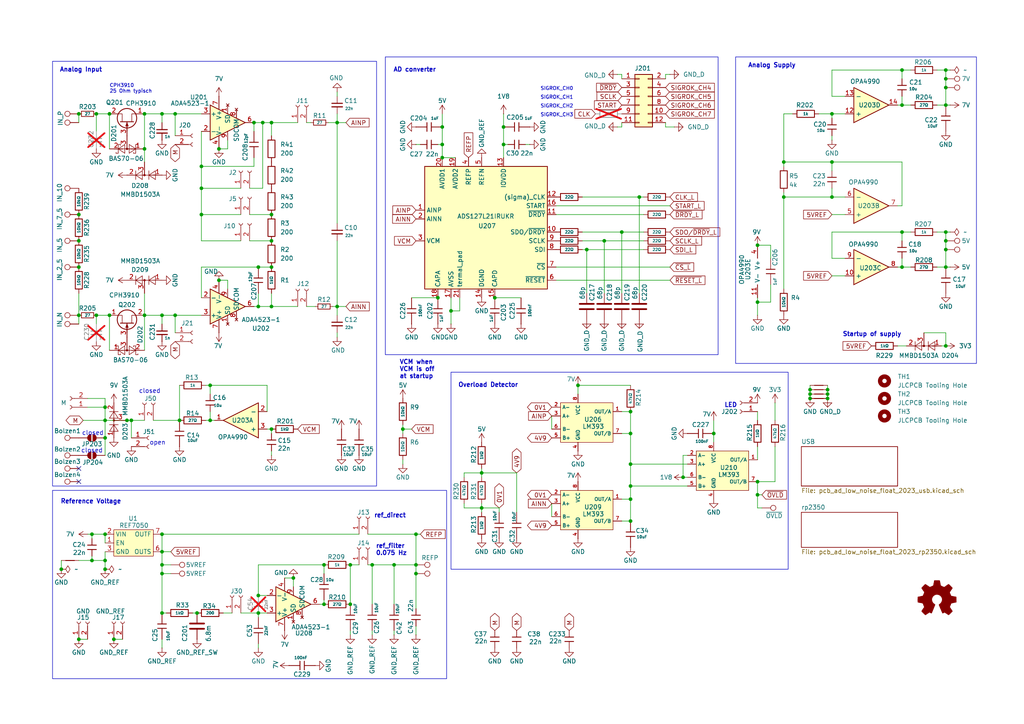
<source format=kicad_sch>
(kicad_sch (version 20250114) (generator "eeschema") (generator_version "9.0")
  (paper "A4")
  (title_block (title "ad_low_noise_float_2023") (date "2025-08-13") (rev "0.4") (company "Peter Märki") (comment 1 "The MIT License (MIT)"))
  (rectangle (start 15.24 17.78) (end 109.22 140.97))
  (rectangle (start 213.36 16.51) (end 283.21 105.41))
  (rectangle (start 130.81 107.95) (end 228.6 165.1))
  (rectangle (start 111.76 16.51) (end 208.28 102.87))
  (rectangle (start 15.24 142.24) (end 129.54 196.85))
  (text "SIGROK_CH1" (at 156.718 28.956 0) (effects (font (size 1.016 1.016) (thickness 0.1588)) (justify left bottom)))
  (text "SIGROK_CH2" (at 156.718 31.496 0) (effects (font (size 1.016 1.016) (thickness 0.1588)) (justify left bottom)))
  (text "ref_filter\n0.075 Hz" (at 108.966 161.29 0) (effects (font (size 1.27 1.27) (thickness 0.254) (bold yes)) (justify left bottom)))
  (text "closed" (at 43.434 113.538 0) (effects (font (size 1.27 1.27))))
  (text "LED" (at 210.058 118.364 0) (effects (font (size 1.27 1.27) (thickness 0.254) (bold yes)) (justify left bottom)))
  (text "Reference Voltage" (at 17.526 146.304 0) (effects (font (size 1.27 1.27) (thickness 0.254) (bold yes)) (justify left bottom)))
  (text "Overload Detector" (at 132.842 112.522 0) (effects (font (size 1.27 1.27) (thickness 0.254) (bold yes)) (justify left bottom)))
  (text "open" (at 45.72 128.524 0) (effects (font (size 1.27 1.27))))
  (text "Startup of supply" (at 244.348 97.79 0) (effects (font (size 1.27 1.27) (thickness 0.254) (bold yes)) (justify left bottom)))
  (text "AD converter" (at 114.046 21.082 0) (effects (font (size 1.27 1.27) (thickness 0.254) (bold yes)) (justify left bottom)))
  (text "CPH3910\n25 Ohm typisch" (at 31.75 27.178 0) (effects (font (size 1.016 1.016) (thickness 0.1588)) (justify left bottom)))
  (text "ref_direct" (at 108.458 150.368 0) (effects (font (size 1.27 1.27) (thickness 0.254) (bold yes)) (justify left bottom)))
  (text "VCM when \nVCM is off\nat startup" (at 115.824 109.982 0) (effects (font (size 1.27 1.27) (thickness 0.254) (bold yes)) (justify left bottom)))
  (text "SIGROK_CH0" (at 156.718 26.416 0) (effects (font (size 1.016 1.016) (thickness 0.1588)) (justify left bottom)))
  (text "Analog Input " (at 17.272 21.082 0) (effects (font (size 1.27 1.27) (thickness 0.254) (bold yes)) (justify left bottom)))
  (text "closed" (at 26.67 130.81 0) (effects (font (size 1.27 1.27))))
  (text "closed" (at 26.924 125.73 0) (effects (font (size 1.27 1.27))))
  (text "SIGROK_CH3" (at 156.718 34.036 0) (effects (font (size 1.016 1.016) (thickness 0.1588)) (justify left bottom)))
  (text "Analog Supply" (at 216.916 19.812 0) (effects (font (size 1.27 1.27) (thickness 0.254) (bold yes)) (justify left bottom)))
  (junction (at 38.1 121.92))
  (junction (at 114.3 163.83))
  (junction (at 78.74 124.46))
  (junction (at 146.05 41.91))
  (junction (at 30.48 162.56))
  (junction (at 78.74 62.23))
  (junction (at 182.88 119.38))
  (junction (at 274.32 22.86))
  (junction (at 182.88 140.97))
  (junction (at 274.32 67.31))
  (junction (at 31.75 33.02))
  (junction (at 227.33 46.99))
  (junction (at 63.5 43.18))
  (junction (at 274.32 100.33))
  (junction (at 73.66 35.56))
  (junction (at 120.65 154.94))
  (junction (at 261.62 67.31))
  (junction (at 31.75 91.44))
  (junction (at 78.74 69.85))
  (junction (at 52.07 121.92))
  (junction (at 240.03 114.3))
  (junction (at 50.8 91.44))
  (junction (at 274.32 77.47))
  (junction (at 26.67 162.56))
  (junction (at 240.03 113.03))
  (junction (at 219.71 87.63))
  (junction (at 139.7 137.16))
  (junction (at 234.95 115.57))
  (junction (at 241.3 57.15))
  (junction (at 180.34 67.31))
  (junction (at 261.62 30.48))
  (junction (at 219.71 71.12))
  (junction (at 22.86 69.85))
  (junction (at 120.65 166.37))
  (junction (at 63.5 81.28))
  (junction (at 207.01 125.73))
  (junction (at 46.99 91.44))
  (junction (at 101.6 163.83))
  (junction (at 107.95 163.83))
  (junction (at 46.99 177.8))
  (junction (at 274.32 30.48))
  (junction (at 46.99 166.37))
  (junction (at 30.48 118.11))
  (junction (at 128.27 45.72))
  (junction (at 146.05 36.83))
  (junction (at 101.6 175.26))
  (junction (at 74.93 88.9))
  (junction (at 46.99 160.02))
  (junction (at 60.96 111.76))
  (junction (at 74.93 77.47))
  (junction (at 46.99 163.83))
  (junction (at 27.94 33.02))
  (junction (at 22.86 62.23))
  (junction (at 30.48 154.94))
  (junction (at 241.3 46.99))
  (junction (at 50.8 33.02))
  (junction (at 143.51 86.36))
  (junction (at 261.62 77.47))
  (junction (at 274.32 72.39))
  (junction (at 240.03 115.57))
  (junction (at 78.74 77.47))
  (junction (at 78.74 35.56))
  (junction (at 30.48 165.1))
  (junction (at 170.18 72.39))
  (junction (at 22.86 33.02))
  (junction (at 26.67 154.94))
  (junction (at 74.93 177.8))
  (junction (at 41.91 33.02))
  (junction (at 130.81 90.17))
  (junction (at 58.42 48.26))
  (junction (at 120.65 163.83))
  (junction (at 22.86 77.47))
  (junction (at 219.71 143.51))
  (junction (at 27.94 91.44))
  (junction (at 198.12 138.43))
  (junction (at 127 86.36))
  (junction (at 33.02 185.42))
  (junction (at 182.88 144.78))
  (junction (at 93.98 175.26))
  (junction (at 22.86 185.42))
  (junction (at 175.26 69.85))
  (junction (at 97.79 35.56))
  (junction (at 182.88 125.73))
  (junction (at 58.42 62.23))
  (junction (at 46.99 154.94))
  (junction (at 219.71 139.7))
  (junction (at 182.88 134.62))
  (junction (at 128.27 36.83))
  (junction (at 139.7 147.32))
  (junction (at 182.88 151.13))
  (junction (at 274.32 25.4))
  (junction (at 41.91 43.18))
  (junction (at 261.62 20.32))
  (junction (at 185.42 57.15))
  (junction (at 30.48 127))
  (junction (at 36.83 121.92))
  (junction (at 78.74 88.9))
  (junction (at 74.93 172.72))
  (junction (at 234.95 113.03))
  (junction (at 30.48 121.92))
  (junction (at 128.27 41.91))
  (junction (at 57.15 177.8))
  (junction (at 227.33 57.15))
  (junction (at 22.86 91.44))
  (junction (at 93.98 163.83))
  (junction (at 76.2 35.56))
  (junction (at 97.79 88.9))
  (junction (at 60.96 121.92))
  (junction (at 167.64 111.76))
  (junction (at 234.95 114.3))
  (junction (at 274.32 20.32))
  (junction (at 41.91 91.44))
  (junction (at 116.84 124.46))
  (junction (at 85.09 167.64))
  (junction (at 46.99 33.02))
  (junction (at 58.42 54.61))
  (junction (at 241.3 33.02))
  (junction (at 274.32 69.85))
  (junction (at 17.78 165.1))
  (no_connect (at 22.86 135.89))
  (no_connect (at 22.86 139.7))
  (wire (pts (xy 72.39 69.85) (xy 78.74 69.85)))
  (wire (pts (xy 264.16 77.47) (xy 261.62 77.47)))
  (wire (pts (xy 260.35 59.69) (xy 261.62 59.69)))
  (wire (pts (xy 241.3 67.31) (xy 261.62 67.31)))
  (wire (pts (xy 97.79 96.52) (xy 97.79 97.79)))
  (wire (pts (xy 219.71 86.36) (xy 219.71 87.63)))
  (wire (pts (xy 114.3 184.15) (xy 114.3 182.88)))
  (wire (pts (xy 97.79 88.9) (xy 97.79 91.44)))
  (wire (pts (xy 161.29 81.28) (xy 194.31 81.28)))
  (wire (pts (xy 274.32 96.52) (xy 267.97 96.52)))
  (wire (pts (xy 241.3 20.32) (xy 261.62 20.32)))
  (wire (pts (xy 17.78 165.1) (xy 17.78 162.56)))
  (wire (pts (xy 207.01 125.73) (xy 207.01 128.27)))
  (wire (pts (xy 182.88 144.78) (xy 182.88 151.13)))
  (wire (pts (xy 58.42 54.61) (xy 69.85 54.61)))
  (wire (pts (xy 74.93 85.09) (xy 74.93 88.9)))
  (wire (pts (xy 207.01 121.92) (xy 207.01 125.73)))
  (wire (pts (xy 74.93 88.9) (xy 73.66 88.9)))
  (wire (pts (xy 119.38 86.36) (xy 127 86.36)))
  (wire (pts (xy 106.68 163.83) (xy 107.95 163.83)))
  (wire (pts (xy 223.52 71.12) (xy 219.71 71.12)))
  (wire (pts (xy 22.86 91.44) (xy 22.86 93.98)))
  (wire (pts (xy 182.88 140.97) (xy 199.39 140.97)))
  (wire (pts (xy 219.71 147.32) (xy 219.71 143.51)))
  (wire (pts (xy 74.93 163.83) (xy 74.93 172.72)))
  (wire (pts (xy 241.3 54.61) (xy 241.3 57.15)))
  (wire (pts (xy 78.74 88.9) (xy 74.93 88.9)))
  (wire (pts (xy 219.71 129.54) (xy 219.71 133.35)))
  (wire (pts (xy 274.32 72.39) (xy 274.32 77.47)))
  (wire (pts (xy 224.79 139.7) (xy 219.71 139.7)))
  (wire (pts (xy 227.33 46.99) (xy 227.33 48.26)))
  (wire (pts (xy 198.12 132.08) (xy 198.12 138.43)))
  (wire (pts (xy 227.33 55.88) (xy 227.33 57.15)))
  (wire (pts (xy 134.62 147.32) (xy 139.7 147.32)))
  (wire (pts (xy 76.2 54.61) (xy 76.2 35.56)))
  (wire (pts (xy 58.42 91.44) (xy 50.8 91.44)))
  (wire (pts (xy 198.12 138.43) (xy 199.39 138.43)))
  (wire (pts (xy 74.93 187.96) (xy 74.93 186.69)))
  (wire (pts (xy 52.07 111.76) (xy 52.07 121.92)))
  (wire (pts (xy 186.69 72.39) (xy 170.18 72.39)))
  (wire (pts (xy 180.34 36.83) (xy 180.34 35.56)))
  (wire (pts (xy 22.86 33.02) (xy 22.86 35.56)))
  (wire (pts (xy 66.04 83.82) (xy 66.04 81.28)))
  (wire (pts (xy 101.6 184.15) (xy 101.6 182.88)))
  (wire (pts (xy 220.98 147.32) (xy 219.71 147.32)))
  (wire (pts (xy 25.4 154.94) (xy 26.67 154.94)))
  (wire (pts (xy 30.48 154.94) (xy 30.48 157.48)))
  (wire (pts (xy 50.8 91.44) (xy 50.8 96.52)))
  (wire (pts (xy 180.34 151.13) (xy 182.88 151.13)))
  (wire (pts (xy 46.99 177.8) (xy 48.26 177.8)))
  (wire (pts (xy 274.32 25.4) (xy 274.32 30.48)))
  (wire (pts (xy 107.95 175.26) (xy 107.95 163.83)))
  (wire (pts (xy 116.84 123.19) (xy 116.84 124.46)))
  (wire (pts (xy 74.93 177.8) (xy 74.93 179.07)))
  (wire (pts (xy 261.62 59.69) (xy 261.62 46.99)))
  (wire (pts (xy 46.99 33.02) (xy 46.99 35.56)))
  (wire (pts (xy 274.32 77.47) (xy 271.78 77.47)))
  (wire (pts (xy 30.48 127) (xy 30.48 132.08)))
  (wire (pts (xy 182.88 134.62) (xy 182.88 140.97)))
  (wire (pts (xy 114.3 163.83) (xy 107.95 163.83)))
  (wire (pts (xy 241.3 27.94) (xy 245.11 27.94)))
  (wire (pts (xy 167.64 111.76) (xy 182.88 111.76)))
  (wire (pts (xy 227.33 33.02) (xy 229.87 33.02)))
  (wire (pts (xy 26.67 154.94) (xy 26.67 156.21)))
  (wire (pts (xy 170.18 72.39) (xy 168.91 72.39)))
  (wire (pts (xy 77.47 124.46) (xy 78.74 124.46)))
  (wire (pts (xy 97.79 69.85) (xy 97.79 88.9)))
  (wire (pts (xy 97.79 88.9) (xy 100.33 88.9)))
  (wire (pts (xy 194.31 21.59) (xy 193.04 21.59)))
  (wire (pts (xy 46.99 160.02) (xy 49.53 160.02)))
  (wire (pts (xy 78.74 35.56) (xy 86.36 35.56)))
  (wire (pts (xy 128.27 45.72) (xy 132.08 45.72)))
  (wire (pts (xy 77.47 119.38) (xy 77.47 111.76)))
  (wire (pts (xy 114.3 163.83) (xy 114.3 175.26)))
  (wire (pts (xy 85.09 170.18) (xy 85.09 167.64)))
  (wire (pts (xy 180.34 21.59) (xy 180.34 22.86)))
  (wire (pts (xy 77.47 111.76) (xy 60.96 111.76)))
  (wire (pts (xy 139.7 135.89) (xy 139.7 137.16)))
  (wire (pts (xy 46.99 166.37) (xy 49.53 166.37)))
  (wire (pts (xy 46.99 91.44) (xy 46.99 93.98)))
  (wire (pts (xy 241.3 46.99) (xy 261.62 46.99)))
  (wire (pts (xy 59.69 121.92) (xy 60.96 121.92)))
  (wire (pts (xy 46.99 33.02) (xy 50.8 33.02)))
  (wire (pts (xy 95.25 35.56) (xy 97.79 35.56)))
  (wire (pts (xy 97.79 33.02) (xy 97.79 35.56)))
  (wire (pts (xy 78.74 124.46) (xy 78.74 125.73)))
  (wire (pts (xy 234.95 114.3) (xy 234.95 115.57)))
  (wire (pts (xy 275.59 20.32) (xy 274.32 20.32)))
  (wire (pts (xy 274.32 69.85) (xy 274.32 72.39)))
  (wire (pts (xy 180.34 119.38) (xy 182.88 119.38)))
  (wire (pts (xy 26.67 162.56) (xy 30.48 162.56)))
  (wire (pts (xy 127 41.91) (xy 128.27 41.91)))
  (wire (pts (xy 274.32 20.32) (xy 274.32 22.86)))
  (wire (pts (xy 88.9 35.56) (xy 90.17 35.56)))
  (wire (pts (xy 160.02 120.65) (xy 160.02 124.46)))
  (wire (pts (xy 120.65 163.83) (xy 120.65 166.37)))
  (wire (pts (xy 146.05 33.02) (xy 146.05 36.83)))
  (wire (pts (xy 46.99 163.83) (xy 46.99 166.37)))
  (wire (pts (xy 193.04 21.59) (xy 193.04 22.86)))
  (wire (pts (xy 241.3 62.23) (xy 245.11 62.23)))
  (wire (pts (xy 227.33 33.02) (xy 227.33 46.99)))
  (wire (pts (xy 30.48 115.57) (xy 25.4 115.57)))
  (wire (pts (xy 133.35 90.17) (xy 130.81 90.17)))
  (wire (pts (xy 128.27 33.02) (xy 128.27 36.83)))
  (wire (pts (xy 261.62 77.47) (xy 260.35 77.47)))
  (wire (pts (xy 146.05 36.83) (xy 146.05 41.91)))
  (wire (pts (xy 146.05 41.91) (xy 146.05 45.72)))
  (wire (pts (xy 220.98 143.51) (xy 219.71 143.51)))
  (wire (pts (xy 175.26 85.09) (xy 175.26 69.85)))
  (wire (pts (xy 69.85 69.85) (xy 58.42 69.85)))
  (wire (pts (xy 64.77 177.8) (xy 67.31 177.8)))
  (wire (pts (xy 152.4 41.91) (xy 153.67 41.91)))
  (wire (pts (xy 241.3 33.02) (xy 241.3 34.29)))
  (wire (pts (xy 224.79 116.84) (xy 224.79 121.92)))
  (wire (pts (xy 120.65 181.61) (xy 120.65 184.15)))
  (wire (pts (xy 30.48 162.56) (xy 30.48 165.1)))
  (wire (pts (xy 186.69 57.15) (xy 185.42 57.15)))
  (wire (pts (xy 41.91 91.44) (xy 41.91 101.6)))
  (wire (pts (xy 58.42 62.23) (xy 69.85 62.23)))
  (wire (pts (xy 74.93 163.83) (xy 93.98 163.83)))
  (wire (pts (xy 106.68 154.94) (xy 120.65 154.94)))
  (wire (pts (xy 78.74 85.09) (xy 78.74 88.9)))
  (wire (pts (xy 271.78 67.31) (xy 274.32 67.31)))
  (wire (pts (xy 31.75 33.02) (xy 31.75 43.18)))
  (wire (pts (xy 41.91 33.02) (xy 46.99 33.02)))
  (wire (pts (xy 237.49 33.02) (xy 241.3 33.02)))
  (wire (pts (xy 96.52 88.9) (xy 97.79 88.9)))
  (wire (pts (xy 240.03 113.03) (xy 240.03 114.3)))
  (wire (pts (xy 30.48 121.92) (xy 36.83 121.92)))
  (wire (pts (xy 219.71 143.51) (xy 219.71 139.7)))
  (wire (pts (xy 275.59 77.47) (xy 274.32 77.47)))
  (wire (pts (xy 185.42 57.15) (xy 168.91 57.15)))
  (wire (pts (xy 116.84 124.46) (xy 116.84 125.73)))
  (wire (pts (xy 261.62 20.32) (xy 264.16 20.32)))
  (wire (pts (xy 261.62 67.31) (xy 261.62 69.85)))
  (wire (pts (xy 85.09 167.64) (xy 82.55 167.64)))
  (wire (pts (xy 168.91 69.85) (xy 175.26 69.85)))
  (wire (pts (xy 27.94 91.44) (xy 27.94 93.98)))
  (wire (pts (xy 180.34 67.31) (xy 168.91 67.31)))
  (wire (pts (xy 73.66 38.1) (xy 73.66 35.56)))
  (wire (pts (xy 139.7 146.05) (xy 139.7 147.32)))
  (wire (pts (xy 46.99 91.44) (xy 50.8 91.44)))
  (wire (pts (xy 31.75 91.44) (xy 31.75 101.6)))
  (wire (pts (xy 193.04 36.83) (xy 195.58 36.83)))
  (wire (pts (xy 175.26 69.85) (xy 186.69 69.85)))
  (wire (pts (xy 27.94 33.02) (xy 27.94 38.1)))
  (wire (pts (xy 30.48 118.11) (xy 25.4 118.11)))
  (wire (pts (xy 180.34 144.78) (xy 182.88 144.78)))
  (wire (pts (xy 179.07 36.83) (xy 180.34 36.83)))
  (wire (pts (xy 167.64 111.76) (xy 167.64 114.3)))
  (wire (pts (xy 62.23 121.92) (xy 60.96 121.92)))
  (wire (pts (xy 227.33 57.15) (xy 241.3 57.15)))
  (wire (pts (xy 120.65 166.37) (xy 120.65 176.53)))
  (wire (pts (xy 58.42 33.02) (xy 50.8 33.02)))
  (wire (pts (xy 60.96 119.38) (xy 60.96 121.92)))
  (wire (pts (xy 46.99 166.37) (xy 46.99 177.8)))
  (wire (pts (xy 275.59 67.31) (xy 274.32 67.31)))
  (wire (pts (xy 241.3 74.93) (xy 241.3 67.31)))
  (wire (pts (xy 130.81 90.17) (xy 130.81 86.36)))
  (wire (pts (xy 182.88 134.62) (xy 199.39 134.62)))
  (wire (pts (xy 41.91 91.44) (xy 46.99 91.44)))
  (wire (pts (xy 180.34 67.31) (xy 180.34 85.09)))
  (wire (pts (xy 74.93 177.8) (xy 77.47 177.8)))
  (wire (pts (xy 50.8 33.02) (xy 50.8 39.37)))
  (wire (pts (xy 261.62 30.48) (xy 260.35 30.48)))
  (wire (pts (xy 128.27 36.83) (xy 128.27 41.91)))
  (wire (pts (xy 133.35 86.36) (xy 133.35 90.17)))
  (wire (pts (xy 227.33 57.15) (xy 227.33 83.82)))
  (wire (pts (xy 139.7 147.32) (xy 139.7 148.59)))
  (wire (pts (xy 104.14 154.94) (xy 46.99 154.94)))
  (wire (pts (xy 241.3 74.93) (xy 245.11 74.93)))
  (wire (pts (xy 107.95 184.15) (xy 107.95 182.88)))
  (wire (pts (xy 26.67 154.94) (xy 30.48 154.94)))
  (wire (pts (xy 144.78 148.59) (xy 144.78 147.32)))
  (wire (pts (xy 69.85 177.8) (xy 74.93 177.8)))
  (wire (pts (xy 182.88 119.38) (xy 182.88 125.73)))
  (wire (pts (xy 120.65 154.94) (xy 120.65 163.83)))
  (wire (pts (xy 66.04 81.28) (xy 63.5 81.28)))
  (wire (pts (xy 93.98 163.83) (xy 93.98 166.37)))
  (wire (pts (xy 60.96 111.76) (xy 60.96 114.3)))
  (wire (pts (xy 58.42 38.1) (xy 58.42 48.26)))
  (wire (pts (xy 27.94 91.44) (xy 31.75 91.44)))
  (wire (pts (xy 30.48 121.92) (xy 30.48 127)))
  (wire (pts (xy 116.84 134.62) (xy 116.84 133.35)))
  (wire (pts (xy 44.45 121.92) (xy 52.07 121.92)))
  (wire (pts (xy 274.32 100.33) (xy 274.32 96.52)))
  (wire (pts (xy 120.65 154.94) (xy 121.92 154.94)))
  (wire (pts (xy 193.04 36.83) (xy 193.04 35.56)))
  (wire (pts (xy 22.86 85.09) (xy 22.86 91.44)))
  (wire (pts (xy 271.78 20.32) (xy 274.32 20.32)))
  (wire (pts (xy 73.66 45.72) (xy 73.66 48.26)))
  (wire (pts (xy 199.39 132.08) (xy 198.12 132.08)))
  (wire (pts (xy 66.04 43.18) (xy 63.5 43.18)))
  (wire (pts (xy 260.35 100.33) (xy 262.89 100.33)))
  (wire (pts (xy 241.3 27.94) (xy 241.3 20.32)))
  (wire (pts (xy 180.34 125.73) (xy 182.88 125.73)))
  (wire (pts (xy 78.74 130.81) (xy 78.74 132.08)))
  (wire (pts (xy 161.29 59.69) (xy 194.31 59.69)))
  (wire (pts (xy 58.42 48.26) (xy 58.42 54.61)))
  (wire (pts (xy 78.74 39.37) (xy 78.74 35.56)))
  (wire (pts (xy 41.91 43.18) (xy 41.91 46.99)))
  (wire (pts (xy 241.3 57.15) (xy 245.11 57.15)))
  (wire (pts (xy 234.95 113.03) (xy 234.95 114.3)))
  (wire (pts (xy 46.99 187.96) (xy 46.99 185.42)))
  (wire (pts (xy 185.42 57.15) (xy 185.42 85.09)))
  (wire (pts (xy 274.32 67.31) (xy 274.32 69.85)))
  (wire (pts (xy 227.33 46.99) (xy 241.3 46.99)))
  (wire (pts (xy 88.9 88.9) (xy 91.44 88.9)))
  (wire (pts (xy 261.62 27.94) (xy 261.62 30.48)))
  (wire (pts (xy 41.91 85.09) (xy 41.91 91.44)))
  (wire (pts (xy 46.99 154.94) (xy 46.99 160.02)))
  (wire (pts (xy 22.86 185.42) (xy 25.4 185.42)))
  (wire (pts (xy 219.71 87.63) (xy 219.71 91.44)))
  (wire (pts (xy 245.11 80.01) (xy 241.3 80.01)))
  (wire (pts (xy 241.3 33.02) (xy 245.11 33.02)))
  (wire (pts (xy 219.71 119.38) (xy 219.71 121.92)))
  (wire (pts (xy 146.05 41.91) (xy 147.32 41.91)))
  (wire (pts (xy 149.86 148.59) (xy 149.86 137.16)))
  (wire (pts (xy 38.1 121.92) (xy 38.1 127)))
  (wire (pts (xy 97.79 35.56) (xy 100.33 35.56)))
  (wire (pts (xy 261.62 67.31) (xy 264.16 67.31)))
  (wire (pts (xy 161.29 77.47) (xy 194.31 77.47)))
  (wire (pts (xy 261.62 20.32) (xy 261.62 22.86)))
  (wire (pts (xy 223.52 74.93) (xy 223.52 71.12)))
  (wire (pts (xy 93.98 175.26) (xy 92.71 175.26)))
  (wire (pts (xy 182.88 125.73) (xy 182.88 134.62)))
  (wire (pts (xy 76.2 35.56) (xy 78.74 35.56)))
  (wire (pts (xy 139.7 137.16) (xy 149.86 137.16)))
  (wire (pts (xy 160.02 146.05) (xy 160.02 149.86)))
  (wire (pts (xy 72.39 54.61) (xy 76.2 54.61)))
  (wire (pts (xy 93.98 173.99) (xy 93.98 175.26)))
  (wire (pts (xy 134.62 146.05) (xy 134.62 147.32)))
  (wire (pts (xy 30.48 118.11) (xy 30.48 121.92)))
  (wire (pts (xy 22.86 162.56) (xy 26.67 162.56)))
  (wire (pts (xy 46.99 160.02) (xy 46.99 163.83)))
  (wire (pts (xy 74.93 77.47) (xy 78.74 77.47)))
  (wire (pts (xy 97.79 35.56) (xy 97.79 64.77)))
  (wire (pts (xy 101.6 163.83) (xy 104.14 163.83)))
  (wire (pts (xy 144.78 147.32) (xy 139.7 147.32)))
  (wire (pts (xy 116.84 124.46) (xy 119.38 124.46)))
  (wire (pts (xy 134.62 137.16) (xy 139.7 137.16)))
  (wire (pts (xy 274.32 22.86) (xy 274.32 25.4)))
  (wire (pts (xy 58.42 62.23) (xy 58.42 69.85)))
  (wire (pts (xy 261.62 74.93) (xy 261.62 77.47)))
  (wire (pts (xy 27.94 33.02) (xy 31.75 33.02)))
  (wire (pts (xy 240.03 114.3) (xy 240.03 115.57)))
  (wire (pts (xy 74.93 172.72) (xy 77.47 172.72)))
  (wire (pts (xy 30.48 160.02) (xy 30.48 162.56)))
  (wire (pts (xy 179.07 21.59) (xy 180.34 21.59)))
  (wire (pts (xy 241.3 46.99) (xy 241.3 49.53)))
  (wire (pts (xy 151.13 86.36) (xy 143.51 86.36)))
  (wire (pts (xy 139.7 137.16) (xy 139.7 138.43)))
  (wire (pts (xy 38.1 121.92) (xy 41.91 121.92)))
  (wire (pts (xy 223.52 82.55) (xy 223.52 87.63)))
  (wire (pts (xy 275.59 30.48) (xy 274.32 30.48)))
  (wire (pts (xy 186.69 62.23) (xy 161.29 62.23)))
  (wire (pts (xy 128.27 41.91) (xy 128.27 45.72)))
  (wire (pts (xy 30.48 118.11) (xy 30.48 115.57)))
  (wire (pts (xy 46.99 163.83) (xy 49.53 163.83)))
  (wire (pts (xy 73.66 35.56) (xy 76.2 35.56)))
  (wire (pts (xy 24.13 121.92) (xy 30.48 121.92)))
  (wire (pts (xy 26.67 161.29) (xy 26.67 162.56)))
  (wire (pts (xy 120.65 163.83) (xy 114.3 163.83)))
  (wire (pts (xy 234.95 111.76) (xy 234.95 113.03)))
  (wire (pts (xy 240.03 111.76) (xy 240.03 113.03)))
  (wire (pts (xy 224.79 129.54) (xy 224.79 139.7)))
  (wire (pts (xy 78.74 88.9) (xy 86.36 88.9)))
  (wire (pts (xy 72.39 62.23) (xy 78.74 62.23)))
  (wire (pts (xy 241.3 39.37) (xy 241.3 40.64)))
  (wire (pts (xy 170.18 72.39) (xy 170.18 85.09)))
  (wire (pts (xy 273.05 100.33) (xy 274.32 100.33)))
  (wire (pts (xy 101.6 163.83) (xy 101.6 175.26)))
  (wire (pts (xy 186.69 67.31) (xy 180.34 67.31)))
  (wire (pts (xy 134.62 138.43) (xy 134.62 137.16)))
  (wire (pts (xy 130.81 93.98) (xy 130.81 90.17)))
  (wire (pts (xy 41.91 33.02) (xy 41.91 43.18)))
  (wire (pts (xy 264.16 30.48) (xy 261.62 30.48)))
  (wire (pts (xy 36.83 121.92) (xy 38.1 121.92)))
  (wire (pts (xy 97.79 26.67) (xy 97.79 27.94)))
  (wire (pts (xy 182.88 140.97) (xy 182.88 144.78)))
  (wire (pts (xy 33.02 185.42) (xy 35.56 185.42)))
  (wire (pts (xy 58.42 86.36) (xy 58.42 77.47)))
  (wire (pts (xy 223.52 87.63) (xy 219.71 87.63)))
  (wire (pts (xy 58.42 54.61) (xy 58.42 62.23)))
  (wire (pts (xy 66.04 40.64) (xy 66.04 43.18)))
  (wire (pts (xy 274.32 30.48) (xy 271.78 30.48)))
  (wire (pts (xy 55.88 177.8) (xy 57.15 177.8)))
  (wire (pts (xy 58.42 77.47) (xy 74.93 77.47)))
  (wire (pts (xy 60.96 111.76) (xy 59.69 111.76)))
  (wire (pts (xy 73.66 48.26) (xy 58.42 48.26)))
  (wire (pts (xy 120.65 41.91) (xy 121.92 41.91)))
  (global_label "4V9" (shape bidirectional) (at 149.86 137.16 90) (property "Intersheetrefs" "${INTERSHEET_REFS}" (effects (hide yes))))
  (global_label "VCM" (shape input) (at 86.36 124.46 0) (property "Intersheetrefs" "${INTERSHEET_REFS}" (effects (hide yes))))
  (global_label "REFP" (shape input) (at 135.89 45.72 90) (property "Intersheetrefs" "${INTERSHEET_REFS}" (effects (hide yes))))
  (global_label "M" (shape bidirectional) (at 165.1 182.88 90) (property "Intersheetrefs" "${INTERSHEET_REFS}" (effects (hide yes))))
  (global_label "5VREF" (shape input) (at 49.53 160.02 0) (property "Intersheetrefs" "${INTERSHEET_REFS}" (effects (hide yes))))
  (global_label "START" (shape input) (at 180.34 30.48 180) (property "Intersheetrefs" "${INTERSHEET_REFS}" (effects (hide yes))))
  (global_label "SCLK" (shape input) (at 180.34 27.94 180) (property "Intersheetrefs" "${INTERSHEET_REFS}" (effects (hide yes))))
  (global_label "~{DRDY}_L" (shape input) (at 194.31 62.23 0) (property "Intersheetrefs" "${INTERSHEET_REFS}" (effects (hide yes))))
  (global_label "4V9" (shape bidirectional) (at 160.02 127 180) (property "Intersheetrefs" "${INTERSHEET_REFS}" (effects (hide yes))))
  (global_label "~{OVLD}" (shape input) (at 220.98 143.51 0) (property "Intersheetrefs" "${INTERSHEET_REFS}" (effects (hide yes))))
  (global_label "SIGROK_CH5" (shape input) (at 193.04 27.94 0) (property "Intersheetrefs" "${INTERSHEET_REFS}" (effects (hide yes))))
  (global_label "AINP" (shape input) (at 160.02 120.65 180) (property "Intersheetrefs" "${INTERSHEET_REFS}" (effects (hide yes))))
  (global_label "5VREF" (shape input) (at 252.73 100.33 180) (property "Intersheetrefs" "${INTERSHEET_REFS}" (effects (hide yes))))
  (global_label "CLK" (shape input) (at 172.72 33.02 180) (property "Intersheetrefs" "${INTERSHEET_REFS}" (effects (hide yes))))
  (global_label "AINN" (shape input) (at 100.33 88.9 0) (property "Intersheetrefs" "${INTERSHEET_REFS}" (effects (hide yes))))
  (global_label "~{RESET_L}" (shape input) (at 194.31 81.28 0) (property "Intersheetrefs" "${INTERSHEET_REFS}" (effects (hide yes))))
  (global_label "M" (shape bidirectional) (at 50.8 41.91 270) (property "Intersheetrefs" "${INTERSHEET_REFS}" (effects (hide yes))))
  (global_label "~{CS_L}" (shape input) (at 194.31 77.47 0) (property "Intersheetrefs" "${INTERSHEET_REFS}" (effects (hide yes))))
  (global_label "0V1" (shape bidirectional) (at 144.78 147.32 90) (property "Intersheetrefs" "${INTERSHEET_REFS}" (effects (hide yes))))
  (global_label "AINP" (shape input) (at 100.33 35.56 0) (property "Intersheetrefs" "${INTERSHEET_REFS}" (effects (hide yes))))
  (global_label "5VREF" (shape input) (at 241.3 62.23 180) (property "Intersheetrefs" "${INTERSHEET_REFS}" (effects (hide yes))))
  (global_label "SCLK_L" (shape input) (at 194.31 69.85 0) (property "Intersheetrefs" "${INTERSHEET_REFS}" (effects (hide yes))))
  (global_label "AINN" (shape input) (at 120.65 63.5 180) (property "Intersheetrefs" "${INTERSHEET_REFS}" (effects (hide yes))))
  (global_label "AINP" (shape input) (at 120.65 60.96 180) (property "Intersheetrefs" "${INTERSHEET_REFS}" (effects (hide yes))))
  (global_label "START_L" (shape input) (at 194.31 59.69 0) (property "Intersheetrefs" "${INTERSHEET_REFS}" (effects (hide yes))))
  (global_label "M" (shape bidirectional) (at 24.13 121.92 180) (property "Intersheetrefs" "${INTERSHEET_REFS}" (effects (hide yes))))
  (global_label "SDO{slash}~{DRDY}_L" (shape input) (at 194.31 67.31 0) (property "Intersheetrefs" "${INTERSHEET_REFS}" (effects (hide yes))))
  (global_label "SDI_L" (shape input) (at 194.31 72.39 0) (property "Intersheetrefs" "${INTERSHEET_REFS}" (effects (hide yes))))
  (global_label "VCM" (shape input) (at 119.38 124.46 0) (property "Intersheetrefs" "${INTERSHEET_REFS}" (effects (hide yes))))
  (global_label "SIGROK_CH7" (shape input) (at 193.04 33.02 0) (property "Intersheetrefs" "${INTERSHEET_REFS}" (effects (hide yes))))
  (global_label "AINN" (shape input) (at 160.02 146.05 180) (property "Intersheetrefs" "${INTERSHEET_REFS}" (effects (hide yes))))
  (global_label "M" (shape bidirectional) (at 50.8 99.06 270) (property "Intersheetrefs" "${INTERSHEET_REFS}" (effects (hide yes))))
  (global_label "M" (shape bidirectional) (at 149.86 182.88 90) (property "Intersheetrefs" "${INTERSHEET_REFS}" (effects (hide yes))))
  (global_label "~{DRDY}" (shape input) (at 180.34 25.4 180) (property "Intersheetrefs" "${INTERSHEET_REFS}" (effects (hide yes))))
  (global_label "M" (shape bidirectional) (at 143.51 182.88 90) (property "Intersheetrefs" "${INTERSHEET_REFS}" (effects (hide yes))))
  (global_label "5VREF" (shape input) (at 241.3 80.01 180) (property "Intersheetrefs" "${INTERSHEET_REFS}" (effects (hide yes))))
  (global_label "VCM" (shape input) (at 120.65 69.85 180) (property "Intersheetrefs" "${INTERSHEET_REFS}" (effects (hide yes))))
  (global_label "0V1" (shape bidirectional) (at 160.02 118.11 180) (property "Intersheetrefs" "${INTERSHEET_REFS}" (effects (hide yes))))
  (global_label "CLK_L" (shape input) (at 194.31 57.15 0) (property "Intersheetrefs" "${INTERSHEET_REFS}" (effects (hide yes))))
  (global_label "REFP" (shape input) (at 121.92 154.94 0) (property "Intersheetrefs" "${INTERSHEET_REFS}" (effects (hide yes))))
  (global_label "0V1" (shape bidirectional) (at 160.02 143.51 180) (property "Intersheetrefs" "${INTERSHEET_REFS}" (effects (hide yes))))
  (global_label "4V9" (shape bidirectional) (at 160.02 152.4 180) (property "Intersheetrefs" "${INTERSHEET_REFS}" (effects (hide yes))))
  (global_label "SIGROK_CH6" (shape input) (at 193.04 30.48 0) (property "Intersheetrefs" "${INTERSHEET_REFS}" (effects (hide yes))))
  (global_label "SIGROK_CH4" (shape input) (at 193.04 25.4 0) (property "Intersheetrefs" "${INTERSHEET_REFS}" (effects (hide yes))))
  (symbol (lib_id "Device:C") (at 170.18 88.9 0) (unit 1)
    (property "Reference" "C217" (at 171.704 87.376 90) (effects (justify left)))
    (property "Value" "68p" (at 168.91 86.868 90) (effects (justify left)))
    (property "Footprint" "Capacitor_SMD:C_0402_1005Metric" (effects (hide yes)))
  )
  (symbol (lib_id "00_project_library:stiftenleiste_bruecke") (at 86.36 83.82 90) (unit 1) (in_bom no)
    (property "Reference" "J12" (at 86.106 82.296 90) (effects (justify right)))
    (property "Value" "Conn_01x02_Socket" (effects (hide yes)))
    (property "Footprint" "00_project_library:stiftenleiste_bruecke" (effects (hide yes)))
    (property "Description" "Generic connector, single row, 01x02, script generated" (effects (hide yes)))
  )
  (symbol (lib_id "00_project_library:0805 22nF C0G") (at 165.1 185.42 0) (unit 1)
    (property "Reference" "C233" (at 159.004 183.896 0) (effects (justify left)))
    (property "Value" "22n" (at 159.258 185.928 0) (effects (justify left)))
    (property "Footprint" "PCM_JLCPCB:C_0805" (effects (hide yes)))
    (property "Datasheet" "https://jlcpcb.com/parts/2nd/Capacitors/Multilayer_Ceramic_Capacitors_MLCC_SMD_SMT_2929" (effects (hide yes)))
    (property "Description" "50V 22nF C=G ±5% 0805" (effects (hide yes)))
    (property "JLC" "C77069" (effects (hide yes)))
  )
  (symbol (lib_id "Device:C_Small") (at 97.79 67.31 0) (unit 1)
    (property "Reference" "C10" (at 99.822 66.04 0) (effects (justify left)))
    (property "Value" "22n" (at 100.076 68.326 0) (effects (font (size 0.8 0.8)) (justify left)))
    (property "Footprint" "PCM_JLCPCB:C_0805" (effects (hide yes)))
    (property "Description" "Unpolarized capacitor, small symbol" (effects (hide yes)))
    (property "LCSC" "C77069" (effects (hide yes)))
  )
  (symbol (lib_id "00_project_library:stiftenleiste_bruecke") (at 67.31 172.72 90) (unit 1) (in_bom no)
    (property "Reference" "J30" (at 66.802 171.45 90) (effects (justify right)))
    (property "Value" "Conn_01x02_Socket" (effects (hide yes)))
    (property "Footprint" "00_project_library:stiftenleiste_bruecke" (effects (hide yes)))
    (property "Description" "Generic connector, single row, 01x02, script generated" (effects (hide yes)))
  )
  (symbol (lib_id "PCM_JLCPCB-Resistors:0402,22Ω") (at 165.1 57.15 90) (unit 1)
    (property "Reference" "R221" (effects (hide yes)))
    (property "Value" "22Ω" (at 165.1 57.15 90) (effects (font (size 0.8 0.8))))
    (property "Footprint" "PCM_JLCPCB:R_0402" (effects (hide yes)))
    (property "Datasheet" "https://www.lcsc.com/datasheet/lcsc_datasheet_2205311900_UNI-ROYAL-Uniroyal-Elec-0402WGF220JTCE_C25092.pdf" (effects (hide yes)))
    (property "Description" "62.5mW Thick Film Resistors 50V ±1% ±100ppm/°C 22Ω 0402 Chip Resistor - Surface Mount ROHS" (effects (hide yes)))
    (property "LCSC" "C25092" (effects (hide yes)))
    (property "Stock" "2056349" (effects (hide yes)))
    (property "Price" "0.004USD" (effects (hide yes)))
    (property "Process" "SMT" (effects (hide yes)))
    (property "Minimum Qty" "20" (effects (hide yes)))
    (property "Attrition Qty" "10" (effects (hide yes)))
    (property "Class" "Basic Component" (effects (hide yes)))
    (property "Category" "Resistors,Chip Resistor - Surface Mount" (effects (hide yes)))
    (property "Manufacturer" "UNI-ROYAL(Uniroyal Elec)" (effects (hide yes)))
    (property "Part" "0402WGF220JTCE" (effects (hide yes)))
    (property "Resistance" "22Ω" (effects (hide yes)))
    (property "Power(Watts)" "62.5mW" (effects (hide yes)))
    (property "Type" "Thick Film Resistors" (effects (hide yes)))
    (property "Overload Voltage (Max)" "50V" (effects (hide yes)))
    (property "Operating Temperature Range" "-55°C~+155°C" (effects (hide yes)))
    (property "Tolerance" "±1%" (effects (hide yes)))
    (property "Temperature Coefficient" "±100ppm/°C" (effects (hide yes)))
  )
  (symbol (lib_id "00_project_library:NetTie_project") (at 237.49 111.76 0) (unit 1) (in_bom no)
    (property "Reference" "NT205" (effects (hide yes)))
    (property "Value" "NetTie_project" (effects (hide yes)))
    (property "Footprint" "NetTie:NetTie-2_SMD_Pad0.5mm" (effects (hide yes)))
    (property "Description" "Net tie, 2 pins" (effects (hide yes)))
  )
  (symbol (lib_id "power:GND") (at 78.74 132.08 0) (unit 1)
    (property "Reference" "#PWR0210" (effects (hide yes)))
    (property "Value" "GND" (at 78.74 135.89 0))
    (property "Description" "Power symbol creates a global label with name \"GND\" , ground" (effects (hide yes)))
  )
  (symbol (lib_name "7V_6") (lib_id "00_project_library:7V") (at 82.55 182.88 180) (unit 1)
    (property "Reference" "#PWR0223" (effects (hide yes)))
    (property "Value" "7V" (at 82.55 186.944 0))
    (property "Description" "Power symbol creates a global label with name \"+1V0\"" (effects (hide yes)))
  )
  (symbol (lib_id "00_project_library:7V") (at 36.83 81.28 90) (mirror x) (unit 1)
    (property "Reference" "#PWR0311" (effects (hide yes)))
    (property "Value" "7V" (at 33.02 81.2801 90) (effects (justify left)))
    (property "Description" "Power symbol creates a global label with name \"+1V0\"" (effects (hide yes)))
  )
  (symbol (lib_id "power:GND") (at 143.51 187.96 0) (unit 1)
    (property "Reference" "#PWR0229" (effects (hide yes)))
    (property "Value" "GND" (at 143.51 191.77 0))
    (property "Description" "Power symbol creates a global label with name \"GND\" , ground" (effects (hide yes)))
  )
  (symbol (lib_id "00_project_library:0805 22nF C0G") (at 241.3 52.07 0) (mirror y) (unit 1)
    (property "Reference" "C23" (at 239.522 51.054 0) (effects (justify left)))
    (property "Value" "22n" (at 239.522 53.34 0) (effects (justify left)))
    (property "Footprint" "PCM_JLCPCB:C_0805" (effects (hide yes)))
    (property "Datasheet" "https://jlcpcb.com/parts/2nd/Capacitors/Multilayer_Ceramic_Capacitors_MLCC_SMD_SMT_2929" (effects (hide yes)))
    (property "Description" "50V 22nF C=G ±5% 0805" (effects (hide yes)))
    (property "JLC" "C77069" (effects (hide yes)))
  )
  (symbol (lib_id "PCM_JLCPCB-Capacitors:0805,10uF,(2)") (at 101.6 179.07 0) (mirror y) (unit 1)
    (property "Reference" "C29" (at 103.124 184.15 90) (effects (justify left)))
    (property "Value" "10uF" (at 103.124 178.054 90) (effects (font (size 0.8 0.8)) (justify left)))
    (property "Footprint" "PCM_JLCPCB:C_0805" (effects (hide yes)))
    (property "Datasheet" "https://www.lcsc.com/datasheet/lcsc_datasheet_2411041759_Murata-Electronics-GRM21BR61H106KE43L_C440198.pdf" (effects (hide yes)))
    (property "Description" "50V 10uF X5R ±10% 0805 Multilayer Ceramic Capacitors MLCC - SMD/SMT ROHS" (effects (hide yes)))
    (property "JLC" "C440198" (effects (hide yes)))
    (property "LCSC" "C440198" (effects (hide yes)))
    (property "Stock" "665576" (effects (hide yes)))
    (property "Price" "0.067USD" (effects (hide yes)))
    (property "Process" "SMT" (effects (hide yes)))
    (property "Minimum Qty" "5" (effects (hide yes)))
    (property "Attrition Qty" "4" (effects (hide yes)))
    (property "Class" "Basic Component" (effects (hide yes)))
    (property "Category" "Capacitors,Multilayer Ceramic Capacitors MLCC - SMD/SMT" (effects (hide yes)))
    (property "Manufacturer" "Murata Electronics" (effects (hide yes)))
    (property "Part" "GRM21BR61H106KE43L" (effects (hide yes)))
    (property "Voltage Rated" "50V" (effects (hide yes)))
    (property "Tolerance" "±10%" (effects (hide yes)))
    (property "Capacitance" "10uF" (effects (hide yes)))
    (property "Temperature Coefficient" "X5R" (effects (hide yes)))
  )
  (symbol (lib_id "power:GND") (at 46.99 40.64 0) (unit 1)
    (property "Reference" "#PWR0301" (effects (hide yes)))
    (property "Value" "GND" (at 46.99 44.45 0))
    (property "Description" "Power symbol creates a global label with name \"GND\" , ground" (effects (hide yes)))
  )
  (symbol (lib_id "PCM_JLCPCB-Capacitors:0805,12pF") (at 74.93 81.28 0) (unit 1)
    (property "Reference" "C207" (at 73.66 87.122 90) (effects (justify left)))
    (property "Value" "12pF" (at 72.644 81.788 90) (effects (font (size 0.8 0.8)) (justify left)))
    (property "Footprint" "PCM_JLCPCB:C_0805" (effects (hide yes)))
    (property "Datasheet" "https://www.lcsc.com/datasheet/lcsc_datasheet_2304140030_FH--Guangdong-Fenghua-Advanced-Tech-0805CG120J500NT_C1792.pdf" (effects (hide yes)))
    (property "Description" "50V 12pF C0G ±5% 0805 Multilayer Ceramic Capacitors MLCC - SMD/SMT ROHS" (effects (hide yes)))
    (property "LCSC" "C1792" (effects (hide yes)))
    (property "Stock" "168475" (effects (hide yes)))
    (property "Price" "0.008USD" (effects (hide yes)))
    (property "Process" "SMT" (effects (hide yes)))
    (property "Minimum Qty" "20" (effects (hide yes)))
    (property "Attrition Qty" "10" (effects (hide yes)))
    (property "Class" "Preferred Component" (effects (hide yes)))
    (property "Category" "Capacitors,Multilayer Ceramic Capacitors MLCC - SMD/SMT" (effects (hide yes)))
    (property "Manufacturer" "FH(Guangdong Fenghua Advanced Tech)" (effects (hide yes)))
    (property "Part" "0805CG120J500NT" (effects (hide yes)))
    (property "Voltage Rated" "50V" (effects (hide yes)))
    (property "Tolerance" "±5%" (effects (hide yes)))
    (property "Capacitance" "12pF" (effects (hide yes)))
    (property "Temperature Coefficient" "C0G" (effects (hide yes)))
  )
  (symbol (lib_id "00_project_library:CPH3910") (at 36.83 93.98 270) (mirror x) (unit 1)
    (property "Reference" "Q202" (at 36.83 88.392 90))
    (property "Value" "CPH3910" (at 36.068 85.598 90))
    (property "Footprint" "Package_TO_SOT_SMD:SOT-23" (effects (hide yes)))
    (property "Datasheet" "https://www.onsemi.com/download/data-sheet/pdf/cph3910-d.pdf" (effects (hide yes)))
    (property "Description" "N-Channel JFET, SOT-23" (effects (hide yes)))
    (property "JLC" "C480726" (effects (hide yes)))
  )
  (symbol (lib_id "power:GND") (at 167.64 130.81 0) (mirror y) (unit 1)
    (property "Reference" "#PWR0257" (effects (hide yes)))
    (property "Value" "GND" (at 167.64 134.62 0))
    (property "Description" "Power symbol creates a global label with name \"GND\" , ground" (effects (hide yes)))
  )
  (symbol (lib_id "power:GND") (at 274.32 38.1 0) (mirror y) (unit 1)
    (property "Reference" "#PWR0219" (effects (hide yes)))
    (property "Value" "GND" (at 274.32 41.91 0))
    (property "Description" "Power symbol creates a global label with name \"GND\" , ground" (effects (hide yes)))
  )
  (symbol (lib_id "power:GND") (at 127 93.98 0) (mirror y) (unit 1)
    (property "Reference" "#PWR0234" (effects (hide yes)))
    (property "Value" "GND" (at 127 97.79 0))
    (property "Description" "Power symbol creates a global label with name \"GND\" , ground" (effects (hide yes)))
  )
  (symbol (lib_name "Loetauge_fuer_Kabel_1") (lib_id "00_project_library:Loetauge_fuer_Kabel") (at 274.32 25.4 270) (unit 1)
    (property "Reference" "IN_P215" (effects (hide yes)))
    (property "Value" "7V" (effects (hide yes)))
    (property "Footprint" "00_project_library:octoprobe_breakout_PB" (effects (hide yes)))
    (property "Description" "test point" (effects (hide yes)))
  )
  (symbol (lib_id "00_project_library:0805 22nF C0G") (at 124.46 41.91 90) (mirror x) (unit 1)
    (property "Reference" "C27" (at 122.682 44.704 90) (effects (justify left)))
    (property "Value" "22n" (at 127.254 44.704 90) (effects (justify left)))
    (property "Footprint" "PCM_JLCPCB:C_0805" (effects (hide yes)))
    (property "Datasheet" "https://jlcpcb.com/parts/2nd/Capacitors/Multilayer_Ceramic_Capacitors_MLCC_SMD_SMT_2929" (effects (hide yes)))
    (property "Description" "50V 22nF C=G ±5% 0805" (effects (hide yes)))
    (property "JLC" "C77069" (effects (hide yes)))
  )
  (symbol (lib_id "PCM_JLCPCB-Capacitors:0402,100nF,(2)") (at 87.63 193.04 90) (unit 1)
    (property "Reference" "C229" (at 90.17 195.58 90) (effects (justify left)))
    (property "Value" "100nF" (at 89.154 190.754 90) (effects (font (size 0.8 0.8)) (justify left)))
    (property "Footprint" "PCM_JLCPCB:C_0402" (effects (hide yes)))
    (property "Datasheet" "https://www.lcsc.com/datasheet/lcsc_datasheet_2304140030_Samsung-Electro-Mechanics-CL05B104KB54PNC_C307331.pdf" (effects (hide yes)))
    (property "Description" "50V 100nF X7R ±10% 0402 Multilayer Ceramic Capacitors MLCC - SMD/SMT ROHS" (effects (hide yes)))
    (property "LCSC" "C307331" (effects (hide yes)))
    (property "Stock" "4385108" (effects (hide yes)))
    (property "Price" "0.008USD" (effects (hide yes)))
    (property "Process" "SMT" (effects (hide yes)))
    (property "Minimum Qty" "20" (effects (hide yes)))
    (property "Attrition Qty" "10" (effects (hide yes)))
    (property "Class" "Basic Component" (effects (hide yes)))
    (property "Category" "Capacitors,Multilayer Ceramic Capacitors MLCC - SMD/SMT" (effects (hide yes)))
    (property "Manufacturer" "Samsung Electro-Mechanics" (effects (hide yes)))
    (property "Part" "CL05B104KB54PNC" (effects (hide yes)))
    (property "Voltage Rated" "50V" (effects (hide yes)))
    (property "Tolerance" "±10%" (effects (hide yes)))
    (property "Capacitance" "100nF" (effects (hide yes)))
    (property "Temperature Coefficient" "X7R" (effects (hide yes)))
  )
  (symbol (lib_id "00_project_library:JLCPCB_ToolingHole") (at 256.54 120.65 0) (unit 1) (in_bom no)
    (property "Reference" "TH3" (at 260.35 119.38 0) (effects (justify left)))
    (property "Value" "JLCPCB Tooling Hole" (at 260.35 121.92 0) (effects (justify left)))
    (property "Footprint" "00_project_library:JLCPCB_ToolingHole" (effects (hide yes)))
    (property "Datasheet" "https://jlcpcb.com/help/article/47-How-to-add-tooling-holes-for-PCB-assembly-order" (effects (hide yes)))
    (property "Description" "https://www.youtube.com/watch?v=C7-8nUU6e3E" (effects (hide yes)))
  )
  (symbol (lib_id "00_project_library:stiftenleiste_bruecke") (at 86.36 30.48 90) (unit 1)
    (property "Reference" "J11" (at 85.852 29.21 90) (effects (justify right)))
    (property "Value" "Conn_01x02_Socket" (effects (hide yes)))
    (property "Footprint" "00_project_library:stiftenleiste_bruecke" (effects (hide yes)))
    (property "Description" "Generic connector, single row, 01x02, script generated" (effects (hide yes)))
  )
  (symbol (lib_id "00_project_library:distanzbolzen_M3") (at 22.86 135.89 90) (unit 1)
    (property "Reference" "TP203" (effects (hide yes)))
    (property "Value" "Bolzen3" (at 19.558 133.858 90))
    (property "Footprint" "00_project_library:distanzbolz_3" (effects (hide yes)))
    (property "Description" "test point" (effects (hide yes)))
  )
  (symbol (lib_id "00_project_library:GND_REF") (at 120.65 184.15 0) (unit 1)
    (property "Reference" "#PWR0280" (effects (hide yes)))
    (property "Value" "GND_REF" (at 120.65 191.516 90))
    (property "Description" "Power symbol creates a global label with name \"GND_REF\" , ground" (effects (hide yes)))
  )
  (symbol (lib_id "power:GND") (at 120.65 41.91 270) (mirror x) (unit 1)
    (property "Reference" "#PWR0237" (effects (hide yes)))
    (property "Value" "GND" (at 116.84 41.91 0))
    (property "Description" "Power symbol creates a global label with name \"GND\" , ground" (effects (hide yes)))
  )
  (symbol (lib_id "PCM_JLCPCB-Resistors:0805,10kΩ") (at 116.84 129.54 0) (unit 1)
    (property "Reference" "R6" (at 118.872 128.27 0) (effects (justify left)))
    (property "Value" "10kΩ" (at 116.84 129.54 90) (effects (font (size 0.8 0.8))))
    (property "Footprint" "PCM_JLCPCB:R_0805" (effects (hide yes)))
    (property "Datasheet" "https://www.lcsc.com/datasheet/lcsc_datasheet_2411221126_UNI-ROYAL-Uniroyal-Elec-0805W8F1002T5E_C17414.pdf" (effects (hide yes)))
    (property "Description" "125mW Thick Film Resistors 150V ±100ppm/°C ±1% 10kΩ 0805 Chip Resistor - Surface Mount ROHS" (effects (hide yes)))
    (property "JLC" "C110775" (effects (hide yes)))
    (property "LCSC" "C17414" (effects (hide yes)))
    (property "Stock" "7626860" (effects (hide yes)))
    (property "Price" "0.005USD" (effects (hide yes)))
    (property "Process" "SMT" (effects (hide yes)))
    (property "Minimum Qty" "20" (effects (hide yes)))
    (property "Attrition Qty" "10" (effects (hide yes)))
    (property "Class" "Basic Component" (effects (hide yes)))
    (property "Category" "Resistors,Chip Resistor - Surface Mount" (effects (hide yes)))
    (property "Manufacturer" "UNI-ROYAL(Uniroyal Elec)" (effects (hide yes)))
    (property "Part" "0805W8F1002T5E" (effects (hide yes)))
    (property "Resistance" "10kΩ" (effects (hide yes)))
    (property "Power(Watts)" "125mW" (effects (hide yes)))
    (property "Type" "Thick Film Resistors" (effects (hide yes)))
    (property "Overload Voltage (Max)" "150V" (effects (hide yes)))
    (property "Operating Temperature Range" "-55°C~+155°C" (effects (hide yes)))
    (property "Tolerance" "±1%" (effects (hide yes)))
    (property "Temperature Coefficient" "±100ppm/°C" (effects (hide yes)))
  )
  (symbol (lib_id "Jumper:SolderJumper_2_Open") (at 26.67 132.08 0) (unit 1) (in_bom no)
    (property "Reference" "JP204" (at 26.924 134.112 0))
    (property "Value" "SolderJumper_2_Open" (effects (hide yes)))
    (property "Footprint" "Jumper:SolderJumper-2_P1.3mm_Open_RoundedPad1.0x1.5mm" (effects (hide yes)))
    (property "Description" "Solder Jumper, 2-pole, open" (effects (hide yes)))
  )
  (symbol (lib_id "power:PWR_FLAG") (at 275.59 67.31 270) (unit 1)
    (property "Reference" "#FLG0303" (effects (hide yes)))
    (property "Value" "~" (at 279.4 67.3099 90) (effects (justify left)))
    (property "Description" "Special symbol for telling ERC where power comes from" (effects (hide yes)))
  )
  (symbol (lib_id "PCM_JLCPCB-Capacitors:0805,1uF") (at 149.86 36.83 270) (unit 1)
    (property "Reference" "C205" (at 146.812 34.036 90) (effects (justify left)))
    (property "Value" "1uF" (at 152.146 34.29 90) (effects (font (size 0.8 0.8)) (justify left)))
    (property "Footprint" "PCM_JLCPCB:C_0805" (effects (hide yes)))
    (property "Datasheet" "https://www.lcsc.com/datasheet/lcsc_datasheet_2304140030_Samsung-Electro-Mechanics-CL21B105KBFNNNE_C28323.pdf" (effects (hide yes)))
    (property "Description" "50V 1uF X7R ±10% 0805 Multilayer Ceramic Capacitors MLCC - SMD/SMT ROHS" (effects (hide yes)))
    (property "LCSC" "C28323" (effects (hide yes)))
    (property "Stock" "4413013" (effects (hide yes)))
    (property "Price" "0.011USD" (effects (hide yes)))
    (property "Process" "SMT" (effects (hide yes)))
    (property "Minimum Qty" "20" (effects (hide yes)))
    (property "Attrition Qty" "6" (effects (hide yes)))
    (property "Class" "Basic Component" (effects (hide yes)))
    (property "Category" "Capacitors,Multilayer Ceramic Capacitors MLCC - SMD/SMT" (effects (hide yes)))
    (property "Manufacturer" "Samsung Electro-Mechanics" (effects (hide yes)))
    (property "Part" "CL21B105KBFNNNE" (effects (hide yes)))
    (property "Voltage Rated" "50V" (effects (hide yes)))
    (property "Tolerance" "±10%" (effects (hide yes)))
    (property "Capacitance" "1uF" (effects (hide yes)))
    (property "Temperature Coefficient" "X7R" (effects (hide yes)))
  )
  (symbol (lib_id "power:GND") (at 91.44 193.04 90) (mirror x) (unit 1)
    (property "Reference" "#PWR0304" (effects (hide yes)))
    (property "Value" "GND" (at 95.25 193.04 0))
    (property "Description" "Power symbol creates a global label with name \"GND\" , ground" (effects (hide yes)))
  )
  (symbol (lib_id "power:GND") (at 74.93 187.96 0) (mirror y) (unit 1)
    (property "Reference" "#PWR0285" (effects (hide yes)))
    (property "Value" "GND" (at 74.93 191.77 0))
    (property "Description" "Power symbol creates a global label with name \"GND\" , ground" (effects (hide yes)))
  )
  (symbol (lib_id "00_project_library:3V3") (at 198.12 138.43 90) (unit 1)
    (property "Reference" "#PWR0260" (effects (hide yes)))
    (property "Value" "1V8" (at 195.072 138.43 90) (effects (justify left)))
  )
  (symbol (lib_id "00_project_library:NetTie_project") (at 20.32 162.56 0) (unit 1) (in_bom no)
    (property "Reference" "NT201" (effects (hide yes)))
    (property "Value" "NetTie_project" (effects (hide yes)))
    (property "Footprint" "00_project_library:NetTie-2_Peter" (effects (hide yes)))
    (property "Description" "Net tie, 2 pins" (effects (hide yes)))
  )
  (symbol (lib_id "00_project_library:stiftenleiste_bruecke") (at 69.85 57.15 90) (unit 1)
    (property "Reference" "J5" (at 66.294 57.658 90) (effects (justify right)))
    (property "Value" "Conn_01x02_Socket" (effects (hide yes)))
    (property "Footprint" "00_project_library:stiftenleiste_bruecke" (effects (hide yes)))
    (property "Description" "Generic connector, single row, 01x02, script generated" (effects (hide yes)))
  )
  (symbol (lib_id "00_project_library:0805,1k, thinfilm") (at 219.71 125.73 180) (unit 1)
    (property "Reference" "R215" (at 217.424 122.936 90) (effects (justify left)))
    (property "Value" "1kΩ" (at 219.71 125.73 90) (effects (font (size 0.8 0.8))))
    (property "Footprint" "PCM_JLCPCB:R_0805" (effects (hide yes)))
    (property "JLC" "C110774" (effects (hide yes)))
  )
  (symbol (lib_name "MMBD1503A_1") (lib_id "00_project_library:MMBD1503A") (at 35.56 121.92 90) (unit 1)
    (property "Reference" "D203" (at 36.322 127.762 0) (effects (justify left)))
    (property "Value" "MMBD1503A" (at 36.322 120.65 0) (effects (justify left)))
    (property "Footprint" "Package_TO_SOT_SMD:SOT-23" (effects (hide yes)))
    (property "Datasheet" "https://www.lcsc.com/datasheet/lcsc_datasheet_1912111437_onsemi-MMBD1503A_C242273.pdf" (effects (hide yes)))
    (property "Description" "Small Signal Diodes Dual" (effects (hide yes)))
  )
  (symbol (lib_id "Device:R") (at 78.74 50.8 0) (unit 1)
    (property "Reference" "R42" (at 81.28 49.5299 0) (effects (justify left)))
    (property "Value" "200" (at 81.28 52.0699 0) (effects (justify left)))
    (property "Footprint" "Capacitor_SMD:C_0805_2012Metric_Pad1.18x1.45mm_HandSolder" (effects (hide yes)))
    (property "Description" "Thinfilm 0805" (effects (hide yes)))
    (property "JLC" "C218416" (effects (hide yes)))
  )
  (symbol (lib_id "00_project_library:stiftenleiste_bruecke") (at 33.02 180.34 90) (unit 1) (in_bom no)
    (property "Reference" "J17" (at 32.512 179.07 90) (effects (justify right)))
    (property "Value" "GND_REF" (at 36.322 177.292 90) (effects (justify left)))
    (property "Footprint" "00_project_library:stiftenleiste_bruecke" (effects (hide yes)))
    (property "Description" "Generic connector, single row, 01x02, script generated" (effects (hide yes)))
  )
  (symbol (lib_id "00_project_library:0805,1k, thinfilm") (at 267.97 67.31 90) (unit 1)
    (property "Reference" "R207" (at 267.716 65.024 90))
    (property "Value" "1k" (at 267.97 67.31 90) (effects (font (size 0.8 0.8))))
    (property "Footprint" "PCM_JLCPCB:R_0805" (effects (hide yes)))
    (property "JLC" "C110774" (effects (hide yes)))
  )
  (symbol (lib_id "00_project_library:0805 22nF C0G") (at 149.86 185.42 0) (unit 1)
    (property "Reference" "C38" (at 152.908 183.896 0) (effects (justify left)))
    (property "Value" "22n" (at 153.416 186.182 0) (effects (justify left)))
    (property "Footprint" "PCM_JLCPCB:C_0805" (effects (hide yes)))
    (property "Datasheet" "https://jlcpcb.com/parts/2nd/Capacitors/Multilayer_Ceramic_Capacitors_MLCC_SMD_SMT_2929" (effects (hide yes)))
    (property "Description" "50V 22nF C=G ±5% 0805" (effects (hide yes)))
    (property "JLC" "C77069" (effects (hide yes)))
  )
  (symbol (lib_id "00_project_library:GND_REF") (at 46.99 187.96 0) (unit 1)
    (property "Reference" "#PWR_REF273" (effects (hide yes)))
    (property "Value" "GND_REF" (at 46.99 191.77 0))
    (property "Description" "Power symbol creates a global label with name \"GND_REF\" , ground" (effects (hide yes)))
  )
  (symbol (lib_id "PCM_JLCPCB-Resistors:0805,27Ω") (at 267.97 77.47 90) (unit 1)
    (property "Reference" "R208" (at 267.97 75.438 90))
    (property "Value" "27Ω" (at 267.97 77.47 90) (effects (font (size 0.8 0.8))))
    (property "Footprint" "PCM_JLCPCB:R_0805" (effects (hide yes)))
    (property "Datasheet" "https://www.lcsc.com/datasheet/lcsc_datasheet_2206010200_UNI-ROYAL-Uniroyal-Elec-0805W8F270JT5E_C17594.pdf" (effects (hide yes)))
    (property "Description" "125mW Thick Film Resistors 150V ±100ppm/°C ±1% 27Ω 0805 Chip Resistor - Surface Mount ROHS" (effects (hide yes)))
    (property "LCSC" "C17594" (effects (hide yes)))
    (property "Stock" "70749" (effects (hide yes)))
    (property "Price" "0.005USD" (effects (hide yes)))
    (property "Process" "SMT" (effects (hide yes)))
    (property "Minimum Qty" "20" (effects (hide yes)))
    (property "Attrition Qty" "10" (effects (hide yes)))
    (property "Class" "Preferred Component" (effects (hide yes)))
    (property "Category" "Resistors,Chip Resistor - Surface Mount" (effects (hide yes)))
    (property "Manufacturer" "UNI-ROYAL(Uniroyal Elec)" (effects (hide yes)))
    (property "Part" "0805W8F270JT5E" (effects (hide yes)))
    (property "Resistance" "27Ω" (effects (hide yes)))
    (property "Power(Watts)" "125mW" (effects (hide yes)))
    (property "Type" "Thick Film Resistors" (effects (hide yes)))
    (property "Overload Voltage (Max)" "150V" (effects (hide yes)))
    (property "Operating Temperature Range" "-55°C~+155°C" (effects (hide yes)))
    (property "Tolerance" "±1%" (effects (hide yes)))
    (property "Temperature Coefficient" "±100ppm/°C" (effects (hide yes)))
  )
  (symbol (lib_id "power:PWR_FLAG") (at 275.59 20.32 270) (unit 1)
    (property "Reference" "#FLG0304" (effects (hide yes)))
    (property "Value" "~" (at 279.4 20.3199 90) (effects (justify left)))
    (property "Description" "Special symbol for telling ERC where power comes from" (effects (hide yes)))
  )
  (symbol (lib_id "Device:C_Small") (at 46.99 38.1 0) (unit 1)
    (property "Reference" "C228" (at 44.196 40.386 90) (effects (justify left)))
    (property "Value" "1n" (at 47.752 39.624 0) (effects (font (size 0.8 0.8)) (justify left)))
    (property "Footprint" "PCM_JLCPCB:C_0805" (effects (hide yes)))
    (property "LCSC" "C46653" (effects (hide yes)))
  )
  (symbol (lib_id "00_project_library:stiftenleiste_bruecke") (at 69.85 49.53 90) (unit 1)
    (property "Reference" "J2" (at 66.294 50.038 90) (effects (justify right)))
    (property "Value" "Conn_01x02_Socket" (effects (hide yes)))
    (property "Footprint" "00_project_library:stiftenleiste_bruecke" (effects (hide yes)))
    (property "Description" "Generic connector, single row, 01x02, script generated" (effects (hide yes)))
  )
  (symbol (lib_id "power:GND") (at 27.94 99.06 0) (unit 1)
    (property "Reference" "#PWR0306" (effects (hide yes)))
    (property "Value" "GND" (at 27.94 102.87 0))
    (property "Description" "Power symbol creates a global label with name \"GND\" , ground" (effects (hide yes)))
  )
  (symbol (lib_id "Device:C_Small") (at 97.79 93.98 0) (unit 1)
    (property "Reference" "C12" (at 99.822 92.71 0) (effects (justify left)))
    (property "Value" "22n" (at 100.076 94.996 0) (effects (font (size 0.8 0.8)) (justify left)))
    (property "Footprint" "PCM_JLCPCB:C_0805" (effects (hide yes)))
    (property "Description" "Unpolarized capacitor, small symbol" (effects (hide yes)))
    (property "LCSC" "C77069" (effects (hide yes)))
  )
  (symbol (lib_id "power:GND") (at 207.01 144.78 0) (mirror y) (unit 1)
    (property "Reference" "#PWR0263" (effects (hide yes)))
    (property "Value" "GND" (at 207.01 148.59 0))
    (property "Description" "Power symbol creates a global label with name \"GND\" , ground" (effects (hide yes)))
  )
  (symbol (lib_id "PCM_JLCPCB-Capacitors:0805,10uF,(2)") (at 46.99 181.61 0) (mirror y) (unit 1)
    (property "Reference" "C25" (at 44.958 186.182 90) (effects (justify left)))
    (property "Value" "10uF" (at 48.768 185.928 90) (effects (font (size 0.8 0.8)) (justify left)))
    (property "Footprint" "PCM_JLCPCB:C_0805" (effects (hide yes)))
    (property "Datasheet" "https://www.lcsc.com/datasheet/lcsc_datasheet_2411041759_Murata-Electronics-GRM21BR61H106KE43L_C440198.pdf" (effects (hide yes)))
    (property "Description" "50V 10uF X5R ±10% 0805 Multilayer Ceramic Capacitors MLCC - SMD/SMT ROHS" (effects (hide yes)))
    (property "JLC" "C440198" (effects (hide yes)))
    (property "LCSC" "C440198" (effects (hide yes)))
    (property "Stock" "665576" (effects (hide yes)))
    (property "Price" "0.067USD" (effects (hide yes)))
    (property "Process" "SMT" (effects (hide yes)))
    (property "Minimum Qty" "5" (effects (hide yes)))
    (property "Attrition Qty" "4" (effects (hide yes)))
    (property "Class" "Basic Component" (effects (hide yes)))
    (property "Category" "Capacitors,Multilayer Ceramic Capacitors MLCC - SMD/SMT" (effects (hide yes)))
    (property "Manufacturer" "Murata Electronics" (effects (hide yes)))
    (property "Part" "GRM21BR61H106KE43L" (effects (hide yes)))
    (property "Voltage Rated" "50V" (effects (hide yes)))
    (property "Tolerance" "±10%" (effects (hide yes)))
    (property "Capacitance" "10uF" (effects (hide yes)))
    (property "Temperature Coefficient" "X5R" (effects (hide yes)))
  )
  (symbol (lib_id "PCM_JLCPCB-Capacitors:0402,100nF,(2)") (at 203.2 125.73 270) (unit 1)
    (property "Reference" "C227" (at 200.66 123.19 90) (effects (justify left)))
    (property "Value" "100nF" (at 201.676 128.016 90) (effects (font (size 0.8 0.8)) (justify left)))
    (property "Footprint" "PCM_JLCPCB:C_0402" (effects (hide yes)))
    (property "Datasheet" "https://www.lcsc.com/datasheet/lcsc_datasheet_2304140030_Samsung-Electro-Mechanics-CL05B104KB54PNC_C307331.pdf" (effects (hide yes)))
    (property "Description" "50V 100nF X7R ±10% 0402 Multilayer Ceramic Capacitors MLCC - SMD/SMT ROHS" (effects (hide yes)))
    (property "LCSC" "C307331" (effects (hide yes)))
    (property "Stock" "4385108" (effects (hide yes)))
    (property "Price" "0.008USD" (effects (hide yes)))
    (property "Process" "SMT" (effects (hide yes)))
    (property "Minimum Qty" "20" (effects (hide yes)))
    (property "Attrition Qty" "10" (effects (hide yes)))
    (property "Class" "Basic Component" (effects (hide yes)))
    (property "Category" "Capacitors,Multilayer Ceramic Capacitors MLCC - SMD/SMT" (effects (hide yes)))
    (property "Manufacturer" "Samsung Electro-Mechanics" (effects (hide yes)))
    (property "Part" "CL05B104KB54PNC" (effects (hide yes)))
    (property "Voltage Rated" "50V" (effects (hide yes)))
    (property "Tolerance" "±10%" (effects (hide yes)))
    (property "Capacitance" "100nF" (effects (hide yes)))
    (property "Temperature Coefficient" "X7R" (effects (hide yes)))
  )
  (symbol (lib_id "00_project_library:LM393") (at 170.18 148.59 0) (unit 1)
    (property "Reference" "U209" (at 169.418 147.066 0) (effects (justify left)))
    (property "Value" "LM393" (at 168.91 149.098 0) (effects (justify left)))
    (property "Footprint" "PCM_JLCPCB:SOIC-8_L5.0-W4.0-P1.27-LS6.0-BL" (effects (hide yes)))
    (property "Datasheet" "https://www.lcsc.com/datasheet/lcsc_datasheet_1809171611_onsemi-LM393DR2G_C7955.pdf" (effects (hide yes)))
    (property "Description" "5mV 250nA SOIC-8 Comparators ROHS" (effects (hide yes)))
    (property "LCSC" "C7955" (effects (hide yes)))
    (property "Stock" "33381" (effects (hide yes)))
    (property "Price" "0.102USD" (effects (hide yes)))
    (property "Process" "SMT" (effects (hide yes)))
    (property "Minimum Qty" "1" (effects (hide yes)))
    (property "Attrition Qty" "0" (effects (hide yes)))
    (property "Class" "Basic Component" (effects (hide yes)))
    (property "Category" "Amplifiers,Comparators" (effects (hide yes)))
    (property "Manufacturer" "onsemi" (effects (hide yes)))
    (property "Part" "LM393DR2G" (effects (hide yes)))
    (property "Input Offset Voltage (Vos)" "5mV" (effects (hide yes)))
    (property "Number Of Elements" "2" (effects (hide yes)))
    (property "Supply Voltage" "2V~36V;1V~18V" (effects (hide yes)))
    (property "Supply Current" "2.5mA" (effects (hide yes)))
    (property "Output Type" "开集;轨到轨" (effects (hide yes)))
    (property "Operating Temperature" "0°C~+70°C" (effects (hide yes)))
    (property "Input Bias Current (Ib)" "0.25uA" (effects (hide yes)))
  )
  (symbol (lib_id "00_project_library:CPH3910") (at 36.83 35.56 90) (unit 1)
    (property "Reference" "Q201" (at 33.274 29.718 90))
    (property "Value" "CPH3910" (at 40.894 29.972 90))
    (property "Footprint" "Package_TO_SOT_SMD:SOT-23" (effects (hide yes)))
    (property "Datasheet" "https://www.onsemi.com/download/data-sheet/pdf/cph3910-d.pdf" (effects (hide yes)))
    (property "Description" "N-Channel JFET, SOT-23" (effects (hide yes)))
    (property "JLC" "C480726" (effects (hide yes)))
  )
  (symbol (lib_id "00_project_library:0805,1k, thinfilm") (at 233.68 33.02 90) (unit 1)
    (property "Reference" "R202" (at 233.426 30.48 90))
    (property "Value" "1k" (at 233.68 33.02 90) (effects (font (size 0.8 0.8))))
    (property "Footprint" "PCM_JLCPCB:R_0805" (effects (hide yes)))
    (property "JLC" "C110774" (effects (hide yes)))
  )
  (symbol (lib_id "power:GND") (at 153.67 36.83 90) (mirror x) (unit 1)
    (property "Reference" "#PWR0240" (effects (hide yes)))
    (property "Value" "GND" (at 157.48 36.83 0))
    (property "Description" "Power symbol creates a global label with name \"GND\" , ground" (effects (hide yes)))
  )
  (symbol (lib_id "PCM_JLCPCB-Capacitors:0402,100nF,(2)") (at 151.13 90.17 0) (unit 1)
    (property "Reference" "C225" (at 148.59 92.71 90) (effects (justify left)))
    (property "Value" "100nF" (at 153.67 91.948 90) (effects (font (size 0.8 0.8)) (justify left)))
    (property "Footprint" "PCM_JLCPCB:C_0402" (effects (hide yes)))
    (property "Datasheet" "https://www.lcsc.com/datasheet/lcsc_datasheet_2304140030_Samsung-Electro-Mechanics-CL05B104KB54PNC_C307331.pdf" (effects (hide yes)))
    (property "Description" "50V 100nF X7R ±10% 0402 Multilayer Ceramic Capacitors MLCC - SMD/SMT ROHS" (effects (hide yes)))
    (property "LCSC" "C307331" (effects (hide yes)))
    (property "Stock" "4385108" (effects (hide yes)))
    (property "Price" "0.008USD" (effects (hide yes)))
    (property "Process" "SMT" (effects (hide yes)))
    (property "Minimum Qty" "20" (effects (hide yes)))
    (property "Attrition Qty" "10" (effects (hide yes)))
    (property "Class" "Basic Component" (effects (hide yes)))
    (property "Category" "Capacitors,Multilayer Ceramic Capacitors MLCC - SMD/SMT" (effects (hide yes)))
    (property "Manufacturer" "Samsung Electro-Mechanics" (effects (hide yes)))
    (property "Part" "CL05B104KB54PNC" (effects (hide yes)))
    (property "Voltage Rated" "50V" (effects (hide yes)))
    (property "Tolerance" "±10%" (effects (hide yes)))
    (property "Capacitance" "100nF" (effects (hide yes)))
    (property "Temperature Coefficient" "X7R" (effects (hide yes)))
  )
  (symbol (lib_id "00_project_library:GND_REF") (at 33.02 185.42 0) (unit 1)
    (property "Reference" "#PWR_REF0274" (effects (hide yes)))
    (property "Value" "GND_REF" (at 33.02 189.23 0))
    (property "Description" "Power symbol creates a global label with name \"GND_REF\" , ground" (effects (hide yes)))
  )
  (symbol (lib_id "00_project_library:distanzbolzen_M3") (at 22.86 127 90) (unit 1)
    (property "Reference" "TP201" (effects (hide yes)))
    (property "Value" "Bolzen1" (at 19.558 124.968 90))
    (property "Footprint" "00_project_library:distanzbolz_3" (effects (hide yes)))
    (property "Description" "test point" (effects (hide yes)))
  )
  (symbol (lib_id "00_project_library:0805,1k, thinfilm") (at 52.07 177.8 90) (unit 1)
    (property "Reference" "R33" (at 54.864 175.514 90) (effects (justify left)))
    (property "Value" "1kΩ" (at 52.07 177.8 90) (effects (font (size 0.8 0.8))))
    (property "Footprint" "PCM_JLCPCB:R_0805" (effects (hide yes)))
    (property "JLC" "C110774" (effects (hide yes)))
  )
  (symbol (lib_id "00_project_library:stiftenleiste_bruecke") (at 41.91 116.84 90) (unit 1)
    (property "Reference" "J50" (at 45.466 115.57 90) (effects (justify left)))
    (property "Value" "Conn_01x02_Socket" (effects (hide yes)))
    (property "Footprint" "00_project_library:stiftenleiste_bruecke" (effects (hide yes)))
    (property "Description" "Generic connector, single row, 01x02, script generated" (effects (hide yes)))
  )
  (symbol (lib_name "7V_3") (lib_id "00_project_library:7V") (at 167.64 111.76 0) (unit 1)
    (property "Reference" "#PWR0254" (effects (hide yes)))
    (property "Value" "7V" (at 165.608 109.982 0))
    (property "Description" "Power symbol creates a global label with name \"+1V0\"" (effects (hide yes)))
  )
  (symbol (lib_id "PCM_JLCPCB-Capacitors:0805,10uF,(2)") (at 107.95 179.07 0) (mirror y) (unit 1)
    (property "Reference" "C26" (at 109.22 183.896 90) (effects (justify left)))
    (property "Value" "10uF" (at 109.22 177.8 90) (effects (font (size 0.8 0.8)) (justify left)))
    (property "Footprint" "PCM_JLCPCB:C_0805" (effects (hide yes)))
    (property "Datasheet" "https://www.lcsc.com/datasheet/lcsc_datasheet_2411041759_Murata-Electronics-GRM21BR61H106KE43L_C440198.pdf" (effects (hide yes)))
    (property "Description" "50V 10uF X5R ±10% 0805 Multilayer Ceramic Capacitors MLCC - SMD/SMT ROHS" (effects (hide yes)))
    (property "JLC" "C440198" (effects (hide yes)))
    (property "LCSC" "C440198" (effects (hide yes)))
    (property "Stock" "665576" (effects (hide yes)))
    (property "Price" "0.067USD" (effects (hide yes)))
    (property "Process" "SMT" (effects (hide yes)))
    (property "Minimum Qty" "5" (effects (hide yes)))
    (property "Attrition Qty" "4" (effects (hide yes)))
    (property "Class" "Basic Component" (effects (hide yes)))
    (property "Category" "Capacitors,Multilayer Ceramic Capacitors MLCC - SMD/SMT" (effects (hide yes)))
    (property "Manufacturer" "Murata Electronics" (effects (hide yes)))
    (property "Part" "GRM21BR61H106KE43L" (effects (hide yes)))
    (property "Voltage Rated" "50V" (effects (hide yes)))
    (property "Tolerance" "±10%" (effects (hide yes)))
    (property "Capacitance" "10uF" (effects (hide yes)))
    (property "Temperature Coefficient" "X5R" (effects (hide yes)))
  )
  (symbol (lib_id "power:GND") (at 46.99 99.06 0) (unit 1)
    (property "Reference" "#PWR0302" (effects (hide yes)))
    (property "Value" "GND" (at 46.99 102.87 0))
    (property "Description" "Power symbol creates a global label with name \"GND\" , ground" (effects (hide yes)))
  )
  (symbol (lib_id "power:GND") (at 17.78 165.1 0) (mirror y) (unit 1)
    (property "Reference" "#PWR0278" (effects (hide yes)))
    (property "Value" "GND" (at 17.78 168.91 0))
    (property "Description" "Power symbol creates a global label with name \"GND\" , ground" (effects (hide yes)))
  )
  (symbol (lib_id "00_project_library:0805 22nF C0G") (at 149.86 41.91 90) (mirror x) (unit 1)
    (property "Reference" "C30" (at 150.622 44.45 90) (effects (justify left)))
    (property "Value" "22n" (at 154.686 44.45 90) (effects (justify left)))
    (property "Footprint" "PCM_JLCPCB:C_0805" (effects (hide yes)))
    (property "Datasheet" "https://jlcpcb.com/parts/2nd/Capacitors/Multilayer_Ceramic_Capacitors_MLCC_SMD_SMT_2929" (effects (hide yes)))
    (property "Description" "50V 22nF C=G ±5% 0805" (effects (hide yes)))
    (property "JLC" "C77069" (effects (hide yes)))
  )
  (symbol (lib_id "00_project_library:3V3") (at 274.32 100.33 270) (unit 1)
    (property "Reference" "#PWR0282" (effects (hide yes)))
    (property "Value" "3V3" (at 278.13 100.3299 90) (effects (justify left)))
  )
  (symbol (lib_id "power:GND") (at 165.1 187.96 0) (unit 1)
    (property "Reference" "#PWR0308" (effects (hide yes)))
    (property "Value" "GND" (at 165.1 191.77 0))
    (property "Description" "Power symbol creates a global label with name \"GND\" , ground" (effects (hide yes)))
  )
  (symbol (lib_id "power:GND") (at 46.99 50.8 90) (unit 1)
    (property "Reference" "#PWR0310" (effects (hide yes)))
    (property "Value" "GND" (at 50.8 50.8 0))
    (property "Description" "Power symbol creates a global label with name \"GND\" , ground" (effects (hide yes)))
  )
  (symbol (lib_id "PCM_JLCPCB-Capacitors:0805,10uF,(2)") (at 144.78 152.4 0) (mirror y) (unit 1)
    (property "Reference" "C31" (at 143.51 157.48 90) (effects (justify left)))
    (property "Value" "10uF" (at 143.51 151.13 90) (effects (font (size 0.8 0.8)) (justify left)))
    (property "Footprint" "PCM_JLCPCB:C_0805" (effects (hide yes)))
    (property "Datasheet" "https://www.lcsc.com/datasheet/lcsc_datasheet_2411041759_Murata-Electronics-GRM21BR61H106KE43L_C440198.pdf" (effects (hide yes)))
    (property "Description" "50V 10uF X5R ±10% 0805 Multilayer Ceramic Capacitors MLCC - SMD/SMT ROHS" (effects (hide yes)))
    (property "JLC" "C440198" (effects (hide yes)))
    (property "LCSC" "C440198" (effects (hide yes)))
    (property "Stock" "665576" (effects (hide yes)))
    (property "Price" "0.067USD" (effects (hide yes)))
    (property "Process" "SMT" (effects (hide yes)))
    (property "Minimum Qty" "5" (effects (hide yes)))
    (property "Attrition Qty" "4" (effects (hide yes)))
    (property "Class" "Basic Component" (effects (hide yes)))
    (property "Category" "Capacitors,Multilayer Ceramic Capacitors MLCC - SMD/SMT" (effects (hide yes)))
    (property "Manufacturer" "Murata Electronics" (effects (hide yes)))
    (property "Part" "GRM21BR61H106KE43L" (effects (hide yes)))
    (property "Voltage Rated" "50V" (effects (hide yes)))
    (property "Tolerance" "±10%" (effects (hide yes)))
    (property "Capacitance" "10uF" (effects (hide yes)))
    (property "Temperature Coefficient" "X5R" (effects (hide yes)))
  )
  (symbol (lib_id "00_project_library:GND_REF") (at 107.95 184.15 0) (unit 1)
    (property "Reference" "#PWR0276" (effects (hide yes)))
    (property "Value" "GND_REF" (at 107.95 191.262 90))
    (property "Description" "Power symbol creates a global label with name \"GND_REF\" , ground" (effects (hide yes)))
  )
  (symbol (lib_id "power:GND") (at 116.84 134.62 0) (mirror y) (unit 1)
    (property "Reference" "#PWR0283" (effects (hide yes)))
    (property "Value" "GND" (at 116.84 138.43 0))
    (property "Description" "Power symbol creates a global label with name \"GND\" , ground" (effects (hide yes)))
  )
  (symbol (lib_id "PCM_JLCPCB-Resistors:0402,22Ω") (at 190.5 57.15 90) (unit 1)
    (property "Reference" "R234" (effects (hide yes)))
    (property "Value" "22Ω" (at 190.5 57.15 90) (effects (font (size 0.8 0.8))))
    (property "Footprint" "PCM_JLCPCB:R_0402" (effects (hide yes)))
    (property "Datasheet" "https://www.lcsc.com/datasheet/lcsc_datasheet_2205311900_UNI-ROYAL-Uniroyal-Elec-0402WGF220JTCE_C25092.pdf" (effects (hide yes)))
    (property "Description" "62.5mW Thick Film Resistors 50V ±1% ±100ppm/°C 22Ω 0402 Chip Resistor - Surface Mount ROHS" (effects (hide yes)))
    (property "LCSC" "C25092" (effects (hide yes)))
    (property "Stock" "2056349" (effects (hide yes)))
    (property "Price" "0.004USD" (effects (hide yes)))
    (property "Process" "SMT" (effects (hide yes)))
    (property "Minimum Qty" "20" (effects (hide yes)))
    (property "Attrition Qty" "10" (effects (hide yes)))
    (property "Class" "Basic Component" (effects (hide yes)))
    (property "Category" "Resistors,Chip Resistor - Surface Mount" (effects (hide yes)))
    (property "Manufacturer" "UNI-ROYAL(Uniroyal Elec)" (effects (hide yes)))
    (property "Part" "0402WGF220JTCE" (effects (hide yes)))
    (property "Resistance" "22Ω" (effects (hide yes)))
    (property "Power(Watts)" "62.5mW" (effects (hide yes)))
    (property "Type" "Thick Film Resistors" (effects (hide yes)))
    (property "Overload Voltage (Max)" "50V" (effects (hide yes)))
    (property "Operating Temperature Range" "-55°C~+155°C" (effects (hide yes)))
    (property "Tolerance" "±1%" (effects (hide yes)))
    (property "Temperature Coefficient" "±100ppm/°C" (effects (hide yes)))
  )
  (symbol (lib_id "power:GND") (at 274.32 85.09 0) (mirror y) (unit 1)
    (property "Reference" "#PWR0216" (effects (hide yes)))
    (property "Value" "GND" (at 274.32 88.9 0))
    (property "Description" "Power symbol creates a global label with name \"GND\" , ground" (effects (hide yes)))
  )
  (symbol (lib_id "Connector_Generic:Conn_02x06_Odd_Even") (at 185.42 27.94 0) (unit 1) (in_bom no)
    (property "Reference" "J201" (at 186.436 19.812 0))
    (property "Value" "Conn_02x06_Odd_Even" (effects (hide yes)))
    (property "Footprint" "Connector_PinHeader_2.54mm:PinHeader_2x06_P2.54mm_Vertical" (effects (hide yes)))
    (property "Description" "Generic connector, double row, 02x06, odd/even pin numbering scheme (row 1 odd numbers, row 2 even numbers), script generated (kicad-library-utils/schlib/autogen/connector/)" (effects (hide yes)))
  )
  (symbol (lib_id "00_project_library:0805,1k, thinfilm") (at 97.79 163.83 90) (unit 1)
    (property "Reference" "R209" (at 97.536 161.544 90))
    (property "Value" "1k" (at 97.79 163.83 90) (effects (font (size 0.8 0.8))))
    (property "Footprint" "PCM_JLCPCB:R_0805" (effects (hide yes)))
    (property "JLC" "C110774" (effects (hide yes)))
  )
  (symbol (lib_name "Loetauge_fuer_Kabel_2") (lib_id "00_project_library:Loetauge_fuer_Kabel") (at 22.86 54.61 90) (unit 1)
    (property "Reference" "IN_N206" (effects (hide yes)))
    (property "Value" "IN_10" (at 17.272 55.88 0))
    (property "Footprint" "00_project_library:octoprobe_breakout_PB" (effects (hide yes)))
    (property "Description" "test point" (effects (hide yes)))
  )
  (symbol (lib_id "Device:R") (at 227.33 52.07 0) (unit 1)
    (property "Reference" "R5" (at 228.854 51.054 0) (effects (justify left)))
    (property "Value" "4k" (at 228.854 53.594 0) (effects (justify left)))
    (property "Footprint" "Capacitor_SMD:C_0805_2012Metric_Pad1.18x1.45mm_HandSolder" (effects (hide yes)))
    (property "Description" "Thinfilm 5k 0805" (effects (hide yes)))
    (property "JLC" "C2828855" (effects (hide yes)))
  )
  (symbol (lib_id "power:GND") (at 46.99 81.28 90) (mirror x) (unit 1)
    (property "Reference" "#PWR0312" (effects (hide yes)))
    (property "Value" "GND" (at 50.8 81.28 0))
    (property "Description" "Power symbol creates a global label with name \"GND\" , ground" (effects (hide yes)))
  )
  (symbol (lib_id "PCM_JLCPCB-Resistors:0805,27Ω") (at 55.88 121.92 90) (unit 1)
    (property "Reference" "R14" (at 55.88 119.888 90))
    (property "Value" "27Ω" (at 55.88 121.92 90) (effects (font (size 0.8 0.8))))
    (property "Footprint" "PCM_JLCPCB:R_0805" (effects (hide yes)))
    (property "Datasheet" "https://www.lcsc.com/datasheet/lcsc_datasheet_2206010200_UNI-ROYAL-Uniroyal-Elec-0805W8F270JT5E_C17594.pdf" (effects (hide yes)))
    (property "Description" "125mW Thick Film Resistors 150V ±100ppm/°C ±1% 27Ω 0805 Chip Resistor - Surface Mount ROHS" (effects (hide yes)))
    (property "LCSC" "C17594" (effects (hide yes)))
    (property "Stock" "70749" (effects (hide yes)))
    (property "Price" "0.005USD" (effects (hide yes)))
    (property "Process" "SMT" (effects (hide yes)))
    (property "Minimum Qty" "20" (effects (hide yes)))
    (property "Attrition Qty" "10" (effects (hide yes)))
    (property "Class" "Preferred Component" (effects (hide yes)))
    (property "Category" "Resistors,Chip Resistor - Surface Mount" (effects (hide yes)))
    (property "Manufacturer" "UNI-ROYAL(Uniroyal Elec)" (effects (hide yes)))
    (property "Part" "0805W8F270JT5E" (effects (hide yes)))
    (property "Resistance" "27Ω" (effects (hide yes)))
    (property "Power(Watts)" "125mW" (effects (hide yes)))
    (property "Type" "Thick Film Resistors" (effects (hide yes)))
    (property "Overload Voltage (Max)" "150V" (effects (hide yes)))
    (property "Operating Temperature Range" "-55°C~+155°C" (effects (hide yes)))
    (property "Tolerance" "±1%" (effects (hide yes)))
    (property "Temperature Coefficient" "±100ppm/°C" (effects (hide yes)))
  )
  (symbol (lib_id "Device:R_Small") (at 93.98 88.9 90) (unit 1)
    (property "Reference" "R12" (at 93.98 86.868 90))
    (property "Value" "27" (at 93.98 88.9 90) (effects (font (size 0.8 0.8))))
    (property "Footprint" "PCM_JLCPCB:R_0805" (effects (hide yes)))
    (property "LCSC" "C17594" (effects (hide yes)))
  )
  (symbol (lib_id "00_project_library:ADA4523-1") (at 66.04 88.9 0) (mirror x) (unit 1)
    (property "Reference" "U202" (at 75.692 95.25 0))
    (property "Value" "ADA4523-1" (at 75.692 92.71 0))
    (property "Footprint" "Package_CSP:LFCSP-8-1EP_3x3mm_P0.5mm_EP1.6x2.34mm_ThermalVias" (effects (hide yes)))
    (property "Datasheet" "https://www.analog.com/media/en/technical-documentation/data-sheets/ada4523-1.pdf" (effects (hide yes)))
    (property "Description" "55 V supply, 5uV max Vos, 3MHz GBW, EMI Enhanced, Zero Drift, 5.8 nV/√Hz, RRO single operational amplifier" (effects (hide yes)))
    (property "JLC" "C4371130" (effects (hide yes)))
  )
  (symbol (lib_id "power:GND") (at 139.7 156.21 0) (mirror y) (unit 1)
    (property "Reference" "#PWR0245" (effects (hide yes)))
    (property "Value" "GND" (at 139.7 160.02 0))
    (property "Description" "Power symbol creates a global label with name \"GND\" , ground" (effects (hide yes)))
  )
  (symbol (lib_name "7V_5") (lib_id "00_project_library:7V") (at 104.14 124.46 0) (unit 1)
    (property "Reference" "#PWR0267" (effects (hide yes)))
    (property "Value" "7V" (at 102.362 122.174 0))
    (property "Description" "Power symbol creates a global label with name \"+1V0\"" (effects (hide yes)))
  )
  (symbol (lib_id "power:GND") (at 99.06 132.08 0) (unit 1)
    (property "Reference" "#PWR0264" (effects (hide yes)))
    (property "Value" "GND" (at 99.06 135.89 0))
    (property "Description" "Power symbol creates a global label with name \"GND\" , ground" (effects (hide yes)))
  )
  (symbol (lib_id "00_project_library:5V") (at 275.59 77.47 270) (unit 1)
    (property "Reference" "#PWR0214" (effects (hide yes)))
    (property "Value" "5V" (at 278.892 77.47 90) (effects (justify left)))
  )
  (symbol (lib_id "00_project_library:GND_REF") (at 101.6 184.15 0) (unit 1)
    (property "Reference" "#PWR0275" (effects (hide yes)))
    (property "Value" "GND_REF" (at 101.6 191.516 90))
    (property "Description" "Power symbol creates a global label with name \"GND_REF\" , ground" (effects (hide yes)))
  )
  (symbol (lib_id "PCM_JLCPCB-Resistors:0805,10kΩ") (at 22.86 81.28 0) (unit 1)
    (property "Reference" "R228" (at 25.146 83.82 90) (effects (justify left)))
    (property "Value" "10kΩ" (at 22.86 81.28 90) (effects (font (size 0.8 0.8))))
    (property "Footprint" "PCM_JLCPCB:R_0805" (effects (hide yes)))
    (property "Description" "thin film 10 ppm 0.1%" (effects (hide yes)))
    (property "JLCPCB" "C509088" (effects (hide yes)))
  )
  (symbol (lib_id "00_project_library:GND_D") (at 180.34 92.71 180) (unit 1)
    (property "Reference" "#PWRGND_D0242" (effects (hide yes)))
    (property "Value" "GND_D" (at 180.34 98.806 90))
  )
  (symbol (lib_id "power:GND") (at 153.67 41.91 90) (mirror x) (unit 1)
    (property "Reference" "#PWR0239" (effects (hide yes)))
    (property "Value" "GND" (at 157.48 41.91 0))
    (property "Description" "Power symbol creates a global label with name \"GND\" , ground" (effects (hide yes)))
  )
  (symbol (lib_id "00_project_library:distanzbolzen_M3") (at 22.86 132.08 90) (unit 1)
    (property "Reference" "TP202" (effects (hide yes)))
    (property "Value" "Bolzen2" (at 19.558 130.302 90))
    (property "Footprint" "00_project_library:distanzbolz_3" (effects (hide yes)))
    (property "Description" "test point" (effects (hide yes)))
  )
  (symbol (lib_id "00_project_library:0805 22nF C0G") (at 120.65 179.07 0) (unit 1)
    (property "Reference" "C43" (at 119.126 183.896 90) (effects (justify left)))
    (property "Value" "22n" (at 119.126 177.546 90) (effects (justify left)))
    (property "Footprint" "PCM_JLCPCB:C_0805" (effects (hide yes)))
    (property "Datasheet" "https://jlcpcb.com/parts/2nd/Capacitors/Multilayer_Ceramic_Capacitors_MLCC_SMD_SMT_2929" (effects (hide yes)))
    (property "Description" "50V 22nF C=G ±5% 0805" (effects (hide yes)))
    (property "JLC" "C77069" (effects (hide yes)))
  )
  (symbol (lib_id "00_project_library:OPA4990") (at 252.73 77.47 0) (mirror x) (unit 3)
    (property "Reference" "U203" (at 252.476 77.724 0))
    (property "Value" "OPA4990" (at 250.444 70.866 0))
    (property "Footprint" "Package_SO:TSSOP-14_4.4x5mm_P0.65mm" (effects (hide yes)))
    (property "Datasheet" "https://www.ti.com/product/de-de/OPA4990" (effects (hide yes)))
    (property "Description" "Quad, Low Offset Voltage, Rail-to-Rail Operational Amplifier, TSSOP-14" (effects (hide yes)))
    (property "JLC" "C2862600" (effects (hide yes)))
  )
  (symbol (lib_id "power:GND") (at 85.09 167.64 180) (unit 1)
    (property "Reference" "#PWR0224" (effects (hide yes)))
    (property "Value" "GND" (at 81.534 166.116 0))
    (property "Description" "Power symbol creates a global label with name \"GND\" , ground" (effects (hide yes)))
  )
  (symbol (lib_name "Loetauge_fuer_Kabel_1") (lib_id "00_project_library:Loetauge_fuer_Kabel") (at 49.53 166.37 270) (unit 1)
    (property "Reference" "IN_P212" (effects (hide yes)))
    (property "Value" "5VREF" (at 56.896 166.37 90))
    (property "Footprint" "00_project_library:octoprobe_breakout_PB" (effects (hide yes)))
    (property "Description" "test point" (effects (hide yes)))
  )
  (symbol (lib_id "00_project_library:0805 22nF C0G") (at 78.74 128.27 0) (unit 1)
    (property "Reference" "C15" (at 80.518 127.762 0) (effects (justify left)))
    (property "Value" "22n" (at 80.518 130.048 0) (effects (justify left)))
    (property "Footprint" "PCM_JLCPCB:C_0805" (effects (hide yes)))
    (property "Datasheet" "https://jlcpcb.com/parts/2nd/Capacitors/Multilayer_Ceramic_Capacitors_MLCC_SMD_SMT_2929" (effects (hide yes)))
    (property "Description" "50V 22nF C=G ±5% 0805" (effects (hide yes)))
    (property "JLC" "C77069" (effects (hide yes)))
  )
  (symbol (lib_id "PCM_JLCPCB-Resistors:0805,10kΩ") (at 227.33 87.63 0) (unit 1)
    (property "Reference" "R4" (at 229.362 86.36 0) (effects (justify left)))
    (property "Value" "10kΩ" (at 227.33 87.63 90) (effects (font (size 0.8 0.8))))
    (property "Footprint" "PCM_JLCPCB:R_0805" (effects (hide yes)))
    (property "Description" "thin film 10 ppm 0.1%" (effects (hide yes)))
    (property "JLCPCB" "C509088" (effects (hide yes)))
  )
  (symbol (lib_name "Loetauge_fuer_Kabel_1") (lib_id "00_project_library:Loetauge_fuer_Kabel") (at 22.86 35.56 90) (unit 1)
    (property "Reference" "IN_P213" (effects (hide yes)))
    (property "Value" "IN_P" (effects (hide yes)))
    (property "Footprint" "00_project_library:octoprobe_breakout_PB" (effects (hide yes)))
    (property "Description" "test point" (effects (hide yes)))
  )
  (symbol (lib_id "power:GND") (at 234.95 115.57 0) (mirror y) (unit 1)
    (property "Reference" "#PWR0241" (effects (hide yes)))
    (property "Value" "GND" (at 234.95 119.38 0))
    (property "Description" "Power symbol creates a global label with name \"GND\" , ground" (effects (hide yes)))
  )
  (symbol (lib_id "power:GND") (at 63.5 43.18 0) (unit 1)
    (property "Reference" "#PWR0201" (effects (hide yes)))
    (property "Value" "GND" (at 63.5 46.99 0))
    (property "Description" "Power symbol creates a global label with name \"GND\" , ground" (effects (hide yes)))
  )
  (symbol (lib_id "00_project_library:0805 10uF") (at 241.3 36.83 0) (mirror y) (unit 1)
    (property "Reference" "C20" (at 239.776 36.068 0) (effects (justify left)))
    (property "Value" "10u" (at 239.268 37.846 0) (effects (font (size 0.8 0.8)) (justify left)))
    (property "Footprint" "PCM_JLCPCB:C_0805" (effects (hide yes)))
    (property "JLCPCB" "C440198" (effects (hide yes)))
  )
  (symbol (lib_id "power:GND") (at 167.64 156.21 0) (mirror y) (unit 1)
    (property "Reference" "#PWR0256" (effects (hide yes)))
    (property "Value" "GND" (at 167.64 160.02 0))
    (property "Description" "Power symbol creates a global label with name \"GND\" , ground" (effects (hide yes)))
  )
  (symbol (lib_id "00_project_library:GND_D") (at 179.07 21.59 90) (unit 1)
    (property "Reference" "#PWRGND_D0208" (effects (hide yes)))
    (property "Value" "GND_D" (at 175.768 21.844 90) (effects (justify left)))
  )
  (symbol (lib_id "00_project_library:GND_D") (at 179.07 36.83 90) (unit 1)
    (property "Reference" "#PWRGND_D0209" (effects (hide yes)))
    (property "Value" "GND_D" (at 175.768 36.576 90) (effects (justify left)))
  )
  (symbol (lib_id "00_project_library:MMBD1503A") (at 41.91 48.26 180) (unit 1)
    (property "Reference" "D208" (at 43.18 53.848 0) (effects (justify left)))
    (property "Value" "MMBD1503A" (at 46.482 56.388 0) (effects (justify left)))
    (property "Footprint" "Package_TO_SOT_SMD:SOT-23" (effects (hide yes)))
    (property "Datasheet" "https://www.lcsc.com/datasheet/lcsc_datasheet_1912111437_onsemi-MMBD1503A_C242273.pdf" (effects (hide yes)))
    (property "Description" "Small Signal Diodes Dual" (effects (hide yes)))
  )
  (symbol (lib_id "power:PWR_FLAG") (at 17.78 165.1 270) (unit 1)
    (property "Reference" "#FLG0308" (effects (hide yes)))
    (property "Value" "~" (at 21.59 165.1 90) (effects (justify left)))
    (property "Description" "Special symbol for telling ERC where power comes from" (effects (hide yes)))
  )
  (symbol (lib_id "power:GND") (at 33.02 127 0) (unit 1)
    (property "Reference" "#PWR0208" (effects (hide yes)))
    (property "Value" "GND" (at 33.02 132.08 0))
    (property "Description" "Power symbol creates a global label with name \"GND\" , ground" (effects (hide yes)))
  )
  (symbol (lib_id "00_project_library:0805 22nF C0G") (at 74.93 175.26 180) (unit 1) (dnp yes)
    (property "Reference" "C54" (at 72.644 173.228 90) (effects (justify left)))
    (property "Value" "22nF" (at 77.216 173.736 90) (effects (font (size 0.8 0.8)) (justify left)))
    (property "Footprint" "PCM_JLCPCB:C_0805" (effects (hide yes)))
    (property "Datasheet" "https://jlcpcb.com/parts/2nd/Capacitors/Multilayer_Ceramic_Capacitors_MLCC_SMD_SMT_2929" (effects (hide yes)))
    (property "Description" "50V 22nF C=G ±5% 0805" (effects (hide yes)))
    (property "JLC" "C77069" (effects (hide yes)))
  )
  (symbol (lib_id "Device:R_Small") (at 92.71 35.56 90) (unit 1)
    (property "Reference" "R11" (at 92.71 33.528 90))
    (property "Value" "27" (at 92.71 35.56 90) (effects (font (size 0.8 0.8))))
    (property "Footprint" "PCM_JLCPCB:R_0805" (effects (hide yes)))
    (property "LCSC" "C17594" (effects (hide yes)))
  )
  (symbol (lib_id "00_project_library:GND_REF") (at 57.15 185.42 0) (unit 1)
    (property "Reference" "#PWR0274" (effects (hide yes)))
    (property "Value" "GND_REF_SW" (at 57.15 189.23 0))
    (property "Description" "Power symbol creates a global label with name \"GND_REF\" , ground" (effects (hide yes)))
  )
  (symbol (lib_id "00_project_library:5V") (at 116.84 115.57 0) (unit 1)
    (property "Reference" "#PWR0284" (effects (hide yes)))
    (property "Value" "5V" (at 116.84 111.76 0))
  )
  (symbol (lib_id "PCM_JLCPCB-Capacitors:0805,100nF") (at 74.93 182.88 0) (unit 1)
    (property "Reference" "C53" (at 72.39 184.912 90) (effects (justify left)))
    (property "Value" "22nF" (at 77.216 184.404 90) (effects (font (size 0.8 0.8)) (justify left)))
    (property "Footprint" "PCM_JLCPCB:C_0805" (effects (hide yes)))
    (property "LCSC" "C77069" (effects (hide yes)))
  )
  (symbol (lib_id "power:GND") (at 97.79 26.67 180) (unit 1)
    (property "Reference" "#PWR0204" (effects (hide yes)))
    (property "Value" "GND" (at 97.536 22.606 0))
    (property "Description" "Power symbol creates a global label with name \"GND\" , ground" (effects (hide yes)))
  )
  (symbol (lib_id "00_project_library:stiftenleiste_bruecke") (at 214.63 119.38 180) (unit 1) (in_bom no)
    (property "Reference" "J202" (at 211.582 119.38 0))
    (property "Value" "stiftenleiste_bruecke" (effects (hide yes)))
    (property "Footprint" "00_project_library:stiftenleiste_bruecke" (effects (hide yes)))
    (property "Description" "Generic connector, single row, 01x02, script generated" (effects (hide yes)))
  )
  (symbol (lib_id "00_project_library:stiftenleiste_bruecke") (at 43.18 127 0) (unit 1)
    (property "Reference" "J51" (at 41.402 125.222 0) (effects (justify left)))
    (property "Value" "Conn_01x02_Socket" (effects (hide yes)))
    (property "Footprint" "00_project_library:stiftenleiste_bruecke" (effects (hide yes)))
    (property "Description" "Generic connector, single row, 01x02, script generated" (effects (hide yes)))
  )
  (symbol (lib_id "00_project_library:stiftenleiste_bruecke") (at 20.32 118.11 180) (unit 1) (in_bom no)
    (property "Reference" "J16" (effects (hide yes)))
    (property "Value" "M" (at 19.304 116.84 0) (effects (justify left)))
    (property "Footprint" "00_project_library:stiftenleiste_bruecke" (effects (hide yes)))
    (property "Description" "Generic connector, single row, 01x02, script generated" (effects (hide yes)))
  )
  (symbol (lib_id "00_project_library:7V") (at 63.5 27.94 0) (unit 1)
    (property "Reference" "#PWR0205" (effects (hide yes)))
    (property "Value" "7V" (at 63.5 22.86 0))
    (property "Description" "Power symbol creates a global label with name \"+1V0\"" (effects (hide yes)))
  )
  (symbol (lib_id "Device:C_Small") (at 97.79 30.48 0) (unit 1)
    (property "Reference" "C11" (at 99.822 29.21 0) (effects (justify left)))
    (property "Value" "22n" (at 100.076 31.496 0) (effects (font (size 0.8 0.8)) (justify left)))
    (property "Footprint" "PCM_JLCPCB:C_0805" (effects (hide yes)))
    (property "Description" "Unpolarized capacitor, small symbol" (effects (hide yes)))
    (property "LCSC" "C77069" (effects (hide yes)))
  )
  (symbol (lib_id "00_project_library:OPA4990") (at 222.25 78.74 0) (unit 5)
    (property "Reference" "U203" (at 216.916 81.28 90) (effects (justify left)))
    (property "Value" "OPA4990" (at 215.138 82.55 90) (effects (justify left)))
    (property "Footprint" "Package_SO:TSSOP-14_4.4x5mm_P0.65mm" (effects (hide yes)))
    (property "Datasheet" "https://www.ti.com/product/de-de/OPA4990" (effects (hide yes)))
    (property "Description" "Quad, Low Offset Voltage, Rail-to-Rail Operational Amplifier, TSSOP-14" (effects (hide yes)))
    (property "JLC" "C2862600" (effects (hide yes)))
  )
  (symbol (lib_id "00_project_library:GND_D") (at 175.26 92.71 180) (unit 1)
    (property "Reference" "#PWRGND_D0241" (effects (hide yes)))
    (property "Value" "GND_D" (at 175.26 98.806 90))
  )
  (symbol (lib_id "00_project_library:LM393") (at 209.55 137.16 0) (unit 1)
    (property "Reference" "U210" (at 208.788 135.636 0) (effects (justify left)))
    (property "Value" "LM393" (at 208.28 137.668 0) (effects (justify left)))
    (property "Footprint" "PCM_JLCPCB:SOIC-8_L5.0-W4.0-P1.27-LS6.0-BL" (effects (hide yes)))
    (property "Datasheet" "https://www.lcsc.com/datasheet/lcsc_datasheet_1809171611_onsemi-LM393DR2G_C7955.pdf" (effects (hide yes)))
    (property "Description" "5mV 250nA SOIC-8 Comparators ROHS" (effects (hide yes)))
    (property "LCSC" "C7955" (effects (hide yes)))
    (property "Stock" "33381" (effects (hide yes)))
    (property "Price" "0.102USD" (effects (hide yes)))
    (property "Process" "SMT" (effects (hide yes)))
    (property "Minimum Qty" "1" (effects (hide yes)))
    (property "Attrition Qty" "0" (effects (hide yes)))
    (property "Class" "Basic Component" (effects (hide yes)))
    (property "Category" "Amplifiers,Comparators" (effects (hide yes)))
    (property "Manufacturer" "onsemi" (effects (hide yes)))
    (property "Part" "LM393DR2G" (effects (hide yes)))
    (property "Input Offset Voltage (Vos)" "5mV" (effects (hide yes)))
    (property "Number Of Elements" "2" (effects (hide yes)))
    (property "Supply Voltage" "2V~36V;1V~18V" (effects (hide yes)))
    (property "Supply Current" "2.5mA" (effects (hide yes)))
    (property "Output Type" "开集;轨到轨" (effects (hide yes)))
    (property "Operating Temperature" "0°C~+70°C" (effects (hide yes)))
    (property "Input Bias Current (Ib)" "0.25uA" (effects (hide yes)))
  )
  (symbol (lib_id "00_project_library:MMBD1503A") (at 41.91 83.82 0) (mirror y) (unit 1)
    (property "Reference" "D209" (at 43.18 78.232 0) (effects (justify left)))
    (property "Value" "MMBD1503A" (at 46.482 75.692 0) (effects (justify left)))
    (property "Footprint" "Package_TO_SOT_SMD:SOT-23" (effects (hide yes)))
    (property "Datasheet" "https://www.lcsc.com/datasheet/lcsc_datasheet_1912111437_onsemi-MMBD1503A_C242273.pdf" (effects (hide yes)))
    (property "Description" "Small Signal Diodes Dual" (effects (hide yes)))
  )
  (symbol (lib_id "PCM_JLCPCB-Resistors:0402,22Ω") (at 190.5 72.39 90) (unit 1)
    (property "Reference" "R226" (effects (hide yes)))
    (property "Value" "22Ω" (at 190.5 72.39 90) (effects (font (size 0.8 0.8))))
    (property "Footprint" "PCM_JLCPCB:R_0402" (effects (hide yes)))
    (property "Datasheet" "https://www.lcsc.com/datasheet/lcsc_datasheet_2205311900_UNI-ROYAL-Uniroyal-Elec-0402WGF220JTCE_C25092.pdf" (effects (hide yes)))
    (property "Description" "62.5mW Thick Film Resistors 50V ±1% ±100ppm/°C 22Ω 0402 Chip Resistor - Surface Mount ROHS" (effects (hide yes)))
    (property "LCSC" "C25092" (effects (hide yes)))
    (property "Stock" "2056349" (effects (hide yes)))
    (property "Price" "0.004USD" (effects (hide yes)))
    (property "Process" "SMT" (effects (hide yes)))
    (property "Minimum Qty" "20" (effects (hide yes)))
    (property "Attrition Qty" "10" (effects (hide yes)))
    (property "Class" "Basic Component" (effects (hide yes)))
    (property "Category" "Resistors,Chip Resistor - Surface Mount" (effects (hide yes)))
    (property "Manufacturer" "UNI-ROYAL(Uniroyal Elec)" (effects (hide yes)))
    (property "Part" "0402WGF220JTCE" (effects (hide yes)))
    (property "Resistance" "22Ω" (effects (hide yes)))
    (property "Power(Watts)" "62.5mW" (effects (hide yes)))
    (property "Type" "Thick Film Resistors" (effects (hide yes)))
    (property "Overload Voltage (Max)" "50V" (effects (hide yes)))
    (property "Operating Temperature Range" "-55°C~+155°C" (effects (hide yes)))
    (property "Tolerance" "±1%" (effects (hide yes)))
    (property "Temperature Coefficient" "±100ppm/°C" (effects (hide yes)))
  )
  (symbol (lib_name "7V_4") (lib_id "00_project_library:7V") (at 99.06 124.46 0) (unit 1)
    (property "Reference" "#PWR0266" (effects (hide yes)))
    (property "Value" "7V" (at 97.282 122.174 0))
    (property "Description" "Power symbol creates a global label with name \"+1V0\"" (effects (hide yes)))
  )
  (symbol (lib_id "power:GND") (at 27.94 43.18 0) (unit 1)
    (property "Reference" "#PWR0307" (effects (hide yes)))
    (property "Value" "GND" (at 27.94 46.99 0))
    (property "Description" "Power symbol creates a global label with name \"GND\" , ground" (effects (hide yes)))
  )
  (symbol (lib_name "Loetauge_fuer_Kabel_2") (lib_id "00_project_library:Loetauge_fuer_Kabel") (at 22.86 93.98 90) (unit 1)
    (property "Reference" "IN_N202" (effects (hide yes)))
    (property "Value" "IN_N" (effects (hide yes)))
    (property "Footprint" "00_project_library:octoprobe_breakout_PB" (effects (hide yes)))
    (property "Description" "test point" (effects (hide yes)))
  )
  (symbol (lib_id "00_project_library:GND_REF") (at 30.48 165.1 0) (unit 1)
    (property "Reference" "#PWR0271" (effects (hide yes)))
    (property "Value" "GND_REF" (at 30.48 168.91 0))
    (property "Description" "Power symbol creates a global label with name \"GND_REF\" , ground" (effects (hide yes)))
  )
  (symbol (lib_id "00_project_library:OPA4990") (at 252.73 59.69 0) (mirror x) (unit 2)
    (property "Reference" "U203" (at 251.968 59.69 0))
    (property "Value" "OPA4990" (at 250.444 52.832 0))
    (property "Footprint" "Package_SO:TSSOP-14_4.4x5mm_P0.65mm" (effects (hide yes)))
    (property "Datasheet" "https://www.ti.com/product/de-de/OPA4990" (effects (hide yes)))
    (property "Description" "Quad, Low Offset Voltage, Rail-to-Rail Operational Amplifier, TSSOP-14" (effects (hide yes)))
    (property "JLC" "C2862600" (effects (hide yes)))
  )
  (symbol (lib_name "7V_8") (lib_id "00_project_library:7V") (at 83.82 193.04 90) (unit 1)
    (property "Reference" "#PWR0303" (effects (hide yes)))
    (property "Value" "7V" (at 80.01 192.786 0))
    (property "Description" "Power symbol creates a global label with name \"+1V0\"" (effects (hide yes)))
  )
  (symbol (lib_id "PCM_JLCPCB-Capacitors:0805,10uF,(2)") (at 274.32 81.28 0) (mirror y) (unit 1)
    (property "Reference" "C17" (at 280.162 81.026 0) (effects (justify left)))
    (property "Value" "10uF" (at 280.162 83.058 0) (effects (font (size 0.8 0.8)) (justify left)))
    (property "Footprint" "PCM_JLCPCB:C_0805" (effects (hide yes)))
    (property "Datasheet" "https://www.lcsc.com/datasheet/lcsc_datasheet_2411041759_Murata-Electronics-GRM21BR61H106KE43L_C440198.pdf" (effects (hide yes)))
    (property "Description" "50V 10uF X5R ±10% 0805 Multilayer Ceramic Capacitors MLCC - SMD/SMT ROHS" (effects (hide yes)))
    (property "JLC" "C440198" (effects (hide yes)))
    (property "LCSC" "C440198" (effects (hide yes)))
    (property "Stock" "665576" (effects (hide yes)))
    (property "Price" "0.067USD" (effects (hide yes)))
    (property "Process" "SMT" (effects (hide yes)))
    (property "Minimum Qty" "5" (effects (hide yes)))
    (property "Attrition Qty" "4" (effects (hide yes)))
    (property "Class" "Basic Component" (effects (hide yes)))
    (property "Category" "Capacitors,Multilayer Ceramic Capacitors MLCC - SMD/SMT" (effects (hide yes)))
    (property "Manufacturer" "Murata Electronics" (effects (hide yes)))
    (property "Part" "GRM21BR61H106KE43L" (effects (hide yes)))
    (property "Voltage Rated" "50V" (effects (hide yes)))
    (property "Tolerance" "±10%" (effects (hide yes)))
    (property "Capacitance" "10uF" (effects (hide yes)))
    (property "Temperature Coefficient" "X5R" (effects (hide yes)))
  )
  (symbol (lib_id "power:GND") (at 144.78 156.21 0) (mirror y) (unit 1)
    (property "Reference" "#PWR0246" (effects (hide yes)))
    (property "Value" "GND" (at 144.78 160.02 0))
    (property "Description" "Power symbol creates a global label with name \"GND\" , ground" (effects (hide yes)))
  )
  (symbol (lib_id "Device:R_Small") (at 25.4 33.02 90) (unit 1)
    (property "Reference" "R203" (at 25.4 30.988 90))
    (property "Value" "27" (at 25.4 33.02 90) (effects (font (size 0.8 0.8))))
    (property "Footprint" "PCM_JLCPCB:R_0805" (effects (hide yes)))
    (property "LCSC" "C17594" (effects (hide yes)))
  )
  (symbol (lib_name "Loetauge_fuer_Kabel_1") (lib_id "00_project_library:Loetauge_fuer_Kabel") (at 120.65 166.37 270) (unit 1)
    (property "Reference" "IN_P216" (effects (hide yes)))
    (property "Value" "REFP" (effects (hide yes)))
    (property "Footprint" "00_project_library:octoprobe_breakout_PB" (effects (hide yes)))
    (property "Description" "test point" (effects (hide yes)))
  )
  (symbol (lib_id "power:GND") (at 182.88 158.75 0) (mirror y) (unit 1)
    (property "Reference" "#PWR0258" (effects (hide yes)))
    (property "Value" "GND" (at 182.88 162.56 0))
    (property "Description" "Power symbol creates a global label with name \"GND\" , ground" (effects (hide yes)))
  )
  (symbol (lib_id "PCM_JLCPCB-Resistors:0402,22Ω") (at 165.1 69.85 90) (unit 1)
    (property "Reference" "R225" (effects (hide yes)))
    (property "Value" "22Ω" (at 165.1 69.85 90) (effects (font (size 0.8 0.8))))
    (property "Footprint" "PCM_JLCPCB:R_0402" (effects (hide yes)))
    (property "Datasheet" "https://www.lcsc.com/datasheet/lcsc_datasheet_2205311900_UNI-ROYAL-Uniroyal-Elec-0402WGF220JTCE_C25092.pdf" (effects (hide yes)))
    (property "Description" "62.5mW Thick Film Resistors 50V ±1% ±100ppm/°C 22Ω 0402 Chip Resistor - Surface Mount ROHS" (effects (hide yes)))
    (property "LCSC" "C25092" (effects (hide yes)))
    (property "Stock" "2056349" (effects (hide yes)))
    (property "Price" "0.004USD" (effects (hide yes)))
    (property "Process" "SMT" (effects (hide yes)))
    (property "Minimum Qty" "20" (effects (hide yes)))
    (property "Attrition Qty" "10" (effects (hide yes)))
    (property "Class" "Basic Component" (effects (hide yes)))
    (property "Category" "Resistors,Chip Resistor - Surface Mount" (effects (hide yes)))
    (property "Manufacturer" "UNI-ROYAL(Uniroyal Elec)" (effects (hide yes)))
    (property "Part" "0402WGF220JTCE" (effects (hide yes)))
    (property "Resistance" "22Ω" (effects (hide yes)))
    (property "Power(Watts)" "62.5mW" (effects (hide yes)))
    (property "Type" "Thick Film Resistors" (effects (hide yes)))
    (property "Overload Voltage (Max)" "50V" (effects (hide yes)))
    (property "Operating Temperature Range" "-55°C~+155°C" (effects (hide yes)))
    (property "Tolerance" "±1%" (effects (hide yes)))
    (property "Temperature Coefficient" "±100ppm/°C" (effects (hide yes)))
  )
  (symbol (lib_id "PCM_JLCPCB-Capacitors:0805,1uF") (at 143.51 90.17 0) (unit 1)
    (property "Reference" "C203" (at 146.05 93.218 90) (effects (justify left)))
    (property "Value" "1uF" (at 142.494 93.472 90) (effects (font (size 0.8 0.8)) (justify left)))
    (property "Footprint" "PCM_JLCPCB:C_0805" (effects (hide yes)))
    (property "Datasheet" "https://www.lcsc.com/datasheet/lcsc_datasheet_2304140030_Samsung-Electro-Mechanics-CL21B105KBFNNNE_C28323.pdf" (effects (hide yes)))
    (property "Description" "50V 1uF X7R ±10% 0805 Multilayer Ceramic Capacitors MLCC - SMD/SMT ROHS" (effects (hide yes)))
    (property "LCSC" "C28323" (effects (hide yes)))
    (property "Stock" "4413013" (effects (hide yes)))
    (property "Price" "0.011USD" (effects (hide yes)))
    (property "Process" "SMT" (effects (hide yes)))
    (property "Minimum Qty" "20" (effects (hide yes)))
    (property "Attrition Qty" "6" (effects (hide yes)))
    (property "Class" "Basic Component" (effects (hide yes)))
    (property "Category" "Capacitors,Multilayer Ceramic Capacitors MLCC - SMD/SMT" (effects (hide yes)))
    (property "Manufacturer" "Samsung Electro-Mechanics" (effects (hide yes)))
    (property "Part" "CL21B105KBFNNNE" (effects (hide yes)))
    (property "Voltage Rated" "50V" (effects (hide yes)))
    (property "Tolerance" "±10%" (effects (hide yes)))
    (property "Capacitance" "1uF" (effects (hide yes)))
    (property "Temperature Coefficient" "X7R" (effects (hide yes)))
  )
  (symbol (lib_id "PCM_JLCPCB-Resistors:0402,22Ω") (at 165.1 72.39 90) (unit 1)
    (property "Reference" "R222" (effects (hide yes)))
    (property "Value" "22Ω" (at 165.1 72.39 90) (effects (font (size 0.8 0.8))))
    (property "Footprint" "PCM_JLCPCB:R_0402" (effects (hide yes)))
    (property "Datasheet" "https://www.lcsc.com/datasheet/lcsc_datasheet_2205311900_UNI-ROYAL-Uniroyal-Elec-0402WGF220JTCE_C25092.pdf" (effects (hide yes)))
    (property "Description" "62.5mW Thick Film Resistors 50V ±1% ±100ppm/°C 22Ω 0402 Chip Resistor - Surface Mount ROHS" (effects (hide yes)))
    (property "LCSC" "C25092" (effects (hide yes)))
    (property "Stock" "2056349" (effects (hide yes)))
    (property "Price" "0.004USD" (effects (hide yes)))
    (property "Process" "SMT" (effects (hide yes)))
    (property "Minimum Qty" "20" (effects (hide yes)))
    (property "Attrition Qty" "10" (effects (hide yes)))
    (property "Class" "Basic Component" (effects (hide yes)))
    (property "Category" "Resistors,Chip Resistor - Surface Mount" (effects (hide yes)))
    (property "Manufacturer" "UNI-ROYAL(Uniroyal Elec)" (effects (hide yes)))
    (property "Part" "0402WGF220JTCE" (effects (hide yes)))
    (property "Resistance" "22Ω" (effects (hide yes)))
    (property "Power(Watts)" "62.5mW" (effects (hide yes)))
    (property "Type" "Thick Film Resistors" (effects (hide yes)))
    (property "Overload Voltage (Max)" "50V" (effects (hide yes)))
    (property "Operating Temperature Range" "-55°C~+155°C" (effects (hide yes)))
    (property "Tolerance" "±1%" (effects (hide yes)))
    (property "Temperature Coefficient" "±100ppm/°C" (effects (hide yes)))
  )
  (symbol (lib_id "00_project_library:stiftenleiste_bruecke") (at 55.88 96.52 0) (unit 1)
    (property "Reference" "J21" (at 52.578 93.726 0) (effects (justify left)))
    (property "Value" "Conn_01x02_Socket" (effects (hide yes)))
    (property "Footprint" "00_project_library:stiftenleiste_bruecke" (effects (hide yes)))
    (property "Description" "Generic connector, single row, 01x02, script generated" (effects (hide yes)))
  )
  (symbol (lib_id "00_project_library:0805 10uF") (at 60.96 116.84 0) (unit 1)
    (property "Reference" "C16" (at 61.722 115.316 0) (effects (justify left)))
    (property "Value" "10u" (at 61.976 117.602 0) (effects (font (size 0.8 0.8)) (justify left)))
    (property "Footprint" "PCM_JLCPCB:C_0805" (effects (hide yes)))
    (property "JLCPCB" "C440198" (effects (hide yes)))
  )
  (symbol (lib_name "Loetauge_fuer_Kabel_1") (lib_id "00_project_library:Loetauge_fuer_Kabel") (at 120.65 163.83 270) (unit 1)
    (property "Reference" "IN_P209" (effects (hide yes)))
    (property "Value" "REFP" (at 124.714 161.798 90))
    (property "Footprint" "00_project_library:octoprobe_breakout_PB" (effects (hide yes)))
    (property "Description" "test point" (effects (hide yes)))
  )
  (symbol (lib_name "Loetauge_fuer_Kabel_1") (lib_id "00_project_library:Loetauge_fuer_Kabel") (at 22.86 33.02 90) (unit 1)
    (property "Reference" "IN_P201" (effects (hide yes)))
    (property "Value" "IN_P" (at 17.526 34.29 0))
    (property "Footprint" "00_project_library:octoprobe_breakout_PB" (effects (hide yes)))
    (property "Description" "test point" (effects (hide yes)))
  )
  (symbol (lib_id "PCM_JLCPCB-Capacitors:0805,10uF,(2)") (at 274.32 34.29 0) (mirror y) (unit 1)
    (property "Reference" "C22" (at 272.034 34.798 0) (effects (justify left)))
    (property "Value" "10uF" (at 272.034 36.576 0) (effects (font (size 0.8 0.8)) (justify left)))
    (property "Footprint" "PCM_JLCPCB:C_0805" (effects (hide yes)))
    (property "Datasheet" "https://www.lcsc.com/datasheet/lcsc_datasheet_2411041759_Murata-Electronics-GRM21BR61H106KE43L_C440198.pdf" (effects (hide yes)))
    (property "Description" "50V 10uF X5R ±10% 0805 Multilayer Ceramic Capacitors MLCC - SMD/SMT ROHS" (effects (hide yes)))
    (property "JLC" "C440198" (effects (hide yes)))
    (property "LCSC" "C440198" (effects (hide yes)))
    (property "Stock" "665576" (effects (hide yes)))
    (property "Price" "0.067USD" (effects (hide yes)))
    (property "Process" "SMT" (effects (hide yes)))
    (property "Minimum Qty" "5" (effects (hide yes)))
    (property "Attrition Qty" "4" (effects (hide yes)))
    (property "Class" "Basic Component" (effects (hide yes)))
    (property "Category" "Capacitors,Multilayer Ceramic Capacitors MLCC - SMD/SMT" (effects (hide yes)))
    (property "Manufacturer" "Murata Electronics" (effects (hide yes)))
    (property "Part" "GRM21BR61H106KE43L" (effects (hide yes)))
    (property "Voltage Rated" "50V" (effects (hide yes)))
    (property "Tolerance" "±10%" (effects (hide yes)))
    (property "Capacitance" "10uF" (effects (hide yes)))
    (property "Temperature Coefficient" "X5R" (effects (hide yes)))
  )
  (symbol (lib_name "Loetauge_fuer_Kabel_1") (lib_id "00_project_library:Loetauge_fuer_Kabel") (at 220.98 147.32 270) (unit 1)
    (property "Reference" "IN_P206" (effects (hide yes)))
    (property "Value" "~{OVLD}" (at 224.536 149.606 90))
    (property "Footprint" "TestPoint:TestPoint_THTPad_2.0x2.0mm_Drill1.0mm" (effects (hide yes)))
    (property "Description" "test point" (effects (hide yes)))
  )
  (symbol (lib_id "power:GND") (at 63.5 81.28 180) (unit 1)
    (property "Reference" "#PWR0202" (effects (hide yes)))
    (property "Value" "GND" (at 61.214 78.74 0))
    (property "Description" "Power symbol creates a global label with name \"GND\" , ground" (effects (hide yes)))
  )
  (symbol (lib_id "00_project_library:NetTie_project") (at 237.49 113.03 0) (unit 1) (in_bom no)
    (property "Reference" "NT204" (effects (hide yes)))
    (property "Value" "NetTie_project" (effects (hide yes)))
    (property "Footprint" "00_project_library:NetTie-2_Peter_wide_back" (effects (hide yes)))
    (property "Description" "Net tie, 2 pins" (effects (hide yes)))
  )
  (symbol (lib_id "PCM_JLCPCB-Capacitors:0805,10uF,(2)") (at 149.86 152.4 0) (mirror y) (unit 1)
    (property "Reference" "C32" (at 148.59 157.48 90) (effects (justify left)))
    (property "Value" "10uF" (at 149.098 151.384 90) (effects (font (size 0.8 0.8)) (justify left)))
    (property "Footprint" "PCM_JLCPCB:C_0805" (effects (hide yes)))
    (property "Datasheet" "https://www.lcsc.com/datasheet/lcsc_datasheet_2411041759_Murata-Electronics-GRM21BR61H106KE43L_C440198.pdf" (effects (hide yes)))
    (property "Description" "50V 10uF X5R ±10% 0805 Multilayer Ceramic Capacitors MLCC - SMD/SMT ROHS" (effects (hide yes)))
    (property "JLC" "C440198" (effects (hide yes)))
    (property "LCSC" "C440198" (effects (hide yes)))
    (property "Stock" "665576" (effects (hide yes)))
    (property "Price" "0.067USD" (effects (hide yes)))
    (property "Process" "SMT" (effects (hide yes)))
    (property "Minimum Qty" "5" (effects (hide yes)))
    (property "Attrition Qty" "4" (effects (hide yes)))
    (property "Class" "Basic Component" (effects (hide yes)))
    (property "Category" "Capacitors,Multilayer Ceramic Capacitors MLCC - SMD/SMT" (effects (hide yes)))
    (property "Manufacturer" "Murata Electronics" (effects (hide yes)))
    (property "Part" "GRM21BR61H106KE43L" (effects (hide yes)))
    (property "Voltage Rated" "50V" (effects (hide yes)))
    (property "Tolerance" "±10%" (effects (hide yes)))
    (property "Capacitance" "10uF" (effects (hide yes)))
    (property "Temperature Coefficient" "X5R" (effects (hide yes)))
  )
  (symbol (lib_name "Loetauge_fuer_Kabel_2") (lib_id "00_project_library:Loetauge_fuer_Kabel") (at 22.86 62.23 90) (unit 1)
    (property "Reference" "IN_N205" (effects (hide yes)))
    (property "Value" "IN_7_5" (at 17.272 63.5 0))
    (property "Footprint" "00_project_library:octoprobe_breakout_PB" (effects (hide yes)))
    (property "Description" "test point" (effects (hide yes)))
  )
  (symbol (lib_name "Loetauge_fuer_Kabel_2") (lib_id "00_project_library:Loetauge_fuer_Kabel") (at 22.86 91.44 90) (unit 1)
    (property "Reference" "IN_N201" (effects (hide yes)))
    (property "Value" "IN_N" (at 17.272 92.71 0))
    (property "Footprint" "00_project_library:octoprobe_breakout_PB" (effects (hide yes)))
    (property "Description" "test point" (effects (hide yes)))
  )
  (symbol (lib_name "7V_7") (lib_id "00_project_library:7V") (at 207.01 121.92 0) (unit 1)
    (property "Reference" "#PWR0262" (effects (hide yes)))
    (property "Value" "7V" (at 204.978 120.142 0))
    (property "Description" "Power symbol creates a global label with name \"+1V0\"" (effects (hide yes)))
  )
  (symbol (lib_id "power:GND") (at 130.81 93.98 0) (mirror y) (unit 1)
    (property "Reference" "#PWR0228" (effects (hide yes)))
    (property "Value" "GND" (at 130.81 97.79 0))
    (property "Description" "Power symbol creates a global label with name \"GND\" , ground" (effects (hide yes)))
  )
  (symbol (lib_id "Device:C") (at 57.15 181.61 0) (unit 1) (in_bom no)
    (property "Reference" "C201" (at 53.594 186.182 90) (effects (justify left)))
    (property "Value" "6.8m" (at 60.452 186.182 90) (effects (justify left)))
    (property "Footprint" "00_project_library:CP_Radial_D18.0mm_P7.50mm_flach_unten" (effects (hide yes)))
    (property "Datasheet" "UVP0J682MHD" (effects (hide yes)))
    (property "Description" "Unpolarized capacitor" (effects (hide yes)))
  )
  (symbol (lib_id "Device:C_Small") (at 46.99 96.52 0) (unit 1)
    (property "Reference" "C231" (at 44.196 98.806 90) (effects (justify left)))
    (property "Value" "1n" (at 47.752 98.044 0) (effects (font (size 0.8 0.8)) (justify left)))
    (property "Footprint" "PCM_JLCPCB:C_0805" (effects (hide yes)))
    (property "LCSC" "C46653" (effects (hide yes)))
  )
  (symbol (lib_id "00_project_library:REF7050") (at 34.29 157.48 0) (unit 1)
    (property "Reference" "U1" (at 38.608 150.368 0))
    (property "Value" "REF7050" (at 38.862 152.4 0))
    (property "Footprint" "Package_LCC:Analog_LCC-8_5x5mm_P1.27mm" (effects (hide yes)))
    (property "Datasheet" "https://www.lcsc.com/datasheet/lcsc_datasheet_2309251242_Texas-Instruments-REF7050QFKHT_C6760318.pdf" (effects (hide yes)))
    (property "LCSC" "C6760318" (effects (hide yes)))
  )
  (symbol (lib_id "Device:C") (at 180.34 88.9 0) (unit 1)
    (property "Reference" "C219" (at 181.864 87.376 90) (effects (justify left)))
    (property "Value" "68p" (at 179.07 86.868 90) (effects (justify left)))
    (property "Footprint" "Capacitor_SMD:C_0402_1005Metric" (effects (hide yes)))
  )
  (symbol (lib_id "Device:C_Small") (at 27.94 96.52 0) (unit 1) (dnp yes)
    (property "Reference" "C230" (at 25.146 98.806 90) (effects (justify left)))
    (property "Value" "1n" (at 28.702 98.044 0) (effects (font (size 0.8 0.8)) (justify left)))
    (property "Footprint" "PCM_JLCPCB:C_0805" (effects (hide yes)))
    (property "LCSC" "C46653" (effects (hide yes)))
  )
  (symbol (lib_id "00_project_library:GND_D") (at 170.18 92.71 180) (unit 1)
    (property "Reference" "#PWRGND_D0240" (effects (hide yes)))
    (property "Value" "GND_D" (at 170.18 98.806 90))
  )
  (symbol (lib_id "00_project_library:JLCPCB_ToolingHole") (at 256.54 110.49 0) (unit 1) (in_bom no)
    (property "Reference" "TH1" (at 260.35 109.22 0) (effects (justify left)))
    (property "Value" "JLCPCB Tooling Hole" (at 260.35 111.76 0) (effects (justify left)))
    (property "Footprint" "00_project_library:JLCPCB_ToolingHole" (effects (hide yes)))
    (property "Datasheet" "https://jlcpcb.com/help/article/47-How-to-add-tooling-holes-for-PCB-assembly-order" (effects (hide yes)))
    (property "Description" "https://www.youtube.com/watch?v=C7-8nUU6e3E" (effects (hide yes)))
  )
  (symbol (lib_id "power:GND") (at 149.86 156.21 0) (mirror y) (unit 1)
    (property "Reference" "#PWR0247" (effects (hide yes)))
    (property "Value" "GND" (at 149.86 160.02 0))
    (property "Description" "Power symbol creates a global label with name \"GND\" , ground" (effects (hide yes)))
  )
  (symbol (lib_id "PCM_JLCPCB-Resistors:0402,22Ω") (at 165.1 67.31 90) (unit 1)
    (property "Reference" "R224" (effects (hide yes)))
    (property "Value" "22Ω" (at 165.1 67.31 90) (effects (font (size 0.8 0.8))))
    (property "Footprint" "PCM_JLCPCB:R_0402" (effects (hide yes)))
    (property "Datasheet" "https://www.lcsc.com/datasheet/lcsc_datasheet_2205311900_UNI-ROYAL-Uniroyal-Elec-0402WGF220JTCE_C25092.pdf" (effects (hide yes)))
    (property "Description" "62.5mW Thick Film Resistors 50V ±1% ±100ppm/°C 22Ω 0402 Chip Resistor - Surface Mount ROHS" (effects (hide yes)))
    (property "LCSC" "C25092" (effects (hide yes)))
    (property "Stock" "2056349" (effects (hide yes)))
    (property "Price" "0.004USD" (effects (hide yes)))
    (property "Process" "SMT" (effects (hide yes)))
    (property "Minimum Qty" "20" (effects (hide yes)))
    (property "Attrition Qty" "10" (effects (hide yes)))
    (property "Class" "Basic Component" (effects (hide yes)))
    (property "Category" "Resistors,Chip Resistor - Surface Mount" (effects (hide yes)))
    (property "Manufacturer" "UNI-ROYAL(Uniroyal Elec)" (effects (hide yes)))
    (property "Part" "0402WGF220JTCE" (effects (hide yes)))
    (property "Resistance" "22Ω" (effects (hide yes)))
    (property "Power(Watts)" "62.5mW" (effects (hide yes)))
    (property "Type" "Thick Film Resistors" (effects (hide yes)))
    (property "Overload Voltage (Max)" "50V" (effects (hide yes)))
    (property "Operating Temperature Range" "-55°C~+155°C" (effects (hide yes)))
    (property "Tolerance" "±1%" (effects (hide yes)))
    (property "Temperature Coefficient" "±100ppm/°C" (effects (hide yes)))
  )
  (symbol (lib_id "power:GND") (at 22.86 185.42 0) (mirror y) (unit 1)
    (property "Reference" "#PWR0270" (effects (hide yes)))
    (property "Value" "GND" (at 22.86 189.23 0))
    (property "Description" "Power symbol creates a global label with name \"GND\" , ground" (effects (hide yes)))
  )
  (symbol (lib_id "power:GND") (at 104.14 132.08 0) (unit 1)
    (property "Reference" "#PWR0265" (effects (hide yes)))
    (property "Value" "GND" (at 104.14 135.89 0))
    (property "Description" "Power symbol creates a global label with name \"GND\" , ground" (effects (hide yes)))
  )
  (symbol (lib_id "PCM_JLCPCB-Resistors:0805,47kΩ") (at 224.79 125.73 180) (unit 1)
    (property "Reference" "R216" (at 227.076 125.476 90))
    (property "Value" "47kΩ" (at 224.79 125.73 90) (effects (font (size 0.8 0.8))))
    (property "Footprint" "PCM_JLCPCB:R_0805" (effects (hide yes)))
    (property "Datasheet" "https://www.lcsc.com/datasheet/lcsc_datasheet_2206010200_UNI-ROYAL-Uniroyal-Elec-0805W8F4702T5E_C17713.pdf" (effects (hide yes)))
    (property "Description" "125mW Thick Film Resistors 150V ±100ppm/°C ±1% 47kΩ 0805 Chip Resistor - Surface Mount ROHS" (effects (hide yes)))
    (property "LCSC" "C17713" (effects (hide yes)))
    (property "Stock" "707512" (effects (hide yes)))
    (property "Price" "0.005USD" (effects (hide yes)))
    (property "Process" "SMT" (effects (hide yes)))
    (property "Minimum Qty" "20" (effects (hide yes)))
    (property "Attrition Qty" "10" (effects (hide yes)))
    (property "Class" "Basic Component" (effects (hide yes)))
    (property "Category" "Resistors,Chip Resistor - Surface Mount" (effects (hide yes)))
    (property "Manufacturer" "UNI-ROYAL(Uniroyal Elec)" (effects (hide yes)))
    (property "Part" "0805W8F4702T5E" (effects (hide yes)))
    (property "Resistance" "47kΩ" (effects (hide yes)))
    (property "Power(Watts)" "125mW" (effects (hide yes)))
    (property "Type" "Thick Film Resistors" (effects (hide yes)))
    (property "Overload Voltage (Max)" "150V" (effects (hide yes)))
    (property "Operating Temperature Range" "-55°C~+155°C" (effects (hide yes)))
    (property "Tolerance" "±1%" (effects (hide yes)))
    (property "Temperature Coefficient" "±100ppm/°C" (effects (hide yes)))
  )
  (symbol (lib_id "00_project_library:GND_D") (at 185.42 92.71 180) (unit 1)
    (property "Reference" "#PWRGND_D0243" (effects (hide yes)))
    (property "Value" "GND_D" (at 185.674 99.06 90))
  )
  (symbol (lib_id "Device:R") (at 60.96 177.8 90) (unit 1)
    (property "Reference" "R34" (at 60.706 175.768 90))
    (property "Value" "200" (at 60.96 177.8 90) (effects (font (size 0.8 0.8))))
    (property "Footprint" "PCM_JLCPCB:R_0805" (effects (hide yes)))
    (property "JLC" " C218416" (effects (hide yes)))
  )
  (symbol (lib_id "PCM_JLCPCB-Capacitors:0805,10uF,(2)") (at 182.88 154.94 0) (mirror y) (unit 1)
    (property "Reference" "C34" (at 188.214 153.924 0) (effects (justify left)))
    (property "Value" "10uF" (at 187.706 155.702 0) (effects (font (size 0.8 0.8)) (justify left)))
    (property "Footprint" "PCM_JLCPCB:C_0805" (effects (hide yes)))
    (property "Datasheet" "https://www.lcsc.com/datasheet/lcsc_datasheet_2411041759_Murata-Electronics-GRM21BR61H106KE43L_C440198.pdf" (effects (hide yes)))
    (property "Description" "50V 10uF X5R ±10% 0805 Multilayer Ceramic Capacitors MLCC - SMD/SMT ROHS" (effects (hide yes)))
    (property "JLC" "C440198" (effects (hide yes)))
    (property "LCSC" "C440198" (effects (hide yes)))
    (property "Stock" "665576" (effects (hide yes)))
    (property "Price" "0.067USD" (effects (hide yes)))
    (property "Process" "SMT" (effects (hide yes)))
    (property "Minimum Qty" "5" (effects (hide yes)))
    (property "Attrition Qty" "4" (effects (hide yes)))
    (property "Class" "Basic Component" (effects (hide yes)))
    (property "Category" "Capacitors,Multilayer Ceramic Capacitors MLCC - SMD/SMT" (effects (hide yes)))
    (property "Manufacturer" "Murata Electronics" (effects (hide yes)))
    (property "Part" "GRM21BR61H106KE43L" (effects (hide yes)))
    (property "Voltage Rated" "50V" (effects (hide yes)))
    (property "Tolerance" "±10%" (effects (hide yes)))
    (property "Capacitance" "10uF" (effects (hide yes)))
    (property "Temperature Coefficient" "X5R" (effects (hide yes)))
  )
  (symbol (lib_id "00_project_library:ADA4523-1") (at 85.09 175.26 0) (mirror x) (unit 1)
    (property "Reference" "U208" (at 88.138 183.642 0))
    (property "Value" "ADA4523-1" (at 90.17 181.864 0))
    (property "Footprint" "Package_CSP:LFCSP-8-1EP_3x3mm_P0.5mm_EP1.6x2.34mm_ThermalVias" (effects (hide yes)))
    (property "Datasheet" "https://www.analog.com/media/en/technical-documentation/data-sheets/ada4523-1.pdf" (effects (hide yes)))
    (property "Description" "55 V supply, 5uV max Vos, 3MHz GBW, EMI Enhanced, Zero Drift, 5.8 nV/√Hz, RRO single operational amplifier" (effects (hide yes)))
    (property "JLC" "C4371130" (effects (hide yes)))
  )
  (symbol (lib_id "power:GND") (at 241.3 40.64 0) (mirror y) (unit 1)
    (property "Reference" "#PWR0218" (effects (hide yes)))
    (property "Value" "GND" (at 241.3 44.45 0))
    (property "Description" "Power symbol creates a global label with name \"GND\" , ground" (effects (hide yes)))
  )
  (symbol (lib_id "00_project_library:MMBD1503A") (at 267.97 97.79 180) (unit 1)
    (property "Reference" "D204" (at 278.13 103.124 0) (effects (justify left)))
    (property "Value" "MMBD1503A" (at 272.288 103.124 0) (effects (justify left)))
    (property "Footprint" "Package_TO_SOT_SMD:SOT-23" (effects (hide yes)))
    (property "Datasheet" "https://www.lcsc.com/datasheet/lcsc_datasheet_1912111437_onsemi-MMBD1503A_C242273.pdf" (effects (hide yes)))
    (property "Description" "Small Signal Diodes Dual" (effects (hide yes)))
  )
  (symbol (lib_id "00_project_library:NetTie_project") (at 237.49 114.3 0) (unit 1) (in_bom no)
    (property "Reference" "NT203" (effects (hide yes)))
    (property "Value" "NetTie_project" (effects (hide yes)))
    (property "Footprint" "00_project_library:NetTie-2_Peter" (effects (hide yes)))
    (property "Description" "Net tie, 2 pins" (effects (hide yes)))
  )
  (symbol (lib_id "Device:C") (at 175.26 88.9 0) (unit 1)
    (property "Reference" "C218" (at 176.784 87.376 90) (effects (justify left)))
    (property "Value" "68p" (at 173.99 86.868 90) (effects (justify left)))
    (property "Footprint" "Capacitor_SMD:C_0402_1005Metric" (effects (hide yes)))
  )
  (symbol (lib_id "PCM_JLCPCB-Capacitors:0402,100nF,(2)") (at 119.38 90.17 0) (unit 1)
    (property "Reference" "C226" (at 116.84 92.71 90) (effects (justify left)))
    (property "Value" "100nF" (at 121.92 91.948 90) (effects (font (size 0.8 0.8)) (justify left)))
    (property "Footprint" "PCM_JLCPCB:C_0402" (effects (hide yes)))
    (property "Datasheet" "https://www.lcsc.com/datasheet/lcsc_datasheet_2304140030_Samsung-Electro-Mechanics-CL05B104KB54PNC_C307331.pdf" (effects (hide yes)))
    (property "Description" "50V 100nF X7R ±10% 0402 Multilayer Ceramic Capacitors MLCC - SMD/SMT ROHS" (effects (hide yes)))
    (property "LCSC" "C307331" (effects (hide yes)))
    (property "Stock" "4385108" (effects (hide yes)))
    (property "Price" "0.008USD" (effects (hide yes)))
    (property "Process" "SMT" (effects (hide yes)))
    (property "Minimum Qty" "20" (effects (hide yes)))
    (property "Attrition Qty" "10" (effects (hide yes)))
    (property "Class" "Basic Component" (effects (hide yes)))
    (property "Category" "Capacitors,Multilayer Ceramic Capacitors MLCC - SMD/SMT" (effects (hide yes)))
    (property "Manufacturer" "Samsung Electro-Mechanics" (effects (hide yes)))
    (property "Part" "CL05B104KB54PNC" (effects (hide yes)))
    (property "Voltage Rated" "50V" (effects (hide yes)))
    (property "Tolerance" "±10%" (effects (hide yes)))
    (property "Capacitance" "100nF" (effects (hide yes)))
    (property "Temperature Coefficient" "X7R" (effects (hide yes)))
  )
  (symbol (lib_name "Loetauge_fuer_Kabel_2") (lib_id "00_project_library:Loetauge_fuer_Kabel") (at 22.86 69.85 90) (unit 1)
    (property "Reference" "IN_N204" (effects (hide yes)))
    (property "Value" "IN_5" (at 17.272 71.12 0))
    (property "Footprint" "00_project_library:octoprobe_breakout_PB" (effects (hide yes)))
    (property "Description" "test point" (effects (hide yes)))
  )
  (symbol (lib_id "PCM_JLCPCB-Capacitors:0805,10uF,(2)") (at 104.14 128.27 0) (mirror y) (unit 1)
    (property "Reference" "C35" (at 108.458 130.302 0) (effects (justify left)))
    (property "Value" "10uF" (at 107.95 131.826 0) (effects (font (size 0.8 0.8)) (justify left)))
    (property "Footprint" "PCM_JLCPCB:C_0805" (effects (hide yes)))
    (property "Datasheet" "https://www.lcsc.com/datasheet/lcsc_datasheet_2411041759_Murata-Electronics-GRM21BR61H106KE43L_C440198.pdf" (effects (hide yes)))
    (property "Description" "50V 10uF X5R ±10% 0805 Multilayer Ceramic Capacitors MLCC - SMD/SMT ROHS" (effects (hide yes)))
    (property "JLC" "C440198" (effects (hide yes)))
    (property "LCSC" "C440198" (effects (hide yes)))
    (property "Stock" "665576" (effects (hide yes)))
    (property "Price" "0.067USD" (effects (hide yes)))
    (property "Process" "SMT" (effects (hide yes)))
    (property "Minimum Qty" "5" (effects (hide yes)))
    (property "Attrition Qty" "4" (effects (hide yes)))
    (property "Class" "Basic Component" (effects (hide yes)))
    (property "Category" "Capacitors,Multilayer Ceramic Capacitors MLCC - SMD/SMT" (effects (hide yes)))
    (property "Manufacturer" "Murata Electronics" (effects (hide yes)))
    (property "Part" "GRM21BR61H106KE43L" (effects (hide yes)))
    (property "Voltage Rated" "50V" (effects (hide yes)))
    (property "Tolerance" "±10%" (effects (hide yes)))
    (property "Capacitance" "10uF" (effects (hide yes)))
    (property "Temperature Coefficient" "X5R" (effects (hide yes)))
  )
  (symbol (lib_id "00_project_library:stiftenleiste_bruecke") (at 104.14 149.86 90) (unit 1) (in_bom no)
    (property "Reference" "J13" (at 103.632 148.59 90) (effects (justify right)))
    (property "Value" "Conn_01x02_Socket" (effects (hide yes)))
    (property "Footprint" "00_project_library:stiftenleiste_bruecke" (effects (hide yes)))
    (property "Description" "Generic connector, single row, 01x02, script generated" (effects (hide yes)))
  )
  (symbol (lib_id "00_project_library:7V") (at 167.64 139.7 0) (unit 1)
    (property "Reference" "#PWR0255" (effects (hide yes)))
    (property "Value" "7V" (at 165.608 137.922 0))
    (property "Description" "Power symbol creates a global label with name \"+1V0\"" (effects (hide yes)))
  )
  (symbol (lib_id "00_project_library:GND_D") (at 194.31 21.59 270) (unit 1)
    (property "Reference" "#PWRGND_D0210" (effects (hide yes)))
    (property "Value" "GND_D" (at 198.12 21.5899 90) (effects (justify left)))
  )
  (symbol (lib_name "7V_8") (lib_id "00_project_library:7V") (at 63.5 96.52 180) (unit 1)
    (property "Reference" "#PWR0206" (effects (hide yes)))
    (property "Value" "7V" (at 63.246 100.33 0))
    (property "Description" "Power symbol creates a global label with name \"+1V0\"" (effects (hide yes)))
  )
  (symbol (lib_id "00_project_library:0805 22nF C0G") (at 143.51 185.42 0) (unit 1)
    (property "Reference" "C37" (at 137.414 183.896 0) (effects (justify left)))
    (property "Value" "22n" (at 137.668 185.928 0) (effects (justify left)))
    (property "Footprint" "PCM_JLCPCB:C_0805" (effects (hide yes)))
    (property "Datasheet" "https://jlcpcb.com/parts/2nd/Capacitors/Multilayer_Ceramic_Capacitors_MLCC_SMD_SMT_2929" (effects (hide yes)))
    (property "Description" "50V 22nF C=G ±5% 0805" (effects (hide yes)))
    (property "JLC" "C77069" (effects (hide yes)))
  )
  (symbol (lib_id "PCM_JLCPCB-Resistors:0402,22Ω") (at 176.53 33.02 90) (unit 1) (dnp yes)
    (property "Reference" "R227" (effects (hide yes)))
    (property "Value" "22Ω" (at 176.53 33.02 90) (effects (font (size 0.8 0.8))))
    (property "Footprint" "PCM_JLCPCB:R_0402" (effects (hide yes)))
    (property "Datasheet" "https://www.lcsc.com/datasheet/lcsc_datasheet_2205311900_UNI-ROYAL-Uniroyal-Elec-0402WGF220JTCE_C25092.pdf" (effects (hide yes)))
    (property "Description" "62.5mW Thick Film Resistors 50V ±1% ±100ppm/°C 22Ω 0402 Chip Resistor - Surface Mount ROHS" (effects (hide yes)))
    (property "LCSC" "C25092" (effects (hide yes)))
    (property "Stock" "2056349" (effects (hide yes)))
    (property "Price" "0.004USD" (effects (hide yes)))
    (property "Process" "SMT" (effects (hide yes)))
    (property "Minimum Qty" "20" (effects (hide yes)))
    (property "Attrition Qty" "10" (effects (hide yes)))
    (property "Class" "Basic Component" (effects (hide yes)))
    (property "Category" "Resistors,Chip Resistor - Surface Mount" (effects (hide yes)))
    (property "Manufacturer" "UNI-ROYAL(Uniroyal Elec)" (effects (hide yes)))
    (property "Part" "0402WGF220JTCE" (effects (hide yes)))
    (property "Resistance" "22Ω" (effects (hide yes)))
    (property "Power(Watts)" "62.5mW" (effects (hide yes)))
    (property "Type" "Thick Film Resistors" (effects (hide yes)))
    (property "Overload Voltage (Max)" "50V" (effects (hide yes)))
    (property "Operating Temperature Range" "-55°C~+155°C" (effects (hide yes)))
    (property "Tolerance" "±1%" (effects (hide yes)))
    (property "Temperature Coefficient" "±100ppm/°C" (effects (hide yes)))
  )
  (symbol (lib_id "00_project_library:7V") (at 36.83 50.8 90) (unit 1)
    (property "Reference" "#PWR0309" (effects (hide yes)))
    (property "Value" "7V" (at 33.02 50.7999 90) (effects (justify left)))
    (property "Description" "Power symbol creates a global label with name \"+1V0\"" (effects (hide yes)))
  )
  (symbol (lib_id "00_project_library:9V") (at 219.71 116.84 0) (unit 1)
    (property "Reference" "#PWR0261" (effects (hide yes)))
    (property "Value" "9V" (at 219.456 113.03 0))
  )
  (symbol (lib_name "Loetauge_fuer_Kabel_1") (lib_id "00_project_library:Loetauge_fuer_Kabel") (at 274.32 22.86 270) (unit 1)
    (property "Reference" "IN_P203" (effects (hide yes)))
    (property "Value" "7V" (at 280.162 22.86 90))
    (property "Footprint" "00_project_library:octoprobe_breakout_PB" (effects (hide yes)))
    (property "Description" "test point" (effects (hide yes)))
  )
  (symbol (lib_id "power:GND") (at 199.39 125.73 270) (mirror x) (unit 1)
    (property "Reference" "#PWR0300" (effects (hide yes)))
    (property "Value" "GND" (at 195.58 125.73 0))
    (property "Description" "Power symbol creates a global label with name \"GND\" , ground" (effects (hide yes)))
  )
  (symbol (lib_id "00_project_library:OPA4990") (at 69.85 121.92 180) (unit 1)
    (property "Reference" "U203" (at 70.358 121.92 0))
    (property "Value" "OPA4990" (at 67.564 126.746 0))
    (property "Footprint" "Package_SO:TSSOP-14_4.4x5mm_P0.65mm" (effects (hide yes)))
    (property "Datasheet" "https://www.ti.com/product/de-de/OPA4990" (effects (hide yes)))
    (property "Description" "Quad, Low Offset Voltage, Rail-to-Rail Operational Amplifier, TSSOP-14" (effects (hide yes)))
    (property "JLC" "C2862600" (effects (hide yes)))
  )
  (symbol (lib_name "7V_1") (lib_id "00_project_library:7V") (at 275.59 30.48 270) (unit 1)
    (property "Reference" "#PWR0213" (effects (hide yes)))
    (property "Value" "7V" (at 278.892 30.48 90) (effects (justify left)))
  )
  (symbol (lib_id "PCM_JLCPCB-Resistors:0805,47kΩ") (at 139.7 142.24 180) (unit 1)
    (property "Reference" "R231" (at 137.414 142.494 90))
    (property "Value" "47kΩ" (at 139.7 142.24 90) (effects (font (size 0.8 0.8))))
    (property "Footprint" "PCM_JLCPCB:R_0805" (effects (hide yes)))
    (property "Datasheet" "https://www.lcsc.com/datasheet/lcsc_datasheet_2206010200_UNI-ROYAL-Uniroyal-Elec-0805W8F4702T5E_C17713.pdf" (effects (hide yes)))
    (property "Description" "125mW Thick Film Resistors 150V ±100ppm/°C ±1% 47kΩ 0805 Chip Resistor - Surface Mount ROHS" (effects (hide yes)))
    (property "LCSC" "C17713" (effects (hide yes)))
    (property "Stock" "707512" (effects (hide yes)))
    (property "Price" "0.005USD" (effects (hide yes)))
    (property "Process" "SMT" (effects (hide yes)))
    (property "Minimum Qty" "20" (effects (hide yes)))
    (property "Attrition Qty" "10" (effects (hide yes)))
    (property "Class" "Basic Component" (effects (hide yes)))
    (property "Category" "Resistors,Chip Resistor - Surface Mount" (effects (hide yes)))
    (property "Manufacturer" "UNI-ROYAL(Uniroyal Elec)" (effects (hide yes)))
    (property "Part" "0805W8F4702T5E" (effects (hide yes)))
    (property "Resistance" "47kΩ" (effects (hide yes)))
    (property "Power(Watts)" "125mW" (effects (hide yes)))
    (property "Type" "Thick Film Resistors" (effects (hide yes)))
    (property "Overload Voltage (Max)" "150V" (effects (hide yes)))
    (property "Operating Temperature Range" "-55°C~+155°C" (effects (hide yes)))
    (property "Tolerance" "±1%" (effects (hide yes)))
    (property "Temperature Coefficient" "±100ppm/°C" (effects (hide yes)))
  )
  (symbol (lib_id "PCM_JLCPCB-Resistors:0805,10kΩ") (at 22.86 73.66 0) (unit 1)
    (property "Reference" "R235" (at 25.146 76.2 90) (effects (justify left)))
    (property "Value" "10kΩ" (at 22.86 73.66 90) (effects (font (size 0.8 0.8))))
    (property "Footprint" "PCM_JLCPCB:R_0805" (effects (hide yes)))
    (property "Description" "thin film 10 ppm 0.1%" (effects (hide yes)))
    (property "JLCPCB" "C509088" (effects (hide yes)))
  )
  (symbol (lib_id "00_project_library:JLCPCB_ToolingHole") (at 256.54 115.57 0) (unit 1) (in_bom no)
    (property "Reference" "TH2" (at 260.35 114.3 0) (effects (justify left)))
    (property "Value" "JLCPCB Tooling Hole" (at 260.35 116.84 0) (effects (justify left)))
    (property "Footprint" "00_project_library:JLCPCB_ToolingHole" (effects (hide yes)))
    (property "Datasheet" "https://jlcpcb.com/help/article/47-How-to-add-tooling-holes-for-PCB-assembly-order" (effects (hide yes)))
    (property "Description" "https://www.youtube.com/watch?v=C7-8nUU6e3E" (effects (hide yes)))
  )
  (symbol (lib_name "Loetauge_fuer_Kabel_1") (lib_id "00_project_library:Loetauge_fuer_Kabel") (at 274.32 69.85 270) (unit 1)
    (property "Reference" "IN_P202" (effects (hide yes)))
    (property "Value" "5V" (at 280.162 69.85 90))
    (property "Footprint" "00_project_library:octoprobe_breakout_PB" (effects (hide yes)))
    (property "Description" "test point" (effects (hide yes)))
  )
  (symbol (lib_id "00_project_library:9V") (at 33.02 116.84 0) (unit 1)
    (property "Reference" "#PWR0207" (effects (hide yes)))
    (property "Value" "9V" (at 33.02 111.76 0))
  )
  (symbol (lib_id "00_project_library:5V") (at 139.7 128.27 0) (unit 1)
    (property "Reference" "#PWR0244" (effects (hide yes)))
    (property "Value" "5V" (at 139.7 124.46 0))
  )
  (symbol (lib_id "00_project_library:BAS70-06") (at 36.83 99.06 0) (mirror x) (unit 1)
    (property "Reference" "D202" (at 40.64 97.028 90))
    (property "Value" "BAS70-06" (at 37.846 104.394 0))
    (property "Footprint" "Package_TO_SOT_SMD:SOT-23" (effects (hide yes)))
    (property "Datasheet" "http://www.vishay.com/docs/85701/bas40v.pdf" (effects (hide yes)))
    (property "Description" "Dual Small Signal Schottky Diodes" (effects (hide yes)))
    (property "JLC" "C22466364" (effects (hide yes)))
  )
  (symbol (lib_id "power:GND") (at 52.07 129.54 0) (unit 1)
    (property "Reference" "#PWR0209" (effects (hide yes)))
    (property "Value" "GND" (at 52.07 133.35 0))
    (property "Description" "Power symbol creates a global label with name \"GND\" , ground" (effects (hide yes)))
  )
  (symbol (lib_id "00_project_library:0805,1k, thinfilm") (at 78.74 81.28 0) (unit 1)
    (property "Reference" "R1" (at 81.28 81.2799 0) (effects (justify left)))
    (property "Value" "1kΩ" (at 78.74 81.28 90) (effects (font (size 0.8 0.8))))
    (property "Footprint" "PCM_JLCPCB:R_0805" (effects (hide yes)))
    (property "JLC" "C110774" (effects (hide yes)))
  )
  (symbol (lib_id "00_project_library:ADS127L21IRUKR") (at 140.97 73.66 0) (unit 1)
    (property "Reference" "U207" (at 138.684 65.532 0) (effects (justify left)))
    (property "Value" "ADS127L21IRUKR" (at 132.588 62.738 0) (effects (justify left)))
    (property "Footprint" "Package_DFN_QFN:WQFN-20-1EP_3x3mm_P0.4mm_EP1.7x1.7mm_ThermalVias" (effects (hide yes)))
    (property "JLC" "C20606868" (effects (hide yes)))
  )
  (symbol (lib_name "Loetauge_fuer_Kabel_1") (lib_id "00_project_library:Loetauge_fuer_Kabel") (at 274.32 72.39 270) (unit 1)
    (property "Reference" "IN_P214" (effects (hide yes)))
    (property "Value" "5V" (effects (hide yes)))
    (property "Footprint" "00_project_library:octoprobe_breakout_PB" (effects (hide yes)))
    (property "Description" "test point" (effects (hide yes)))
  )
  (symbol (lib_id "00_project_library:5V") (at 128.27 33.02 0) (unit 1)
    (property "Reference" "#PWR0232" (effects (hide yes)))
    (property "Value" "5V" (at 128.27 29.21 0))
  )
  (symbol (lib_id "power:GND") (at 143.51 93.98 0) (mirror y) (unit 1)
    (property "Reference" "#PWR0233" (effects (hide yes)))
    (property "Value" "GND" (at 143.51 97.79 0))
    (property "Description" "Power symbol creates a global label with name \"GND\" , ground" (effects (hide yes)))
  )
  (symbol (lib_id "00_project_library:ADA4523-1") (at 66.04 35.56 0) (unit 1)
    (property "Reference" "U201" (at 57.658 28.194 0))
    (property "Value" "ADA4523-1" (at 55.118 29.972 0))
    (property "Footprint" "Package_CSP:LFCSP-8-1EP_3x3mm_P0.5mm_EP1.6x2.34mm_ThermalVias" (effects (hide yes)))
    (property "Datasheet" "https://www.analog.com/media/en/technical-documentation/data-sheets/ada4523-1.pdf" (effects (hide yes)))
    (property "Description" "55 V supply, 5uV max Vos, 3MHz GBW, EMI Enhanced, Zero Drift, 5.8 nV/√Hz, RRO single operational amplifier" (effects (hide yes)))
    (property "JLC" "C4371130" (effects (hide yes)))
  )
  (symbol (lib_id "00_project_library:NetTie_project") (at 237.49 115.57 0) (unit 1) (in_bom no)
    (property "Reference" "NT202" (effects (hide yes)))
    (property "Value" "NetTie_project" (effects (hide yes)))
    (property "Footprint" "00_project_library:NetTie-2_Peter" (effects (hide yes)))
    (property "Description" "Net tie, 2 pins" (effects (hide yes)))
  )
  (symbol (lib_id "Device:R_Small") (at 25.4 91.44 90) (unit 1)
    (property "Reference" "R205" (at 25.4 89.408 90))
    (property "Value" "27" (at 25.4 91.44 90) (effects (font (size 0.8 0.8))))
    (property "Footprint" "PCM_JLCPCB:R_0805" (effects (hide yes)))
    (property "LCSC" "C17594" (effects (hide yes)))
  )
  (symbol (lib_id "PCM_JLCPCB-Capacitors:0805,10uF,(2)") (at 93.98 170.18 0) (unit 1)
    (property "Reference" "C28" (at 89.916 168.148 0) (effects (justify left)))
    (property "Value" "10u" (at 94.488 168.148 0) (effects (font (size 0.8 0.8)) (justify left)))
    (property "Footprint" "PCM_JLCPCB:C_0805" (effects (hide yes)))
    (property "Datasheet" "https://www.lcsc.com/datasheet/lcsc_datasheet_2411041759_Murata-Electronics-GRM21BR61H106KE43L_C440198.pdf" (effects (hide yes)))
    (property "Description" "50V 10uF X5R ±10% 0805 Multilayer Ceramic Capacitors MLCC - SMD/SMT ROHS" (effects (hide yes)))
    (property "LCSC" "C440198" (effects (hide yes)))
    (property "Stock" "665576" (effects (hide yes)))
    (property "Price" "0.067USD" (effects (hide yes)))
    (property "Process" "SMT" (effects (hide yes)))
    (property "Minimum Qty" "5" (effects (hide yes)))
    (property "Attrition Qty" "4" (effects (hide yes)))
    (property "Class" "Basic Component" (effects (hide yes)))
    (property "Category" "Capacitors,Multilayer Ceramic Capacitors MLCC - SMD/SMT" (effects (hide yes)))
    (property "Manufacturer" "Murata Electronics" (effects (hide yes)))
    (property "Part" "GRM21BR61H106KE43L" (effects (hide yes)))
    (property "Voltage Rated" "50V" (effects (hide yes)))
    (property "Tolerance" "±10%" (effects (hide yes)))
    (property "Capacitance" "10uF" (effects (hide yes)))
    (property "Temperature Coefficient" "X5R" (effects (hide yes)))
  )
  (symbol (lib_id "power:GND") (at 97.79 97.79 0) (unit 1)
    (property "Reference" "#PWR0203" (effects (hide yes)))
    (property "Value" "GND" (at 98.044 101.6 0))
    (property "Description" "Power symbol creates a global label with name \"GND\" , ground" (effects (hide yes)))
  )
  (symbol (lib_id "00_project_library:0805,1k, thinfilm") (at 267.97 20.32 90) (unit 1)
    (property "Reference" "R206" (at 267.716 18.034 90))
    (property "Value" "1k" (at 267.97 20.32 90) (effects (font (size 0.8 0.8))))
    (property "Footprint" "PCM_JLCPCB:R_0805" (effects (hide yes)))
    (property "JLC" "C110774" (effects (hide yes)))
  )
  (symbol (lib_id "Device:C_Small") (at 27.94 40.64 0) (unit 1) (dnp yes)
    (property "Reference" "C232" (at 26.416 42.926 90) (effects (justify left)))
    (property "Value" "1n" (at 28.702 42.164 0) (effects (font (size 0.8 0.8)) (justify left)))
    (property "Footprint" "PCM_JLCPCB:C_0805" (effects (hide yes)))
    (property "LCSC" "C46653" (effects (hide yes)))
  )
  (symbol (lib_name "Loetauge_fuer_Kabel_2") (lib_id "00_project_library:Loetauge_fuer_Kabel") (at 22.86 77.47 90) (unit 1)
    (property "Reference" "IN_N203" (effects (hide yes)))
    (property "Value" "IN_2_5" (at 17.272 78.232 0))
    (property "Footprint" "00_project_library:octoprobe_breakout_PB" (effects (hide yes)))
    (property "Description" "test point" (effects (hide yes)))
  )
  (symbol (lib_id "00_project_library:stiftenleiste_bruecke") (at 22.86 180.34 90) (unit 1) (in_bom no)
    (property "Reference" "J15" (at 22.352 179.07 90) (effects (justify right)))
    (property "Value" "GND" (at 26.162 177.292 90) (effects (justify left)))
    (property "Footprint" "00_project_library:stiftenleiste_bruecke" (effects (hide yes)))
    (property "Description" "Generic connector, single row, 01x02, script generated" (effects (hide yes)))
  )
  (symbol (lib_id "00_project_library:0805 10uF") (at 261.62 72.39 0) (unit 1)
    (property "Reference" "C18" (at 263.398 70.866 0) (effects (justify left)))
    (property "Value" "10u" (at 263.652 72.7682 0) (effects (font (size 0.8 0.8)) (justify left)))
    (property "Footprint" "PCM_JLCPCB:C_0805" (effects (hide yes)))
    (property "JLCPCB" "C440198" (effects (hide yes)))
  )
  (symbol (lib_id "PCM_JLCPCB-Resistors:0805,10kΩ") (at 22.86 66.04 0) (unit 1)
    (property "Reference" "R236" (at 25.146 68.58 90) (effects (justify left)))
    (property "Value" "10kΩ" (at 22.86 66.04 90) (effects (font (size 0.8 0.8))))
    (property "Footprint" "PCM_JLCPCB:R_0805" (effects (hide yes)))
    (property "Description" "thin film 10 ppm 0.1%" (effects (hide yes)))
    (property "JLCPCB" "C509088" (effects (hide yes)))
  )
  (symbol (lib_id "PCM_JLCPCB-Resistors:0402,22Ω") (at 190.5 62.23 90) (unit 1)
    (property "Reference" "R223" (effects (hide yes)))
    (property "Value" "22Ω" (at 190.5 62.23 90) (effects (font (size 0.8 0.8))))
    (property "Footprint" "PCM_JLCPCB:R_0402" (effects (hide yes)))
    (property "Datasheet" "https://www.lcsc.com/datasheet/lcsc_datasheet_2205311900_UNI-ROYAL-Uniroyal-Elec-0402WGF220JTCE_C25092.pdf" (effects (hide yes)))
    (property "Description" "62.5mW Thick Film Resistors 50V ±1% ±100ppm/°C 22Ω 0402 Chip Resistor - Surface Mount ROHS" (effects (hide yes)))
    (property "LCSC" "C25092" (effects (hide yes)))
    (property "Stock" "2056349" (effects (hide yes)))
    (property "Price" "0.004USD" (effects (hide yes)))
    (property "Process" "SMT" (effects (hide yes)))
    (property "Minimum Qty" "20" (effects (hide yes)))
    (property "Attrition Qty" "10" (effects (hide yes)))
    (property "Class" "Basic Component" (effects (hide yes)))
    (property "Category" "Resistors,Chip Resistor - Surface Mount" (effects (hide yes)))
    (property "Manufacturer" "UNI-ROYAL(Uniroyal Elec)" (effects (hide yes)))
    (property "Part" "0402WGF220JTCE" (effects (hide yes)))
    (property "Resistance" "22Ω" (effects (hide yes)))
    (property "Power(Watts)" "62.5mW" (effects (hide yes)))
    (property "Type" "Thick Film Resistors" (effects (hide yes)))
    (property "Overload Voltage (Max)" "50V" (effects (hide yes)))
    (property "Operating Temperature Range" "-55°C~+155°C" (effects (hide yes)))
    (property "Tolerance" "±1%" (effects (hide yes)))
    (property "Temperature Coefficient" "±100ppm/°C" (effects (hide yes)))
  )
  (symbol (lib_id "Device:C") (at 185.42 88.9 0) (unit 1)
    (property "Reference" "C220" (at 186.944 87.376 90) (effects (justify left)))
    (property "Value" "68p" (at 184.15 86.868 90) (effects (justify left)))
    (property "Footprint" "Capacitor_SMD:C_0402_1005Metric" (effects (hide yes)))
  )
  (symbol (lib_id "00_project_library:GND_REF") (at 139.7 45.72 180) (unit 1)
    (property "Reference" "#PWR0277" (effects (hide yes)))
    (property "Value" "GND_REF" (at 139.7 38.608 90))
    (property "Description" "Power symbol creates a global label with name \"GND_REF\" , ground" (effects (hide yes)))
  )
  (symbol (lib_id "00_project_library:BAS70-06") (at 36.83 40.64 180) (unit 1)
    (property "Reference" "D201" (at 33.02 38.608 90))
    (property "Value" "BAS70-06" (at 36.576 45.974 0))
    (property "Footprint" "Package_TO_SOT_SMD:SOT-23" (effects (hide yes)))
    (property "Datasheet" "http://www.vishay.com/docs/85701/bas40v.pdf" (effects (hide yes)))
    (property "Description" "Dual Small Signal Schottky Diodes" (effects (hide yes)))
    (property "JLC" "C22466364" (effects (hide yes)))
  )
  (symbol (lib_id "PCM_JLCPCB-Capacitors:0805,10uF,(2)") (at 52.07 125.73 0) (unit 1)
    (property "Reference" "C14" (at 54.102 126.238 0) (effects (justify left)))
    (property "Value" "10uF" (at 54.356 127.762 0) (effects (font (size 0.8 0.8)) (justify left)))
    (property "Footprint" "PCM_JLCPCB:C_0805" (effects (hide yes)))
    (property "Datasheet" "https://www.lcsc.com/datasheet/lcsc_datasheet_2411041759_Murata-Electronics-GRM21BR61H106KE43L_C440198.pdf" (effects (hide yes)))
    (property "Description" "50V 10uF X5R ±10% 0805 Multilayer Ceramic Capacitors MLCC - SMD/SMT ROHS" (effects (hide yes)))
    (property "LCSC" "C440198" (effects (hide yes)))
    (property "Stock" "665576" (effects (hide yes)))
    (property "Price" "0.067USD" (effects (hide yes)))
    (property "Process" "SMT" (effects (hide yes)))
    (property "Minimum Qty" "5" (effects (hide yes)))
    (property "Attrition Qty" "4" (effects (hide yes)))
    (property "Class" "Basic Component" (effects (hide yes)))
    (property "Category" "Capacitors,Multilayer Ceramic Capacitors MLCC - SMD/SMT" (effects (hide yes)))
    (property "Manufacturer" "Murata Electronics" (effects (hide yes)))
    (property "Part" "GRM21BR61H106KE43L" (effects (hide yes)))
    (property "Voltage Rated" "50V" (effects (hide yes)))
    (property "Tolerance" "±10%" (effects (hide yes)))
    (property "Capacitance" "10uF" (effects (hide yes)))
    (property "Temperature Coefficient" "X5R" (effects (hide yes)))
  )
  (symbol (lib_id "power:GND") (at 139.7 86.36 0) (mirror y) (unit 1)
    (property "Reference" "#PWR0230" (effects (hide yes)))
    (property "Value" "GND" (at 139.7 90.17 0))
    (property "Description" "Power symbol creates a global label with name \"GND\" , ground" (effects (hide yes)))
  )
  (symbol (lib_id "PCM_JLCPCB-Capacitors:0805,1uF") (at 127 90.17 0) (unit 1)
    (property "Reference" "C202" (at 124.714 92.71 90) (effects (justify left)))
    (property "Value" "1uF" (at 128.016 93.472 90) (effects (font (size 0.8 0.8)) (justify left)))
    (property "Footprint" "PCM_JLCPCB:C_0805" (effects (hide yes)))
    (property "Datasheet" "https://www.lcsc.com/datasheet/lcsc_datasheet_2304140030_Samsung-Electro-Mechanics-CL21B105KBFNNNE_C28323.pdf" (effects (hide yes)))
    (property "Description" "50V 1uF X7R ±10% 0805 Multilayer Ceramic Capacitors MLCC - SMD/SMT ROHS" (effects (hide yes)))
    (property "LCSC" "C28323" (effects (hide yes)))
    (property "Stock" "4413013" (effects (hide yes)))
    (property "Price" "0.011USD" (effects (hide yes)))
    (property "Process" "SMT" (effects (hide yes)))
    (property "Minimum Qty" "20" (effects (hide yes)))
    (property "Attrition Qty" "6" (effects (hide yes)))
    (property "Class" "Basic Component" (effects (hide yes)))
    (property "Category" "Capacitors,Multilayer Ceramic Capacitors MLCC - SMD/SMT" (effects (hide yes)))
    (property "Manufacturer" "Samsung Electro-Mechanics" (effects (hide yes)))
    (property "Part" "CL21B105KBFNNNE" (effects (hide yes)))
    (property "Voltage Rated" "50V" (effects (hide yes)))
    (property "Tolerance" "±10%" (effects (hide yes)))
    (property "Capacitance" "1uF" (effects (hide yes)))
    (property "Temperature Coefficient" "X7R" (effects (hide yes)))
  )
  (symbol (lib_name "7V_1") (lib_id "00_project_library:7V") (at 25.4 154.94 90) (unit 1)
    (property "Reference" "#PWR0215" (effects (hide yes)))
    (property "Value" "7V" (at 21.59 154.9399 90) (effects (justify left)))
  )
  (symbol (lib_id "00_project_library:0805,1k, thinfilm") (at 256.54 100.33 90) (unit 1)
    (property "Reference" "R229" (at 259.08 103.124 90) (effects (justify left)))
    (property "Value" "1kΩ" (at 256.54 100.33 90) (effects (font (size 0.8 0.8))))
    (property "Footprint" "PCM_JLCPCB:R_0805" (effects (hide yes)))
    (property "JLC" "C110774" (effects (hide yes)))
  )
  (symbol (lib_id "PCM_JLCPCB-Capacitors:0805,10uF,(2)") (at 114.3 179.07 0) (mirror y) (unit 1)
    (property "Reference" "C42" (at 115.824 184.15 90) (effects (justify left)))
    (property "Value" "10uF" (at 115.316 178.054 90) (effects (font (size 0.8 0.8)) (justify left)))
    (property "Footprint" "PCM_JLCPCB:C_0805" (effects (hide yes)))
    (property "Datasheet" "https://www.lcsc.com/datasheet/lcsc_datasheet_2411041759_Murata-Electronics-GRM21BR61H106KE43L_C440198.pdf" (effects (hide yes)))
    (property "Description" "50V 10uF X5R ±10% 0805 Multilayer Ceramic Capacitors MLCC - SMD/SMT ROHS" (effects (hide yes)))
    (property "JLC" "C440198" (effects (hide yes)))
    (property "LCSC" "C440198" (effects (hide yes)))
    (property "Stock" "665576" (effects (hide yes)))
    (property "Price" "0.067USD" (effects (hide yes)))
    (property "Process" "SMT" (effects (hide yes)))
    (property "Minimum Qty" "5" (effects (hide yes)))
    (property "Attrition Qty" "4" (effects (hide yes)))
    (property "Class" "Basic Component" (effects (hide yes)))
    (property "Category" "Capacitors,Multilayer Ceramic Capacitors MLCC - SMD/SMT" (effects (hide yes)))
    (property "Manufacturer" "Murata Electronics" (effects (hide yes)))
    (property "Part" "GRM21BR61H106KE43L" (effects (hide yes)))
    (property "Voltage Rated" "50V" (effects (hide yes)))
    (property "Tolerance" "±10%" (effects (hide yes)))
    (property "Capacitance" "10uF" (effects (hide yes)))
    (property "Temperature Coefficient" "X5R" (effects (hide yes)))
  )
  (symbol (lib_id "00_project_library:3V3") (at 224.79 116.84 0) (unit 1)
    (property "Reference" "#PWR0259" (effects (hide yes)))
    (property "Value" "3V3" (at 224.79 113.03 0))
  )
  (symbol (lib_id "00_project_library:0805,1k, thinfilm") (at 139.7 152.4 180) (unit 1)
    (property "Reference" "R213" (at 137.414 149.606 90) (effects (justify left)))
    (property "Value" "1kΩ" (at 139.7 152.4 90) (effects (font (size 0.8 0.8))))
    (property "Footprint" "PCM_JLCPCB:R_0805" (effects (hide yes)))
    (property "JLC" "C110774" (effects (hide yes)))
  )
  (symbol (lib_id "power:GND") (at 151.13 93.98 0) (mirror y) (unit 1)
    (property "Reference" "#PWR0298" (effects (hide yes)))
    (property "Value" "GND" (at 151.13 97.79 0))
    (property "Description" "Power symbol creates a global label with name \"GND\" , ground" (effects (hide yes)))
  )
  (symbol (lib_id "Graphic:Logo_Open_Hardware_Small") (at 271.78 173.99 0) (unit 1) (in_bom no)
    (property "Reference" "Logo_open_hardware101" (effects (hide yes)))
    (property "Value" "Logo_Open_Hardware_Small" (effects (hide yes)))
    (property "Footprint" "Symbol:OSHW-Logo2_9.8x8mm_SilkScreen" (effects (hide yes)))
    (property "Description" "Open Hardware logo, small" (effects (hide yes)))
  )
  (symbol (lib_id "Device:R") (at 78.74 58.42 0) (unit 1)
    (property "Reference" "R43" (at 81.28 57.1499 0) (effects (justify left)))
    (property "Value" "200" (at 81.28 59.6899 0) (effects (justify left)))
    (property "Footprint" "Capacitor_SMD:C_0805_2012Metric_Pad1.18x1.45mm_HandSolder" (effects (hide yes)))
    (property "Description" "Thinfilm 0805" (effects (hide yes)))
    (property "JLC" "C218416" (effects (hide yes)))
  )
  (symbol (lib_id "power:GND") (at 38.1 129.54 0) (unit 1)
    (property "Reference" "#PWR0286" (effects (hide yes)))
    (property "Value" "GND" (at 38.1 133.35 0))
    (property "Description" "Power symbol creates a global label with name \"GND\" , ground" (effects (hide yes)))
  )
  (symbol (lib_id "PCM_JLCPCB-Resistors:0805,10kΩ") (at 116.84 119.38 0) (unit 1)
    (property "Reference" "R9" (at 118.872 118.11 0) (effects (justify left)))
    (property "Value" "10kΩ" (at 116.84 119.38 90) (effects (font (size 0.8 0.8))))
    (property "Footprint" "PCM_JLCPCB:R_0805" (effects (hide yes)))
    (property "Datasheet" "https://www.lcsc.com/datasheet/lcsc_datasheet_2411221126_UNI-ROYAL-Uniroyal-Elec-0805W8F1002T5E_C17414.pdf" (effects (hide yes)))
    (property "Description" "125mW Thick Film Resistors 150V ±100ppm/°C ±1% 10kΩ 0805 Chip Resistor - Surface Mount ROHS" (effects (hide yes)))
    (property "JLC" "C110775" (effects (hide yes)))
    (property "LCSC" "C17414" (effects (hide yes)))
    (property "Stock" "7626860" (effects (hide yes)))
    (property "Price" "0.005USD" (effects (hide yes)))
    (property "Process" "SMT" (effects (hide yes)))
    (property "Minimum Qty" "20" (effects (hide yes)))
    (property "Attrition Qty" "10" (effects (hide yes)))
    (property "Class" "Basic Component" (effects (hide yes)))
    (property "Category" "Resistors,Chip Resistor - Surface Mount" (effects (hide yes)))
    (property "Manufacturer" "UNI-ROYAL(Uniroyal Elec)" (effects (hide yes)))
    (property "Part" "0805W8F1002T5E" (effects (hide yes)))
    (property "Resistance" "10kΩ" (effects (hide yes)))
    (property "Power(Watts)" "125mW" (effects (hide yes)))
    (property "Type" "Thick Film Resistors" (effects (hide yes)))
    (property "Overload Voltage (Max)" "150V" (effects (hide yes)))
    (property "Operating Temperature Range" "-55°C~+155°C" (effects (hide yes)))
    (property "Tolerance" "±1%" (effects (hide yes)))
    (property "Temperature Coefficient" "±100ppm/°C" (effects (hide yes)))
  )
  (symbol (lib_id "Device:R") (at 78.74 43.18 0) (unit 1)
    (property "Reference" "R41" (at 81.28 41.9099 0) (effects (justify left)))
    (property "Value" "200" (at 81.28 44.4499 0) (effects (justify left)))
    (property "Footprint" "Capacitor_SMD:C_0805_2012Metric_Pad1.18x1.45mm_HandSolder" (effects (hide yes)))
    (property "Description" "Thinfilm 0805" (effects (hide yes)))
    (property "JLC" "C218416" (effects (hide yes)))
  )
  (symbol (lib_id "00_project_library:LM393") (at 170.18 123.19 0) (unit 1)
    (property "Reference" "U206" (at 169.418 121.666 0) (effects (justify left)))
    (property "Value" "LM393" (at 168.91 123.698 0) (effects (justify left)))
    (property "Footprint" "PCM_JLCPCB:SOIC-8_L5.0-W4.0-P1.27-LS6.0-BL" (effects (hide yes)))
    (property "Datasheet" "https://www.lcsc.com/datasheet/lcsc_datasheet_1809171611_onsemi-LM393DR2G_C7955.pdf" (effects (hide yes)))
    (property "Description" "5mV 250nA SOIC-8 Comparators ROHS" (effects (hide yes)))
    (property "LCSC" "C7955" (effects (hide yes)))
    (property "Stock" "33381" (effects (hide yes)))
    (property "Price" "0.102USD" (effects (hide yes)))
    (property "Process" "SMT" (effects (hide yes)))
    (property "Minimum Qty" "1" (effects (hide yes)))
    (property "Attrition Qty" "0" (effects (hide yes)))
    (property "Class" "Basic Component" (effects (hide yes)))
    (property "Category" "Amplifiers,Comparators" (effects (hide yes)))
    (property "Manufacturer" "onsemi" (effects (hide yes)))
    (property "Part" "LM393DR2G" (effects (hide yes)))
    (property "Input Offset Voltage (Vos)" "5mV" (effects (hide yes)))
    (property "Number Of Elements" "2" (effects (hide yes)))
    (property "Supply Voltage" "2V~36V;1V~18V" (effects (hide yes)))
    (property "Supply Current" "2.5mA" (effects (hide yes)))
    (property "Output Type" "开集;轨到轨" (effects (hide yes)))
    (property "Operating Temperature" "0°C~+70°C" (effects (hide yes)))
    (property "Input Bias Current (Ib)" "0.25uA" (effects (hide yes)))
  )
  (symbol (lib_id "00_project_library:0805 22nF C0G") (at 26.67 158.75 0) (mirror y) (unit 1)
    (property "Reference" "C24" (at 24.892 157.988 0) (effects (justify left)))
    (property "Value" "22n" (at 24.892 160.274 0) (effects (justify left)))
    (property "Footprint" "PCM_JLCPCB:C_0805" (effects (hide yes)))
    (property "Datasheet" "https://jlcpcb.com/parts/2nd/Capacitors/Multilayer_Ceramic_Capacitors_MLCC_SMD_SMT_2929" (effects (hide yes)))
    (property "Description" "50V 22nF C=G ±5% 0805" (effects (hide yes)))
    (property "JLC" "C77069" (effects (hide yes)))
  )
  (symbol (lib_id "PCM_JLCPCB-Resistors:0805,27Ω") (at 97.79 175.26 90) (unit 1)
    (property "Reference" "R210" (at 97.79 173.228 90))
    (property "Value" "27Ω" (at 97.79 175.26 90) (effects (font (size 0.8 0.8))))
    (property "Footprint" "PCM_JLCPCB:R_0805" (effects (hide yes)))
    (property "Datasheet" "https://www.lcsc.com/datasheet/lcsc_datasheet_2206010200_UNI-ROYAL-Uniroyal-Elec-0805W8F270JT5E_C17594.pdf" (effects (hide yes)))
    (property "Description" "125mW Thick Film Resistors 150V ±100ppm/°C ±1% 27Ω 0805 Chip Resistor - Surface Mount ROHS" (effects (hide yes)))
    (property "LCSC" "C17594" (effects (hide yes)))
    (property "Stock" "70749" (effects (hide yes)))
    (property "Price" "0.005USD" (effects (hide yes)))
    (property "Process" "SMT" (effects (hide yes)))
    (property "Minimum Qty" "20" (effects (hide yes)))
    (property "Attrition Qty" "10" (effects (hide yes)))
    (property "Class" "Preferred Component" (effects (hide yes)))
    (property "Category" "Resistors,Chip Resistor - Surface Mount" (effects (hide yes)))
    (property "Manufacturer" "UNI-ROYAL(Uniroyal Elec)" (effects (hide yes)))
    (property "Part" "0805W8F270JT5E" (effects (hide yes)))
    (property "Resistance" "27Ω" (effects (hide yes)))
    (property "Power(Watts)" "125mW" (effects (hide yes)))
    (property "Type" "Thick Film Resistors" (effects (hide yes)))
    (property "Overload Voltage (Max)" "150V" (effects (hide yes)))
    (property "Operating Temperature Range" "-55°C~+155°C" (effects (hide yes)))
    (property "Tolerance" "±1%" (effects (hide yes)))
    (property "Temperature Coefficient" "±100ppm/°C" (effects (hide yes)))
  )
  (symbol (lib_id "power:GND") (at 119.38 93.98 0) (mirror y) (unit 1)
    (property "Reference" "#PWR0299" (effects (hide yes)))
    (property "Value" "GND" (at 119.38 97.79 0))
    (property "Description" "Power symbol creates a global label with name \"GND\" , ground" (effects (hide yes)))
  )
  (symbol (lib_id "PCM_JLCPCB-Resistors:0805,10kΩ") (at 22.86 58.42 0) (unit 1)
    (property "Reference" "R239" (at 25.146 60.96 90) (effects (justify left)))
    (property "Value" "10kΩ" (at 22.86 58.42 90) (effects (font (size 0.8 0.8))))
    (property "Footprint" "PCM_JLCPCB:R_0805" (effects (hide yes)))
    (property "Description" "thin film 10 ppm 0.1%" (effects (hide yes)))
    (property "JLCPCB" "C509088" (effects (hide yes)))
  )
  (symbol (lib_id "Device:R") (at 78.74 73.66 0) (unit 1)
    (property "Reference" "R2" (at 81.28 72.3899 0) (effects (justify left)))
    (property "Value" "200" (at 81.28 74.9299 0) (effects (justify left)))
    (property "Footprint" "Capacitor_SMD:C_0805_2012Metric_Pad1.18x1.45mm_HandSolder" (effects (hide yes)))
    (property "Description" "Thinfilm 0805" (effects (hide yes)))
    (property "JLC" "C218416" (effects (hide yes)))
  )
  (symbol (lib_id "PCM_JLCPCB-Resistors:0402,22Ω") (at 190.5 67.31 90) (unit 1)
    (property "Reference" "R237" (effects (hide yes)))
    (property "Value" "22Ω" (at 190.5 67.31 90) (effects (font (size 0.8 0.8))))
    (property "Footprint" "PCM_JLCPCB:R_0402" (effects (hide yes)))
    (property "Datasheet" "https://www.lcsc.com/datasheet/lcsc_datasheet_2205311900_UNI-ROYAL-Uniroyal-Elec-0402WGF220JTCE_C25092.pdf" (effects (hide yes)))
    (property "Description" "62.5mW Thick Film Resistors 50V ±1% ±100ppm/°C 22Ω 0402 Chip Resistor - Surface Mount ROHS" (effects (hide yes)))
    (property "LCSC" "C25092" (effects (hide yes)))
    (property "Stock" "2056349" (effects (hide yes)))
    (property "Price" "0.004USD" (effects (hide yes)))
    (property "Process" "SMT" (effects (hide yes)))
    (property "Minimum Qty" "20" (effects (hide yes)))
    (property "Attrition Qty" "10" (effects (hide yes)))
    (property "Class" "Basic Component" (effects (hide yes)))
    (property "Category" "Resistors,Chip Resistor - Surface Mount" (effects (hide yes)))
    (property "Manufacturer" "UNI-ROYAL(Uniroyal Elec)" (effects (hide yes)))
    (property "Part" "0402WGF220JTCE" (effects (hide yes)))
    (property "Resistance" "22Ω" (effects (hide yes)))
    (property "Power(Watts)" "62.5mW" (effects (hide yes)))
    (property "Type" "Thick Film Resistors" (effects (hide yes)))
    (property "Overload Voltage (Max)" "50V" (effects (hide yes)))
    (property "Operating Temperature Range" "-55°C~+155°C" (effects (hide yes)))
    (property "Tolerance" "±1%" (effects (hide yes)))
    (property "Temperature Coefficient" "±100ppm/°C" (effects (hide yes)))
  )
  (symbol (lib_id "00_project_library:stiftenleiste_bruecke") (at 104.14 158.75 90) (unit 1) (in_bom no)
    (property "Reference" "J14" (at 103.632 157.48 90) (effects (justify right)))
    (property "Value" "Conn_01x02_Socket" (effects (hide yes)))
    (property "Footprint" "00_project_library:stiftenleiste_bruecke" (effects (hide yes)))
    (property "Description" "Generic connector, single row, 01x02, script generated" (effects (hide yes)))
  )
  (symbol (lib_id "PCM_JLCPCB-Capacitors:0805,10uF,(2)") (at 99.06 128.27 0) (mirror y) (unit 1)
    (property "Reference" "C33" (at 103.124 130.302 0) (effects (justify left)))
    (property "Value" "10uF" (at 102.616 131.826 0) (effects (font (size 0.8 0.8)) (justify left)))
    (property "Footprint" "PCM_JLCPCB:C_0805" (effects (hide yes)))
    (property "Datasheet" "https://www.lcsc.com/datasheet/lcsc_datasheet_2411041759_Murata-Electronics-GRM21BR61H106KE43L_C440198.pdf" (effects (hide yes)))
    (property "Description" "50V 10uF X5R ±10% 0805 Multilayer Ceramic Capacitors MLCC - SMD/SMT ROHS" (effects (hide yes)))
    (property "JLC" "C440198" (effects (hide yes)))
    (property "LCSC" "C440198" (effects (hide yes)))
    (property "Stock" "665576" (effects (hide yes)))
    (property "Price" "0.067USD" (effects (hide yes)))
    (property "Process" "SMT" (effects (hide yes)))
    (property "Minimum Qty" "5" (effects (hide yes)))
    (property "Attrition Qty" "4" (effects (hide yes)))
    (property "Class" "Basic Component" (effects (hide yes)))
    (property "Category" "Capacitors,Multilayer Ceramic Capacitors MLCC - SMD/SMT" (effects (hide yes)))
    (property "Manufacturer" "Murata Electronics" (effects (hide yes)))
    (property "Part" "GRM21BR61H106KE43L" (effects (hide yes)))
    (property "Voltage Rated" "50V" (effects (hide yes)))
    (property "Tolerance" "±10%" (effects (hide yes)))
    (property "Capacitance" "10uF" (effects (hide yes)))
    (property "Temperature Coefficient" "X5R" (effects (hide yes)))
  )
  (symbol (lib_id "PCM_JLCPCB-Resistors:0805,27Ω") (at 267.97 30.48 90) (unit 1)
    (property "Reference" "R204" (at 267.97 28.194 90))
    (property "Value" "27Ω" (at 267.97 30.48 90) (effects (font (size 0.8 0.8))))
    (property "Footprint" "PCM_JLCPCB:R_0805" (effects (hide yes)))
    (property "Datasheet" "https://www.lcsc.com/datasheet/lcsc_datasheet_2206010200_UNI-ROYAL-Uniroyal-Elec-0805W8F270JT5E_C17594.pdf" (effects (hide yes)))
    (property "Description" "125mW Thick Film Resistors 150V ±100ppm/°C ±1% 27Ω 0805 Chip Resistor - Surface Mount ROHS" (effects (hide yes)))
    (property "LCSC" "C17594" (effects (hide yes)))
    (property "Stock" "70749" (effects (hide yes)))
    (property "Price" "0.005USD" (effects (hide yes)))
    (property "Process" "SMT" (effects (hide yes)))
    (property "Minimum Qty" "20" (effects (hide yes)))
    (property "Attrition Qty" "10" (effects (hide yes)))
    (property "Class" "Preferred Component" (effects (hide yes)))
    (property "Category" "Resistors,Chip Resistor - Surface Mount" (effects (hide yes)))
    (property "Manufacturer" "UNI-ROYAL(Uniroyal Elec)" (effects (hide yes)))
    (property "Part" "0805W8F270JT5E" (effects (hide yes)))
    (property "Resistance" "27Ω" (effects (hide yes)))
    (property "Power(Watts)" "125mW" (effects (hide yes)))
    (property "Type" "Thick Film Resistors" (effects (hide yes)))
    (property "Overload Voltage (Max)" "150V" (effects (hide yes)))
    (property "Operating Temperature Range" "-55°C~+155°C" (effects (hide yes)))
    (property "Tolerance" "±1%" (effects (hide yes)))
    (property "Temperature Coefficient" "±100ppm/°C" (effects (hide yes)))
  )
  (symbol (lib_id "00_project_library:OPA4990") (at 252.73 30.48 0) (mirror x) (unit 4)
    (property "Reference" "U203" (at 252.222 30.48 0))
    (property "Value" "OPA4990" (at 250.952 23.622 0))
    (property "Footprint" "Package_SO:TSSOP-14_4.4x5mm_P0.65mm" (effects (hide yes)))
    (property "Datasheet" "https://www.ti.com/product/de-de/OPA4990" (effects (hide yes)))
    (property "Description" "Quad, Low Offset Voltage, Rail-to-Rail Operational Amplifier, TSSOP-14" (effects (hide yes)))
    (property "JLC" "C2862600" (effects (hide yes)))
  )
  (symbol (lib_id "PCM_JLCPCB-Resistors:0805,47kΩ") (at 134.62 142.24 180) (unit 1)
    (property "Reference" "R230" (at 132.334 142.494 90))
    (property "Value" "47kΩ" (at 134.62 142.24 90) (effects (font (size 0.8 0.8))))
    (property "Footprint" "PCM_JLCPCB:R_0805" (effects (hide yes)))
    (property "Datasheet" "https://www.lcsc.com/datasheet/lcsc_datasheet_2206010200_UNI-ROYAL-Uniroyal-Elec-0805W8F4702T5E_C17713.pdf" (effects (hide yes)))
    (property "Description" "125mW Thick Film Resistors 150V ±100ppm/°C ±1% 47kΩ 0805 Chip Resistor - Surface Mount ROHS" (effects (hide yes)))
    (property "LCSC" "C17713" (effects (hide yes)))
    (property "Stock" "707512" (effects (hide yes)))
    (property "Price" "0.005USD" (effects (hide yes)))
    (property "Process" "SMT" (effects (hide yes)))
    (property "Minimum Qty" "20" (effects (hide yes)))
    (property "Attrition Qty" "10" (effects (hide yes)))
    (property "Class" "Basic Component" (effects (hide yes)))
    (property "Category" "Resistors,Chip Resistor - Surface Mount" (effects (hide yes)))
    (property "Manufacturer" "UNI-ROYAL(Uniroyal Elec)" (effects (hide yes)))
    (property "Part" "0805W8F4702T5E" (effects (hide yes)))
    (property "Resistance" "47kΩ" (effects (hide yes)))
    (property "Power(Watts)" "125mW" (effects (hide yes)))
    (property "Type" "Thick Film Resistors" (effects (hide yes)))
    (property "Overload Voltage (Max)" "150V" (effects (hide yes)))
    (property "Operating Temperature Range" "-55°C~+155°C" (effects (hide yes)))
    (property "Tolerance" "±1%" (effects (hide yes)))
    (property "Temperature Coefficient" "±100ppm/°C" (effects (hide yes)))
  )
  (symbol (lib_id "00_project_library:3V3") (at 146.05 33.02 0) (unit 1)
    (property "Reference" "#PWR0238" (effects (hide yes)))
    (property "Value" "1V8" (at 146.05 27.94 0))
  )
  (symbol (lib_id "00_project_library:0805,1k, thinfilm") (at 55.88 111.76 90) (unit 1)
    (property "Reference" "R13" (at 55.626 109.474 90))
    (property "Value" "1k" (at 55.88 111.76 90) (effects (font (size 0.8 0.8))))
    (property "Footprint" "PCM_JLCPCB:R_0805" (effects (hide yes)))
    (property "JLC" "C110774" (effects (hide yes)))
  )
  (symbol (lib_id "00_project_library:stiftenleiste_bruecke") (at 55.88 39.37 0) (unit 1)
    (property "Reference" "J20" (at 51.816 36.322 0) (effects (justify left)))
    (property "Value" "Conn_01x02_Socket" (effects (hide yes)))
    (property "Footprint" "00_project_library:stiftenleiste_bruecke" (effects (hide yes)))
    (property "Description" "Generic connector, single row, 01x02, script generated" (effects (hide yes)))
  )
  (symbol (lib_id "00_project_library:GND_D") (at 195.58 36.83 270) (unit 1)
    (property "Reference" "#PWRGND_D0211" (effects (hide yes)))
    (property "Value" "GND_D" (at 199.39 36.8299 90) (effects (justify left)))
  )
  (symbol (lib_id "00_project_library:stiftenleiste_bruecke") (at 69.85 64.77 90) (unit 1)
    (property "Reference" "J10" (at 64.77 65.532 90) (effects (justify right)))
    (property "Value" "Conn_01x02_Socket" (effects (hide yes)))
    (property "Footprint" "00_project_library:stiftenleiste_bruecke" (effects (hide yes)))
    (property "Description" "Generic connector, single row, 01x02, script generated" (effects (hide yes)))
  )
  (symbol (lib_id "PCM_JLCPCB-Capacitors:0805,12pF") (at 73.66 41.91 0) (unit 1)
    (property "Reference" "C208" (at 71.12 46.736 90) (effects (justify left)))
    (property "Value" "12pF" (at 71.374 41.656 90) (effects (font (size 0.8 0.8)) (justify left)))
    (property "Footprint" "PCM_JLCPCB:C_0805" (effects (hide yes)))
    (property "Datasheet" "https://www.lcsc.com/datasheet/lcsc_datasheet_2304140030_FH--Guangdong-Fenghua-Advanced-Tech-0805CG120J500NT_C1792.pdf" (effects (hide yes)))
    (property "Description" "50V 12pF C0G ±5% 0805 Multilayer Ceramic Capacitors MLCC - SMD/SMT ROHS" (effects (hide yes)))
    (property "LCSC" "C1792" (effects (hide yes)))
    (property "Stock" "168475" (effects (hide yes)))
    (property "Price" "0.008USD" (effects (hide yes)))
    (property "Process" "SMT" (effects (hide yes)))
    (property "Minimum Qty" "20" (effects (hide yes)))
    (property "Attrition Qty" "10" (effects (hide yes)))
    (property "Class" "Preferred Component" (effects (hide yes)))
    (property "Category" "Capacitors,Multilayer Ceramic Capacitors MLCC - SMD/SMT" (effects (hide yes)))
    (property "Manufacturer" "FH(Guangdong Fenghua Advanced Tech)" (effects (hide yes)))
    (property "Part" "0805CG120J500NT" (effects (hide yes)))
    (property "Voltage Rated" "50V" (effects (hide yes)))
    (property "Tolerance" "±5%" (effects (hide yes)))
    (property "Capacitance" "12pF" (effects (hide yes)))
    (property "Temperature Coefficient" "C0G" (effects (hide yes)))
  )
  (symbol (lib_id "00_project_library:9V") (at 219.71 71.12 0) (unit 1)
    (property "Reference" "#PWR0212" (effects (hide yes)))
    (property "Value" "9V" (at 219.456 67.31 0))
  )
  (symbol (lib_id "00_project_library:0805 10uF") (at 261.62 25.4 0) (unit 1)
    (property "Reference" "C21" (at 263.652 23.876 0) (effects (justify left)))
    (property "Value" "10u" (at 263.652 25.7782 0) (effects (font (size 0.8 0.8)) (justify left)))
    (property "Footprint" "PCM_JLCPCB:C_0805" (effects (hide yes)))
    (property "JLCPCB" "C440198" (effects (hide yes)))
  )
  (symbol (lib_id "power:GND") (at 149.86 187.96 0) (unit 1)
    (property "Reference" "#PWR0235" (effects (hide yes)))
    (property "Value" "GND" (at 149.86 191.77 0))
    (property "Description" "Power symbol creates a global label with name \"GND\" , ground" (effects (hide yes)))
  )
  (symbol (lib_id "Device:R") (at 78.74 66.04 0) (unit 1)
    (property "Reference" "R3" (at 81.28 64.7699 0) (effects (justify left)))
    (property "Value" "200" (at 81.28 67.3099 0) (effects (justify left)))
    (property "Footprint" "Capacitor_SMD:C_0805_2012Metric_Pad1.18x1.45mm_HandSolder" (effects (hide yes)))
    (property "Description" "Thinfilm 0805" (effects (hide yes)))
    (property "JLC" "C218416" (effects (hide yes)))
  )
  (symbol (lib_id "00_project_library:0805,1k, thinfilm") (at 82.55 124.46 90) (unit 1)
    (property "Reference" "R201" (at 85.344 122.174 90) (effects (justify left)))
    (property "Value" "1kΩ" (at 82.55 124.46 90) (effects (font (size 0.8 0.8))))
    (property "Footprint" "PCM_JLCPCB:R_0805" (effects (hide yes)))
    (property "JLC" "C110774" (effects (hide yes)))
  )
  (symbol (lib_id "Jumper:SolderJumper_2_Open") (at 26.67 127 0) (unit 1) (in_bom no)
    (property "Reference" "JP203" (at 26.67 128.778 0))
    (property "Value" "SolderJumper_2_Open" (effects (hide yes)))
    (property "Footprint" "Jumper:SolderJumper-2_P1.3mm_Open_RoundedPad1.0x1.5mm" (effects (hide yes)))
    (property "Description" "Solder Jumper, 2-pole, open" (effects (hide yes)))
  )
  (symbol (lib_id "00_project_library:distanzbolzen_M3") (at 22.86 139.7 90) (unit 1)
    (property "Reference" "TP204" (effects (hide yes)))
    (property "Value" "Bolzen4" (at 19.558 137.668 90))
    (property "Footprint" "00_project_library:distanzbolz_3" (effects (hide yes)))
    (property "Description" "test point" (effects (hide yes)))
  )
  (symbol (lib_id "PCM_JLCPCB-Resistors:0402,22Ω") (at 190.5 69.85 90) (unit 1)
    (property "Reference" "R238" (effects (hide yes)))
    (property "Value" "22Ω" (at 190.5 69.85 90) (effects (font (size 0.8 0.8))))
    (property "Footprint" "PCM_JLCPCB:R_0402" (effects (hide yes)))
    (property "Datasheet" "https://www.lcsc.com/datasheet/lcsc_datasheet_2205311900_UNI-ROYAL-Uniroyal-Elec-0402WGF220JTCE_C25092.pdf" (effects (hide yes)))
    (property "Description" "62.5mW Thick Film Resistors 50V ±1% ±100ppm/°C 22Ω 0402 Chip Resistor - Surface Mount ROHS" (effects (hide yes)))
    (property "LCSC" "C25092" (effects (hide yes)))
    (property "Stock" "2056349" (effects (hide yes)))
    (property "Price" "0.004USD" (effects (hide yes)))
    (property "Process" "SMT" (effects (hide yes)))
    (property "Minimum Qty" "20" (effects (hide yes)))
    (property "Attrition Qty" "10" (effects (hide yes)))
    (property "Class" "Basic Component" (effects (hide yes)))
    (property "Category" "Resistors,Chip Resistor - Surface Mount" (effects (hide yes)))
    (property "Manufacturer" "UNI-ROYAL(Uniroyal Elec)" (effects (hide yes)))
    (property "Part" "0402WGF220JTCE" (effects (hide yes)))
    (property "Resistance" "22Ω" (effects (hide yes)))
    (property "Power(Watts)" "62.5mW" (effects (hide yes)))
    (property "Type" "Thick Film Resistors" (effects (hide yes)))
    (property "Overload Voltage (Max)" "50V" (effects (hide yes)))
    (property "Operating Temperature Range" "-55°C~+155°C" (effects (hide yes)))
    (property "Tolerance" "±1%" (effects (hide yes)))
    (property "Temperature Coefficient" "±100ppm/°C" (effects (hide yes)))
  )
  (symbol (lib_id "power:GND") (at 120.65 36.83 270) (mirror x) (unit 1)
    (property "Reference" "#PWR0236" (effects (hide yes)))
    (property "Value" "GND" (at 116.84 36.83 0))
    (property "Description" "Power symbol creates a global label with name \"GND\" , ground" (effects (hide yes)))
  )
  (symbol (lib_id "00_project_library:GND_D") (at 240.03 115.57 180) (unit 1)
    (property "Reference" "#PWRGND_D0202" (effects (hide yes)))
    (property "Value" "GND_D" (at 240.792 119.38 0))
  )
  (symbol (lib_name "Loetauge_fuer_Kabel_1") (lib_id "00_project_library:Loetauge_fuer_Kabel") (at 49.53 163.83 270) (unit 1)
    (property "Reference" "IN_P208" (effects (hide yes)))
    (property "Value" "5VREF" (at 56.896 163.83 90))
    (property "Footprint" "00_project_library:octoprobe_breakout_PB" (effects (hide yes)))
    (property "Description" "test point" (effects (hide yes)))
  )
  (symbol (lib_id "power:GND") (at 219.71 91.44 0) (unit 1)
    (property "Reference" "#PWR0211" (effects (hide yes)))
    (property "Value" "GND" (at 219.71 95.25 0))
    (property "Description" "Power symbol creates a global label with name \"GND\" , ground" (effects (hide yes)))
  )
  (symbol (lib_id "power:PWR_FLAG") (at 30.48 165.1 270) (unit 1)
    (property "Reference" "#FLG0305" (effects (hide yes)))
    (property "Value" "~" (at 34.29 165.1 90) (effects (justify left)))
    (property "Description" "Special symbol for telling ERC where power comes from" (effects (hide yes)))
  )
  (symbol (lib_id "00_project_library:GND_REF") (at 114.3 184.15 0) (unit 1)
    (property "Reference" "#PWR0279" (effects (hide yes)))
    (property "Value" "GND_REF" (at 114.3 191.516 90))
    (property "Description" "Power symbol creates a global label with name \"GND_REF\" , ground" (effects (hide yes)))
  )
  (symbol (lib_id "power:GND") (at 227.33 91.44 0) (mirror y) (unit 1)
    (property "Reference" "#PWR0220" (effects (hide yes)))
    (property "Value" "GND" (at 227.33 95.25 0))
    (property "Description" "Power symbol creates a global label with name \"GND\" , ground" (effects (hide yes)))
  )
  (symbol (lib_id "00_project_library:0805,1k, thinfilm") (at 139.7 132.08 180) (unit 1)
    (property "Reference" "R212" (at 137.414 129.286 90) (effects (justify left)))
    (property "Value" "1kΩ" (at 139.7 132.08 90) (effects (font (size 0.8 0.8))))
    (property "Footprint" "PCM_JLCPCB:R_0805" (effects (hide yes)))
    (property "JLC" "C110774" (effects (hide yes)))
  )
  (symbol (lib_id "PCM_JLCPCB-Capacitors:0805,1uF") (at 124.46 36.83 270) (unit 1)
    (property "Reference" "C204" (at 118.872 34.29 90) (effects (justify left)))
    (property "Value" "1uF" (at 124.968 34.29 90) (effects (font (size 0.8 0.8)) (justify left)))
    (property "Footprint" "PCM_JLCPCB:C_0805" (effects (hide yes)))
    (property "Datasheet" "https://www.lcsc.com/datasheet/lcsc_datasheet_2304140030_Samsung-Electro-Mechanics-CL21B105KBFNNNE_C28323.pdf" (effects (hide yes)))
    (property "Description" "50V 1uF X7R ±10% 0805 Multilayer Ceramic Capacitors MLCC - SMD/SMT ROHS" (effects (hide yes)))
    (property "LCSC" "C28323" (effects (hide yes)))
    (property "Stock" "4413013" (effects (hide yes)))
    (property "Price" "0.011USD" (effects (hide yes)))
    (property "Process" "SMT" (effects (hide yes)))
    (property "Minimum Qty" "20" (effects (hide yes)))
    (property "Attrition Qty" "6" (effects (hide yes)))
    (property "Class" "Basic Component" (effects (hide yes)))
    (property "Category" "Capacitors,Multilayer Ceramic Capacitors MLCC - SMD/SMT" (effects (hide yes)))
    (property "Manufacturer" "Samsung Electro-Mechanics" (effects (hide yes)))
    (property "Part" "CL21B105KBFNNNE" (effects (hide yes)))
    (property "Voltage Rated" "50V" (effects (hide yes)))
    (property "Tolerance" "±10%" (effects (hide yes)))
    (property "Capacitance" "1uF" (effects (hide yes)))
    (property "Temperature Coefficient" "X7R" (effects (hide yes)))
  )
  (symbol (lib_id "PCM_JLCPCB-Capacitors:0805,1uF") (at 223.52 78.74 0) (unit 1)
    (property "Reference" "C206" (at 224.79 77.216 90) (effects (justify left)))
    (property "Value" "1uF" (at 224.79 82.804 90) (effects (font (size 0.8 0.8)) (justify left)))
    (property "Footprint" "PCM_JLCPCB:C_0805" (effects (hide yes)))
    (property "Datasheet" "https://www.lcsc.com/datasheet/lcsc_datasheet_2304140030_Samsung-Electro-Mechanics-CL21B105KBFNNNE_C28323.pdf" (effects (hide yes)))
    (property "Description" "50V 1uF X7R ±10% 0805 Multilayer Ceramic Capacitors MLCC - SMD/SMT ROHS" (effects (hide yes)))
    (property "LCSC" "C28323" (effects (hide yes)))
    (property "Stock" "4413013" (effects (hide yes)))
    (property "Price" "0.011USD" (effects (hide yes)))
    (property "Process" "SMT" (effects (hide yes)))
    (property "Minimum Qty" "20" (effects (hide yes)))
    (property "Attrition Qty" "6" (effects (hide yes)))
    (property "Class" "Basic Component" (effects (hide yes)))
    (property "Category" "Capacitors,Multilayer Ceramic Capacitors MLCC - SMD/SMT" (effects (hide yes)))
    (property "Manufacturer" "Samsung Electro-Mechanics" (effects (hide yes)))
    (property "Part" "CL21B105KBFNNNE" (effects (hide yes)))
    (property "Voltage Rated" "50V" (effects (hide yes)))
    (property "Tolerance" "±10%" (effects (hide yes)))
    (property "Capacitance" "1uF" (effects (hide yes)))
    (property "Temperature Coefficient" "X7R" (effects (hide yes)))
  )
  (symbol (lib_id "PCM_JLCPCB-Resistors:0805,47kΩ") (at 182.88 115.57 180) (unit 1)
    (property "Reference" "R214" (at 185.166 115.316 90))
    (property "Value" "47kΩ" (at 182.88 115.57 90) (effects (font (size 0.8 0.8))))
    (property "Footprint" "PCM_JLCPCB:R_0805" (effects (hide yes)))
    (property "Datasheet" "https://www.lcsc.com/datasheet/lcsc_datasheet_2206010200_UNI-ROYAL-Uniroyal-Elec-0805W8F4702T5E_C17713.pdf" (effects (hide yes)))
    (property "Description" "125mW Thick Film Resistors 150V ±100ppm/°C ±1% 47kΩ 0805 Chip Resistor - Surface Mount ROHS" (effects (hide yes)))
    (property "LCSC" "C17713" (effects (hide yes)))
    (property "Stock" "707512" (effects (hide yes)))
    (property "Price" "0.005USD" (effects (hide yes)))
    (property "Process" "SMT" (effects (hide yes)))
    (property "Minimum Qty" "20" (effects (hide yes)))
    (property "Attrition Qty" "10" (effects (hide yes)))
    (property "Class" "Basic Component" (effects (hide yes)))
    (property "Category" "Resistors,Chip Resistor - Surface Mount" (effects (hide yes)))
    (property "Manufacturer" "UNI-ROYAL(Uniroyal Elec)" (effects (hide yes)))
    (property "Part" "0805W8F4702T5E" (effects (hide yes)))
    (property "Resistance" "47kΩ" (effects (hide yes)))
    (property "Power(Watts)" "125mW" (effects (hide yes)))
    (property "Type" "Thick Film Resistors" (effects (hide yes)))
    (property "Overload Voltage (Max)" "150V" (effects (hide yes)))
    (property "Operating Temperature Range" "-55°C~+155°C" (effects (hide yes)))
    (property "Tolerance" "±1%" (effects (hide yes)))
    (property "Temperature Coefficient" "±100ppm/°C" (effects (hide yes)))
  )
  (sheet (at 232.41 148.59) (size 27.94 10.16) (stroke (width 0.1524))
    (property "Sheetname" "rp2350" (at 232.41 147.8784 0) (effects (justify left bottom)))
    (property "Sheetfile" "pcb_ad_low_noise_float_2023_rp2350.kicad_sch" (at 232.41 159.3346 0) (effects (justify left top)))
  )
  (sheet (at 232.41 129.54) (size 27.94 11.43) (stroke (width 0.1524))
    (property "Sheetname" "USB" (at 232.41 128.8284 0) (effects (justify left bottom)))
    (property "Sheetfile" "pcb_ad_low_noise_float_2023_usb.kicad_sch" (at 232.41 141.5546 0) (effects (justify left top)))
  )
)
</source>
